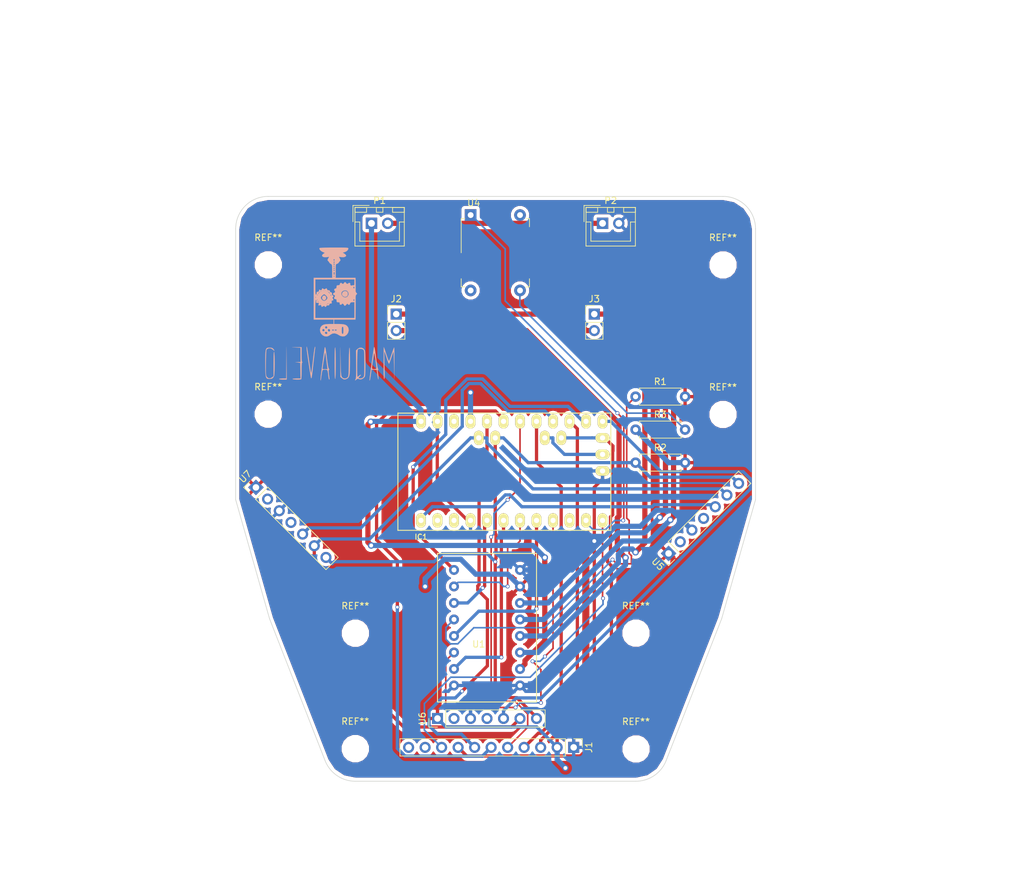
<source format=kicad_pcb>
(kicad_pcb (version 4) (host pcbnew 4.0.2+dfsg1-stable)

  (general
    (links 53)
    (no_connects 1)
    (area 14.860001 25.3238 172.821601 159.029401)
    (thickness 1.6)
    (drawings 23)
    (tracks 379)
    (zones 0)
    (modules 23)
    (nets 45)
  )

  (page A4)
  (layers
    (0 F.Cu signal)
    (31 B.Cu signal)
    (32 B.Adhes user)
    (33 F.Adhes user)
    (34 B.Paste user)
    (35 F.Paste user)
    (36 B.SilkS user)
    (37 F.SilkS user)
    (38 B.Mask user)
    (39 F.Mask user)
    (40 Dwgs.User user)
    (41 Cmts.User user)
    (42 Eco1.User user)
    (43 Eco2.User user)
    (44 Edge.Cuts user)
    (45 Margin user)
    (46 B.CrtYd user)
    (47 F.CrtYd user)
    (48 B.Fab user)
    (49 F.Fab user)
  )

  (setup
    (last_trace_width 0.25)
    (trace_clearance 0.2)
    (zone_clearance 0.508)
    (zone_45_only no)
    (trace_min 0.2)
    (segment_width 0.2)
    (edge_width 0.2)
    (via_size 0.6)
    (via_drill 0.4)
    (via_min_size 0.4)
    (via_min_drill 0.3)
    (uvia_size 0.3)
    (uvia_drill 0.1)
    (uvias_allowed no)
    (uvia_min_size 0.2)
    (uvia_min_drill 0.1)
    (pcb_text_width 0.3)
    (pcb_text_size 1.5 1.5)
    (mod_edge_width 0.15)
    (mod_text_size 1 1)
    (mod_text_width 0.15)
    (pad_size 1.524 1.524)
    (pad_drill 0.762)
    (pad_to_mask_clearance 0.2)
    (aux_axis_origin 0 0)
    (visible_elements 7FFFFFFF)
    (pcbplotparams
      (layerselection 0x010f0_80000001)
      (usegerberextensions false)
      (excludeedgelayer true)
      (linewidth 0.100000)
      (plotframeref false)
      (viasonmask false)
      (mode 1)
      (useauxorigin false)
      (hpglpennumber 1)
      (hpglpenspeed 20)
      (hpglpendiameter 15)
      (hpglpenoverlay 2)
      (psnegative false)
      (psa4output false)
      (plotreference true)
      (plotvalue true)
      (plotinvisibletext false)
      (padsonsilk false)
      (subtractmaskfromsilk false)
      (outputformat 1)
      (mirror false)
      (drillshape 0)
      (scaleselection 1)
      (outputdirectory ""))
  )

  (net 0 "")
  (net 1 "Net-(IC1-Pad28)")
  (net 2 /A6)
  (net 3 /Q2)
  (net 4 "Net-(IC1-Pad2)")
  (net 5 "Net-(IC1-Pad3)")
  (net 6 GND)
  (net 7 /AIN1)
  (net 8 /PWMB)
  (net 9 /AIN2)
  (net 10 /BIN1)
  (net 11 /BIN2)
  (net 12 "Net-(IC1-Pad10)")
  (net 13 /button)
  (net 14 /9)
  (net 15 /Q0)
  (net 16 /PWMA)
  (net 17 /LedON)
  (net 18 /Q1)
  (net 19 /A0)
  (net 20 /A1)
  (net 21 /A2)
  (net 22 /A3)
  (net 23 +5V)
  (net 24 "Net-(IC1-Pad22)")
  (net 25 +7.5V)
  (net 26 /SDA)
  (net 27 /SCL)
  (net 28 "Net-(J1-Pad10)")
  (net 29 "Net-(J1-Pad11)")
  (net 30 "Net-(R1-Pad1)")
  (net 31 "Net-(R3-Pad2)")
  (net 32 "Net-(U4-Pad3)")
  (net 33 "Net-(U4-Pad2)")
  (net 34 "Net-(U5-Pad2)")
  (net 35 "Net-(U5-Pad4)")
  (net 36 "Net-(U6-Pad2)")
  (net 37 "Net-(U6-Pad4)")
  (net 38 "Net-(U7-Pad2)")
  (net 39 "Net-(U7-Pad4)")
  (net 40 /MD2)
  (net 41 /MD)
  (net 42 /MI2)
  (net 43 /MI)
  (net 44 "Net-(P1-Pad2)")

  (net_class Default "Esta es la clase de red por defecto."
    (clearance 0.2)
    (trace_width 0.25)
    (via_dia 0.6)
    (via_drill 0.4)
    (uvia_dia 0.3)
    (uvia_drill 0.1)
    (add_net /9)
    (add_net /A0)
    (add_net /A1)
    (add_net /A2)
    (add_net /A3)
    (add_net /A6)
    (add_net /AIN1)
    (add_net /AIN2)
    (add_net /BIN1)
    (add_net /BIN2)
    (add_net /LedON)
    (add_net /PWMA)
    (add_net /PWMB)
    (add_net /Q0)
    (add_net /Q1)
    (add_net /Q2)
    (add_net /SCL)
    (add_net /SDA)
    (add_net /button)
    (add_net "Net-(IC1-Pad10)")
    (add_net "Net-(IC1-Pad2)")
    (add_net "Net-(IC1-Pad22)")
    (add_net "Net-(IC1-Pad28)")
    (add_net "Net-(IC1-Pad3)")
    (add_net "Net-(J1-Pad10)")
    (add_net "Net-(J1-Pad11)")
    (add_net "Net-(R1-Pad1)")
    (add_net "Net-(R3-Pad2)")
    (add_net "Net-(U4-Pad2)")
    (add_net "Net-(U4-Pad3)")
    (add_net "Net-(U5-Pad2)")
    (add_net "Net-(U5-Pad4)")
    (add_net "Net-(U6-Pad2)")
    (add_net "Net-(U6-Pad4)")
    (add_net "Net-(U7-Pad2)")
    (add_net "Net-(U7-Pad4)")
  )

  (net_class power ""
    (clearance 0.2)
    (trace_width 0.8)
    (via_dia 1)
    (via_drill 0.6)
    (uvia_dia 0.3)
    (uvia_drill 0.1)
    (add_net +5V)
    (add_net +7.5V)
    (add_net /MD)
    (add_net /MD2)
    (add_net /MI)
    (add_net /MI2)
    (add_net GND)
    (add_net "Net-(P1-Pad2)")
  )

  (module LOGO (layer B.Cu) (tedit 0) (tstamp 5B96ACF3)
    (at 66.04 73.66 180)
    (fp_text reference G*** (at 0 0 180) (layer B.SilkS) hide
      (effects (font (thickness 0.3)) (justify mirror))
    )
    (fp_text value LOGO (at 0.75 0 180) (layer B.SilkS) hide
      (effects (font (thickness 0.3)) (justify mirror))
    )
    (fp_poly (pts (xy -6.745002 -5.087055) (xy -6.722865 -5.181183) (xy -6.682802 -5.416929) (xy -6.628244 -5.769284)
      (xy -6.562619 -6.213239) (xy -6.489358 -6.723784) (xy -6.411888 -7.275911) (xy -6.333639 -7.844611)
      (xy -6.258041 -8.404874) (xy -6.188522 -8.931691) (xy -6.128511 -9.400054) (xy -6.081438 -9.784953)
      (xy -6.050733 -10.061378) (xy -6.039823 -10.204322) (xy -6.041423 -10.218311) (xy -6.092845 -10.184514)
      (xy -6.126248 -10.10288) (xy -6.153836 -9.967198) (xy -6.195485 -9.716729) (xy -6.24347 -9.403959)
      (xy -6.290065 -9.081372) (xy -6.327544 -8.801453) (xy -6.348181 -8.616686) (xy -6.35 -8.582901)
      (xy -6.425731 -8.563975) (xy -6.618443 -8.561615) (xy -6.752167 -8.567861) (xy -7.154334 -8.593667)
      (xy -7.244389 -9.2905) (xy -7.293775 -9.61961) (xy -7.345967 -9.882404) (xy -7.391757 -10.034692)
      (xy -7.403156 -10.0525) (xy -7.428145 -10.010495) (xy -7.429279 -9.835885) (xy -7.409197 -9.56331)
      (xy -7.370538 -9.227414) (xy -7.31594 -8.862838) (xy -7.309768 -8.8265) (xy -7.297523 -8.624866)
      (xy -7.359599 -8.551639) (xy -7.377745 -8.550037) (xy -7.448879 -8.533468) (xy -7.381915 -8.478294)
      (xy -7.327232 -8.363928) (xy -7.326499 -8.360833) (xy -7.11321 -8.360833) (xy -7.033242 -8.4355)
      (xy -6.810446 -8.466257) (xy -6.773334 -8.466667) (xy -6.553937 -8.454003) (xy -6.456525 -8.398567)
      (xy -6.434563 -8.276167) (xy -6.446393 -8.085171) (xy -6.478228 -7.789678) (xy -6.52437 -7.428376)
      (xy -6.579126 -7.039955) (xy -6.636799 -6.663106) (xy -6.691696 -6.336518) (xy -6.738122 -6.098882)
      (xy -6.77038 -5.988888) (xy -6.771442 -5.987519) (xy -6.796929 -6.047069) (xy -6.837221 -6.239898)
      (xy -6.887292 -6.531117) (xy -6.94212 -6.885837) (xy -6.996681 -7.269168) (xy -7.045948 -7.646221)
      (xy -7.0849 -7.982107) (xy -7.108511 -8.241937) (xy -7.11321 -8.360833) (xy -7.326499 -8.360833)
      (xy -7.261544 -8.086826) (xy -7.186002 -7.65315) (xy -7.101757 -7.06906) (xy -7.062806 -6.770536)
      (xy -6.985443 -6.171623) (xy -6.923888 -5.722937) (xy -6.87474 -5.406467) (xy -6.834598 -5.204199)
      (xy -6.800063 -5.098123) (xy -6.767734 -5.070224) (xy -6.745002 -5.087055)) (layer B.SilkS) (width 0.01))
    (fp_poly (pts (xy -4.504598 -5.184672) (xy -4.214771 -5.346666) (xy -4.181208 -5.378429) (xy -3.967445 -5.592192)
      (xy -3.98651 -7.745778) (xy -3.990717 -8.447943) (xy -3.98901 -8.997712) (xy -3.980721 -9.411941)
      (xy -3.965179 -9.707484) (xy -3.941715 -9.901198) (xy -3.90966 -10.009938) (xy -3.895723 -10.031728)
      (xy -3.8151 -10.163699) (xy -3.84891 -10.198556) (xy -3.967699 -10.128467) (xy -4.033365 -10.068339)
      (xy -4.181161 -9.954035) (xy -4.328917 -9.958379) (xy -4.43307 -10.000636) (xy -4.621135 -10.057998)
      (xy -4.807663 -10.027484) (xy -4.957166 -9.963398) (xy -5.175003 -9.814169) (xy -5.323773 -9.631913)
      (xy -5.335924 -9.604607) (xy -5.366181 -9.438716) (xy -5.389581 -9.139147) (xy -5.406247 -8.736949)
      (xy -5.416298 -8.263172) (xy -5.419856 -7.748866) (xy -5.419008 -7.590789) (xy -5.249334 -7.590789)
      (xy -5.248574 -8.221609) (xy -5.245136 -8.705117) (xy -5.237283 -9.063329) (xy -5.223276 -9.318264)
      (xy -5.20138 -9.49194) (xy -5.169855 -9.606374) (xy -5.126965 -9.683584) (xy -5.08 -9.736667)
      (xy -4.899748 -9.846666) (xy -4.673567 -9.901787) (xy -4.469802 -9.893233) (xy -4.364895 -9.828713)
      (xy -4.393239 -9.73303) (xy -4.525456 -9.600318) (xy -4.550243 -9.581613) (xy -4.689085 -9.452411)
      (xy -4.725616 -9.356934) (xy -4.719678 -9.348122) (xy -4.621927 -9.355007) (xy -4.471201 -9.458237)
      (xy -4.460376 -9.468222) (xy -4.3074 -9.596393) (xy -4.208319 -9.651936) (xy -4.20671 -9.652)
      (xy -4.182545 -9.572003) (xy -4.164358 -9.35046) (xy -4.151865 -9.015044) (xy -4.14478 -8.593424)
      (xy -4.142817 -8.113273) (xy -4.145689 -7.602263) (xy -4.153112 -7.088064) (xy -4.164798 -6.598349)
      (xy -4.180463 -6.160789) (xy -4.199821 -5.803056) (xy -4.222585 -5.55282) (xy -4.24847 -5.437754)
      (xy -4.250267 -5.4356) (xy -4.431043 -5.353817) (xy -4.687954 -5.339933) (xy -4.943609 -5.390416)
      (xy -5.0945 -5.474122) (xy -5.144036 -5.531121) (xy -5.181788 -5.615227) (xy -5.209335 -5.74802)
      (xy -5.228255 -5.951078) (xy -5.240127 -6.24598) (xy -5.246528 -6.654305) (xy -5.249039 -7.197632)
      (xy -5.249334 -7.590789) (xy -5.419008 -7.590789) (xy -5.417043 -7.225079) (xy -5.407978 -6.72286)
      (xy -5.392783 -6.273259) (xy -5.371579 -5.907326) (xy -5.344487 -5.656108) (xy -5.320171 -5.561267)
      (xy -5.099217 -5.298702) (xy -4.813386 -5.170927) (xy -4.504598 -5.184672)) (layer B.SilkS) (width 0.01))
    (fp_poly (pts (xy 0.846461 -5.132342) (xy 0.846666 -5.136756) (xy 0.858335 -5.232109) (xy 0.891293 -5.473263)
      (xy 0.942465 -5.83845) (xy 1.008777 -6.3059) (xy 1.087153 -6.853842) (xy 1.17452 -7.460509)
      (xy 1.189414 -7.563552) (xy 1.277208 -8.185009) (xy 1.354217 -8.75811) (xy 1.417636 -9.25964)
      (xy 1.464659 -9.666388) (xy 1.492478 -9.955138) (xy 1.498288 -10.102679) (xy 1.497277 -10.110295)
      (xy 1.465931 -10.222015) (xy 1.450863 -10.218551) (xy 1.433858 -10.106238) (xy 1.399849 -9.874407)
      (xy 1.355886 -9.571156) (xy 1.351569 -9.541218) (xy 1.290746 -9.121372) (xy 1.241901 -8.840717)
      (xy 1.1898 -8.67131) (xy 1.11921 -8.585208) (xy 1.014896 -8.554469) (xy 0.861624 -8.551152)
      (xy 0.811898 -8.551333) (xy 0.629548 -8.556007) (xy 0.505976 -8.589307) (xy 0.425425 -8.680148)
      (xy 0.372139 -8.857448) (xy 0.330362 -9.150122) (xy 0.292888 -9.503833) (xy 0.252209 -9.789817)
      (xy 0.201405 -9.994793) (xy 0.15132 -10.075291) (xy 0.150291 -10.075333) (xy 0.102111 -10.006674)
      (xy 0.111402 -9.884833) (xy 0.143234 -9.703351) (xy 0.181721 -9.418125) (xy 0.215111 -9.122833)
      (xy 0.240088 -8.806687) (xy 0.232295 -8.62769) (xy 0.189042 -8.55635) (xy 0.163014 -8.551333)
      (xy 0.109324 -8.523709) (xy 0.164447 -8.466667) (xy 0.408449 -8.466667) (xy 0.796891 -8.466667)
      (xy 1.026771 -8.459727) (xy 1.166125 -8.442136) (xy 1.185333 -8.431119) (xy 1.173196 -8.313347)
      (xy 1.140486 -8.07184) (xy 1.092752 -7.742581) (xy 1.035545 -7.361556) (xy 0.974415 -6.964748)
      (xy 0.914911 -6.588142) (xy 0.862584 -6.267723) (xy 0.822984 -6.039475) (xy 0.801661 -5.939382)
      (xy 0.800784 -5.937843) (xy 0.765774 -5.969265) (xy 0.72409 -6.136217) (xy 0.67388 -6.448902)
      (xy 0.61329 -6.917524) (xy 0.595198 -7.069667) (xy 0.548735 -7.45492) (xy 0.503099 -7.814894)
      (xy 0.466131 -8.088254) (xy 0.457146 -8.149167) (xy 0.408449 -8.466667) (xy 0.164447 -8.466667)
      (xy 0.184902 -8.4455) (xy 0.241175 -8.354252) (xy 0.298011 -8.160783) (xy 0.358462 -7.849007)
      (xy 0.425579 -7.402837) (xy 0.502413 -6.806185) (xy 0.514106 -6.709833) (xy 0.578106 -6.206894)
      (xy 0.640459 -5.766952) (xy 0.697009 -5.415603) (xy 0.7436 -5.178446) (xy 0.776078 -5.081078)
      (xy 0.778688 -5.08) (xy 0.846461 -5.132342)) (layer B.SilkS) (width 0.01))
    (fp_poly (pts (xy -1.559129 -7.394624) (xy -1.566334 -9.666914) (xy -1.803888 -9.871124) (xy -2.05432 -10.036043)
      (xy -2.292029 -10.058258) (xy -2.54 -9.967074) (xy -2.687184 -9.879773) (xy -2.803137 -9.768596)
      (xy -2.891512 -9.613772) (xy -2.955962 -9.395531) (xy -3.000138 -9.094101) (xy -3.027693 -8.689711)
      (xy -3.042279 -8.162591) (xy -3.047549 -7.492969) (xy -3.047869 -7.217833) (xy -3.044681 -6.568571)
      (xy -3.035408 -6.025083) (xy -3.020624 -5.601958) (xy -3.000899 -5.313787) (xy -2.976807 -5.175158)
      (xy -2.967343 -5.164667) (xy -2.942021 -5.246793) (xy -2.918595 -5.483019) (xy -2.8978 -5.858115)
      (xy -2.88037 -6.356851) (xy -2.867042 -6.963998) (xy -2.86151 -7.357271) (xy -2.852984 -8.028088)
      (xy -2.84359 -8.550318) (xy -2.831696 -8.944706) (xy -2.81567 -9.231997) (xy -2.79388 -9.432936)
      (xy -2.764695 -9.568267) (xy -2.726483 -9.658735) (xy -2.677612 -9.725086) (xy -2.675045 -9.727938)
      (xy -2.43721 -9.882755) (xy -2.164469 -9.905702) (xy -1.91503 -9.800164) (xy -1.801119 -9.677118)
      (xy -1.753886 -9.586875) (xy -1.71616 -9.462434) (xy -1.686184 -9.282755) (xy -1.662203 -9.026803)
      (xy -1.64246 -8.67354) (xy -1.6252 -8.20193) (xy -1.608667 -7.590935) (xy -1.601462 -7.285285)
      (xy -1.551924 -5.122333) (xy -1.559129 -7.394624)) (layer B.SilkS) (width 0.01))
    (fp_poly (pts (xy 5.1435 -5.097039) (xy 5.884333 -5.114077) (xy 5.228166 -5.142933) (xy 4.572 -5.171789)
      (xy 4.572 -7.366) (xy 4.974166 -7.378716) (xy 5.376333 -7.391433) (xy 4.995333 -7.442216)
      (xy 4.614333 -7.493) (xy 4.590842 -8.6995) (xy 4.56735 -9.906) (xy 5.209672 -9.906)
      (xy 5.552568 -9.916172) (xy 5.753489 -9.945401) (xy 5.799666 -9.990667) (xy 5.696635 -10.029519)
      (xy 5.477073 -10.057105) (xy 5.193476 -10.072317) (xy 4.898343 -10.074053) (xy 4.644168 -10.061205)
      (xy 4.48345 -10.032669) (xy 4.459111 -10.018889) (xy 4.439219 -9.91847) (xy 4.4224 -9.680043)
      (xy 4.410007 -9.334925) (xy 4.403395 -8.914433) (xy 4.402666 -8.713611) (xy 4.39836 -8.186701)
      (xy 4.38449 -7.811499) (xy 4.359628 -7.570578) (xy 4.322345 -7.446506) (xy 4.296833 -7.422073)
      (xy 4.234441 -7.383819) (xy 4.296833 -7.372684) (xy 4.342321 -7.323445) (xy 4.373821 -7.16997)
      (xy 4.393053 -6.893572) (xy 4.401738 -6.475562) (xy 4.402666 -6.223) (xy 4.402666 -5.08)
      (xy 5.1435 -5.097039)) (layer B.SilkS) (width 0.01))
    (fp_poly (pts (xy 6.752114 -7.471833) (xy 6.77593 -9.906) (xy 7.324965 -9.906) (xy 7.612034 -9.917988)
      (xy 7.80852 -9.949733) (xy 7.874 -9.990667) (xy 7.79569 -10.034098) (xy 7.585804 -10.06411)
      (xy 7.281908 -10.075333) (xy 6.688666 -10.075333) (xy 6.728298 -5.037667) (xy 6.752114 -7.471833)) (layer B.SilkS) (width 0.01))
    (fp_poly (pts (xy -8.240724 -5.161158) (xy -8.23204 -5.390599) (xy -8.224578 -5.747276) (xy -8.218661 -6.210138)
      (xy -8.214611 -6.758137) (xy -8.212752 -7.370224) (xy -8.212667 -7.535333) (xy -8.214664 -8.299913)
      (xy -8.220959 -8.906636) (xy -8.232008 -9.366936) (xy -8.248266 -9.692245) (xy -8.270191 -9.893998)
      (xy -8.298236 -9.983628) (xy -8.310573 -9.990667) (xy -8.341536 -9.944825) (xy -8.362505 -9.798318)
      (xy -8.373729 -9.537674) (xy -8.375457 -9.149423) (xy -8.367938 -8.620091) (xy -8.351422 -7.936208)
      (xy -8.349708 -7.874) (xy -8.335275 -7.295563) (xy -8.325466 -6.77739) (xy -8.320456 -6.342132)
      (xy -8.320416 -6.012443) (xy -8.32552 -5.810975) (xy -8.333555 -5.757333) (xy -8.373604 -5.83318)
      (xy -8.451613 -6.039954) (xy -8.556505 -6.346501) (xy -8.677206 -6.721671) (xy -8.683035 -6.740319)
      (xy -8.805244 -7.110025) (xy -8.915586 -7.404088) (xy -9.002465 -7.594244) (xy -9.054288 -7.652227)
      (xy -9.056414 -7.650486) (xy -9.108952 -7.543691) (xy -9.198378 -7.312697) (xy -9.310787 -6.994838)
      (xy -9.398849 -6.731) (xy -9.518029 -6.37211) (xy -9.622062 -6.071301) (xy -9.697592 -5.866492)
      (xy -9.726883 -5.799667) (xy -9.742591 -5.857071) (xy -9.759868 -6.062504) (xy -9.777724 -6.394683)
      (xy -9.795165 -6.832323) (xy -9.811202 -7.35414) (xy -9.823528 -7.874) (xy -9.868056 -10.033)
      (xy -9.887028 -7.539567) (xy -9.889671 -6.879412) (xy -9.887291 -6.299384) (xy -9.880285 -5.816717)
      (xy -9.869045 -5.448644) (xy -9.853965 -5.212401) (xy -9.83544 -5.125221) (xy -9.83188 -5.126567)
      (xy -9.778001 -5.23475) (xy -9.68614 -5.469788) (xy -9.56917 -5.797022) (xy -9.440334 -6.180667)
      (xy -9.311882 -6.564337) (xy -9.196697 -6.889498) (xy -9.107362 -7.121849) (xy -9.05646 -7.22709)
      (xy -9.056421 -7.227133) (xy -9.008658 -7.178229) (xy -8.923261 -6.993917) (xy -8.811036 -6.701047)
      (xy -8.68279 -6.32647) (xy -8.638941 -6.189967) (xy -8.509024 -5.787272) (xy -8.395227 -5.449773)
      (xy -8.307789 -5.206712) (xy -8.256948 -5.087328) (xy -8.250308 -5.08) (xy -8.240724 -5.161158)) (layer B.SilkS) (width 0.01))
    (fp_poly (pts (xy -0.734354 -5.187857) (xy -0.71206 -5.420369) (xy -0.695199 -5.817605) (xy -0.683849 -6.377302)
      (xy -0.678092 -7.097196) (xy -0.677334 -7.530336) (xy -0.680213 -8.313462) (xy -0.688715 -8.954153)
      (xy -0.702638 -9.446543) (xy -0.72178 -9.784765) (xy -0.74594 -9.962953) (xy -0.762 -9.990667)
      (xy -0.789182 -9.907041) (xy -0.811372 -9.660196) (xy -0.828359 -9.256176) (xy -0.83993 -8.701027)
      (xy -0.845872 -8.000795) (xy -0.846667 -7.582663) (xy -0.843701 -6.828968) (xy -0.835023 -6.20037)
      (xy -0.820965 -5.706501) (xy -0.801859 -5.356996) (xy -0.778035 -5.161489) (xy -0.762 -5.122333)
      (xy -0.734354 -5.187857)) (layer B.SilkS) (width 0.01))
    (fp_poly (pts (xy 9.513366 -5.168838) (xy 9.668731 -5.193714) (xy 9.786097 -5.257836) (xy 9.870792 -5.379745)
      (xy 9.928144 -5.577983) (xy 9.963481 -5.87109) (xy 9.982128 -6.277609) (xy 9.989414 -6.81608)
      (xy 9.990666 -7.505045) (xy 9.990666 -7.517405) (xy 9.988382 -8.199858) (xy 9.979903 -8.733425)
      (xy 9.962792 -9.138509) (xy 9.93461 -9.435515) (xy 9.892917 -9.644847) (xy 9.835276 -9.786911)
      (xy 9.759247 -9.882111) (xy 9.702825 -9.92587) (xy 9.51644 -9.978959) (xy 9.255027 -9.980478)
      (xy 9.00311 -9.93558) (xy 8.872161 -9.875241) (xy 8.733756 -9.7142) (xy 8.639328 -9.533755)
      (xy 8.610186 -9.375894) (xy 8.58685 -9.090995) (xy 8.569347 -8.709294) (xy 8.557705 -8.261027)
      (xy 8.55195 -7.776431) (xy 8.55211 -7.285742) (xy 8.558211 -6.819197) (xy 8.57028 -6.40703)
      (xy 8.588345 -6.079479) (xy 8.612432 -5.86678) (xy 8.636 -5.799667) (xy 8.666754 -5.86266)
      (xy 8.690741 -6.091617) (xy 8.707812 -6.483295) (xy 8.71782 -7.034452) (xy 8.720666 -7.651191)
      (xy 8.720666 -9.555043) (xy 8.943751 -9.730521) (xy 9.23187 -9.883176) (xy 9.493626 -9.869621)
      (xy 9.724644 -9.69015) (xy 9.734756 -9.677532) (xy 9.791811 -9.598261) (xy 9.834929 -9.509476)
      (xy 9.865692 -9.388532) (xy 9.885682 -9.21278) (xy 9.896483 -8.959574) (xy 9.899677 -8.606265)
      (xy 9.896846 -8.130207) (xy 9.889573 -7.508751) (xy 9.889067 -7.469249) (xy 9.88014 -6.837655)
      (xy 9.870358 -6.353983) (xy 9.857785 -5.996826) (xy 9.840487 -5.744776) (xy 9.816531 -5.576426)
      (xy 9.78398 -5.470367) (xy 9.740902 -5.405193) (xy 9.699317 -5.369384) (xy 9.4142 -5.256872)
      (xy 9.108169 -5.291839) (xy 8.834838 -5.466131) (xy 8.661322 -5.616873) (xy 8.586084 -5.637614)
      (xy 8.621295 -5.536922) (xy 8.725626 -5.389259) (xy 8.867849 -5.247097) (xy 9.042787 -5.180845)
      (xy 9.314677 -5.164667) (xy 9.513366 -5.168838)) (layer B.SilkS) (width 0.01))
    (fp_poly (pts (xy 3.637125 -5.090169) (xy 3.638272 -5.214055) (xy 3.625359 -5.376128) (xy 3.59099 -5.667393)
      (xy 3.539139 -6.061404) (xy 3.473781 -6.531717) (xy 3.398891 -7.051884) (xy 3.318444 -7.59546)
      (xy 3.236415 -8.135999) (xy 3.156777 -8.647055) (xy 3.083507 -9.102182) (xy 3.020579 -9.474934)
      (xy 2.971968 -9.738865) (xy 2.941648 -9.86753) (xy 2.93771 -9.875178) (xy 2.885055 -9.845108)
      (xy 2.844042 -9.72549) (xy 2.822626 -9.585896) (xy 2.786138 -9.304714) (xy 2.737808 -8.908697)
      (xy 2.680864 -8.424598) (xy 2.618535 -7.879171) (xy 2.584788 -7.577667) (xy 2.520117 -7.000412)
      (xy 2.458681 -6.460789) (xy 2.403877 -5.987971) (xy 2.359104 -5.611131) (xy 2.327761 -5.359443)
      (xy 2.318486 -5.291667) (xy 2.300425 -5.076992) (xy 2.333385 -5.022479) (xy 2.353771 -5.037667)
      (xy 2.388609 -5.144409) (xy 2.436117 -5.39279) (xy 2.492207 -5.755943) (xy 2.552787 -6.207005)
      (xy 2.613769 -6.719111) (xy 2.624469 -6.815667) (xy 2.684826 -7.353266) (xy 2.74346 -7.851246)
      (xy 2.796468 -8.278258) (xy 2.839944 -8.602956) (xy 2.869985 -8.793995) (xy 2.872266 -8.805333)
      (xy 2.934565 -9.101667) (xy 2.990246 -8.847667) (xy 3.018886 -8.688996) (xy 3.066845 -8.391971)
      (xy 3.129613 -7.985886) (xy 3.20268 -7.500036) (xy 3.281537 -6.963714) (xy 3.302155 -6.82153)
      (xy 3.403084 -6.138116) (xy 3.484756 -5.618464) (xy 3.548083 -5.258208) (xy 3.593979 -5.052984)
      (xy 3.623355 -4.998426) (xy 3.637125 -5.090169)) (layer B.SilkS) (width 0.01))
    (fp_poly (pts (xy 0.089639 10.241513) (xy 0.669221 10.23239) (xy 1.127295 10.217807) (xy 1.450075 10.198272)
      (xy 1.623772 10.174295) (xy 1.649918 10.16175) (xy 1.656644 10.006025) (xy 1.536268 9.822512)
      (xy 1.31829 9.647836) (xy 1.175029 9.572149) (xy 0.83972 9.422027) (xy 1.05486 9.281062)
      (xy 1.229654 9.112667) (xy 1.254279 8.956101) (xy 1.147734 8.830659) (xy 0.929018 8.755639)
      (xy 0.61713 8.750338) (xy 0.5417 8.759869) (xy 0.171435 8.815394) (xy 0.31855 8.552162)
      (xy 0.409154 8.368879) (xy 0.410004 8.265474) (xy 0.333419 8.187298) (xy 0.189902 8.022828)
      (xy 0.144796 7.935466) (xy 0.024954 7.788728) (xy -0.103957 7.714107) (xy -0.184834 7.676085)
      (xy -0.239351 7.612892) (xy -0.272911 7.494465) (xy -0.290913 7.290742) (xy -0.298761 6.971661)
      (xy -0.301345 6.615474) (xy -0.306356 5.588) (xy 2.54 5.588) (xy 2.54 -0.846667)
      (xy -0.508 -0.846667) (xy -0.508 -1.524) (xy 0.173537 -1.524) (xy 0.668222 -1.548253)
      (xy 1.029051 -1.628821) (xy 1.285523 -1.777423) (xy 1.467138 -2.005772) (xy 1.489184 -2.046538)
      (xy 1.584207 -2.387412) (xy 1.542669 -2.725478) (xy 1.390117 -3.030678) (xy 1.152097 -3.272957)
      (xy 0.854157 -3.422257) (xy 0.521841 -3.448521) (xy 0.337785 -3.401233) (xy 0.116059 -3.283143)
      (xy -0.076455 -3.141616) (xy -0.37004 -2.989232) (xy -0.717667 -2.969359) (xy -1.070003 -3.080387)
      (xy -1.225446 -3.179046) (xy -1.55385 -3.360152) (xy -1.902672 -3.44068) (xy -2.21038 -3.407611)
      (xy -2.243667 -3.394501) (xy -2.552917 -3.178152) (xy -2.761235 -2.868789) (xy -2.851154 -2.51208)
      (xy -2.849307 -2.497667) (xy -2.032 -2.497667) (xy -2.023522 -2.806357) (xy -1.993226 -2.977928)
      (xy -1.933823 -3.04397) (xy -1.905 -3.048) (xy -1.833764 -3.011259) (xy -1.794171 -2.879978)
      (xy -1.792093 -2.844878) (xy 0.450672 -2.844878) (xy 0.456912 -2.993172) (xy 0.565012 -3.070908)
      (xy 0.711227 -3.042866) (xy 0.750851 -3.010729) (xy 0.821534 -2.873523) (xy 0.809354 -2.802125)
      (xy 0.676957 -2.714622) (xy 0.524644 -2.749947) (xy 0.450672 -2.844878) (xy -1.792093 -2.844878)
      (xy -1.77893 -2.622565) (xy -1.778 -2.497667) (xy -1.779162 -2.455333) (xy -1.016 -2.455333)
      (xy -0.945088 -2.524123) (xy -0.846667 -2.54) (xy -0.709087 -2.504544) (xy -0.677334 -2.455333)
      (xy -0.592667 -2.455333) (xy -0.521755 -2.524123) (xy -0.423334 -2.54) (xy -0.322799 -2.514091)
      (xy 0.014674 -2.514091) (xy 0.032173 -2.586388) (xy 0.130647 -2.701041) (xy 0.272454 -2.652893)
      (xy 0.315117 -2.614349) (xy 0.36628 -2.487121) (xy 0.865865 -2.487121) (xy 0.919473 -2.615466)
      (xy 0.937323 -2.628368) (xy 1.088757 -2.646812) (xy 1.202667 -2.554535) (xy 1.213575 -2.40681)
      (xy 1.103949 -2.298197) (xy 1.046617 -2.286) (xy 0.916976 -2.349953) (xy 0.865865 -2.487121)
      (xy 0.36628 -2.487121) (xy 0.373346 -2.46955) (xy 0.320088 -2.33403) (xy 0.207605 -2.286)
      (xy 0.059509 -2.353402) (xy 0.014674 -2.514091) (xy -0.322799 -2.514091) (xy -0.285753 -2.504544)
      (xy -0.254 -2.455333) (xy -0.324913 -2.386543) (xy -0.423334 -2.370667) (xy -0.560914 -2.406123)
      (xy -0.592667 -2.455333) (xy -0.677334 -2.455333) (xy -0.748246 -2.386543) (xy -0.846667 -2.370667)
      (xy -0.984248 -2.406123) (xy -1.016 -2.455333) (xy -1.779162 -2.455333) (xy -1.786479 -2.188976)
      (xy -1.808584 -2.063787) (xy 0.442531 -2.063787) (xy 0.49614 -2.192132) (xy 0.513989 -2.205035)
      (xy 0.665423 -2.223479) (xy 0.779334 -2.131202) (xy 0.790242 -1.983476) (xy 0.680615 -1.874864)
      (xy 0.623284 -1.862667) (xy 0.493642 -1.92662) (xy 0.442531 -2.063787) (xy -1.808584 -2.063787)
      (xy -1.816775 -2.017405) (xy -1.876178 -1.951363) (xy -1.905 -1.947333) (xy -1.976237 -1.984074)
      (xy -2.01583 -2.115355) (xy -2.031071 -2.372768) (xy -2.032 -2.497667) (xy -2.849307 -2.497667)
      (xy -2.805211 -2.153689) (xy -2.759185 -2.046538) (xy -2.600556 -1.818143) (xy -2.382685 -1.663287)
      (xy -2.075417 -1.570715) (xy -1.648592 -1.529175) (xy -1.358872 -1.524) (xy -0.592667 -1.524)
      (xy -0.592667 -0.846667) (xy -3.894667 -0.846667) (xy -3.910152 0.783167) (xy -3.914143 1.308063)
      (xy -3.915941 1.788961) (xy -3.915608 2.159) (xy -3.725334 2.159) (xy -3.679616 2.046328)
      (xy -3.640667 2.032) (xy -3.565553 2.100577) (xy -3.556 2.159) (xy -3.601718 2.271672)
      (xy -3.640667 2.286) (xy -3.715782 2.217424) (xy -3.725334 2.159) (xy -3.915608 2.159)
      (xy -3.915575 2.194631) (xy -3.913075 2.493839) (xy -3.90847 2.655355) (xy -3.908399 2.656384)
      (xy -3.951027 2.900118) (xy -4.041081 3.016218) (xy -4.130517 3.101179) (xy -2.827898 3.101179)
      (xy -2.798706 2.933378) (xy -2.629171 2.675725) (xy -2.392959 2.559697) (xy -2.12691 2.592908)
      (xy -1.901152 2.747818) (xy -1.727187 2.993697) (xy -1.716525 3.237337) (xy -1.825135 3.452495)
      (xy -2.008155 3.587306) (xy -2.265973 3.645293) (xy -2.516448 3.61322) (xy -2.590826 3.57587)
      (xy -2.76418 3.370257) (xy -2.827898 3.101179) (xy -4.130517 3.101179) (xy -4.144436 3.114401)
      (xy -4.109502 3.193203) (xy -4.041081 3.249116) (xy -3.924633 3.436793) (xy -3.908399 3.608949)
      (xy -3.914271 3.796745) (xy -3.915787 4.059003) (xy -3.725334 4.059003) (xy -3.692741 3.941933)
      (xy -3.640667 3.937) (xy -3.562763 4.059502) (xy -3.556 4.11133) (xy -3.603339 4.220757)
      (xy -3.640667 4.233333) (xy -3.708792 4.162208) (xy -3.725334 4.059003) (xy -3.915787 4.059003)
      (xy -3.916047 4.103918) (xy -3.913647 4.480561) (xy -3.910152 4.720167) (xy -3.8992 5.334)
      (xy -3.725334 5.334) (xy -3.725334 4.859275) (xy -3.718408 4.589939) (xy -3.69041 4.456446)
      (xy -3.630507 4.425617) (xy -3.587602 4.437403) (xy -3.413108 4.438664) (xy -3.344836 4.403084)
      (xy -3.221082 4.383426) (xy -3.109358 4.468024) (xy -3.069297 4.598629) (xy -3.088411 4.653556)
      (xy -3.069548 4.751203) (xy -2.994944 4.799497) (xy -2.854999 4.803263) (xy -2.813189 4.756566)
      (xy -2.718724 4.671256) (xy -2.576098 4.665385) (xy -2.469317 4.732591) (xy -2.455334 4.783667)
      (xy -2.384748 4.887095) (xy -2.286 4.910667) (xy -2.148096 4.857727) (xy -2.116667 4.783667)
      (xy -2.046081 4.680239) (xy -1.947334 4.656667) (xy -1.809796 4.694691) (xy -1.778 4.747542)
      (xy -1.710803 4.810633) (xy -1.629986 4.809911) (xy -1.508238 4.713931) (xy -1.481819 4.613203)
      (xy -1.441232 4.489933) (xy -1.291281 4.446646) (xy -1.227667 4.445) (xy -1.047759 4.424021)
      (xy -0.981449 4.32506) (xy -0.973667 4.191) (xy -0.946864 4.004828) (xy -0.84759 3.939371)
      (xy -0.805464 3.936848) (xy -0.664546 3.876975) (xy -0.602524 3.746679) (xy -0.648496 3.619482)
      (xy -0.672646 3.601231) (xy -0.759273 3.476201) (xy -0.710289 3.343087) (xy -0.592667 3.277468)
      (xy -0.466557 3.193278) (xy -0.425331 3.071416) (xy -0.479 2.978326) (xy -0.545337 2.963333)
      (xy -0.693993 2.905888) (xy -0.736754 2.778399) (xy -0.68689 2.685023) (xy -0.591747 2.518402)
      (xy -0.615203 2.373894) (xy -0.743075 2.307016) (xy -0.783167 2.308165) (xy -0.918864 2.29471)
      (xy -0.969027 2.183473) (xy -0.973667 2.074333) (xy -0.994646 1.894425) (xy -1.093607 1.828115)
      (xy -1.227667 1.820333) (xy -1.405268 1.800425) (xy -1.460494 1.715724) (xy -1.455179 1.629833)
      (xy -1.471897 1.480544) (xy -1.602599 1.439334) (xy -1.603345 1.439333) (xy -1.74379 1.473819)
      (xy -1.778 1.524) (xy -1.831219 1.605756) (xy -1.946511 1.595306) (xy -2.057331 1.510587)
      (xy -2.092135 1.439333) (xy -2.182184 1.293362) (xy -2.32014 1.299533) (xy -2.482252 1.456568)
      (xy -2.485054 1.4605) (xy -2.590605 1.58745) (xy -2.667511 1.581658) (xy -2.733088 1.508934)
      (xy -2.872695 1.417891) (xy -2.994533 1.481776) (xy -3.059864 1.647529) (xy -3.126808 1.765058)
      (xy -3.297215 1.816893) (xy -3.408325 1.8244) (xy -3.725334 1.835408) (xy -3.725334 -0.592667)
      (xy 2.286 -0.592667) (xy 2.286 0.804333) (xy 2.281579 1.380006) (xy 2.267883 1.796132)
      (xy 2.244258 2.062278) (xy 2.210053 2.188012) (xy 2.19075 2.201333) (xy 2.132448 2.128599)
      (xy 2.145419 1.951735) (xy 2.166416 1.77877) (xy 2.102651 1.723058) (xy 1.949 1.733313)
      (xy 1.780736 1.742131) (xy 1.741881 1.682978) (xy 1.777258 1.568283) (xy 1.815523 1.382008)
      (xy 1.763093 1.30698) (xy 1.641332 1.36269) (xy 1.488089 1.410408) (xy 1.375723 1.321917)
      (xy 1.354666 1.22267) (xy 1.335002 1.120221) (xy 1.250401 1.120758) (xy 1.088455 1.2065)
      (xy 0.944611 1.269676) (xy 0.877686 1.223358) (xy 0.870882 1.2065) (xy 0.776305 1.111793)
      (xy 0.655819 1.120065) (xy 0.592813 1.224012) (xy 0.592666 1.230871) (xy 0.533628 1.326303)
      (xy 0.361756 1.336705) (xy 0.189866 1.345441) (xy 0.131197 1.441883) (xy 0.128923 1.481667)
      (xy 0.508 1.481667) (xy 0.550333 1.439333) (xy 0.592666 1.481667) (xy 0.550333 1.524)
      (xy 0.508 1.481667) (xy 0.128923 1.481667) (xy 0.083957 1.609185) (xy -0.072159 1.629251)
      (xy -0.072844 1.629176) (xy -0.212601 1.634189) (xy -0.222551 1.669064) (xy 0.267647 1.669064)
      (xy 0.288248 1.621749) (xy 0.373498 1.530855) (xy 0.422509 1.549501) (xy 0.423333 1.561337)
      (xy 0.419138 1.566333) (xy 1.439333 1.566333) (xy 1.481666 1.524) (xy 1.524 1.566333)
      (xy 1.481666 1.608667) (xy 1.439333 1.566333) (xy 0.419138 1.566333) (xy 0.363196 1.632949)
      (xy 0.325584 1.659085) (xy 0.267647 1.669064) (xy -0.222551 1.669064) (xy -0.238686 1.725613)
      (xy -0.21763 1.826719) (xy -0.214237 1.868179) (xy 1.798758 1.868179) (xy 1.810339 1.862667)
      (xy 1.887605 1.92227) (xy 1.905 1.947333) (xy 1.926574 2.026488) (xy 1.914993 2.032)
      (xy 1.837728 1.972397) (xy 1.820333 1.947333) (xy 1.798758 1.868179) (xy -0.214237 1.868179)
      (xy -0.203559 1.998638) (xy -0.297017 2.079718) (xy -0.335287 2.091251) (xy -0.471647 2.137508)
      (xy -0.477855 2.159) (xy -0.169334 2.159) (xy -0.127 2.116667) (xy -0.084667 2.159)
      (xy -0.127 2.201333) (xy -0.169334 2.159) (xy -0.477855 2.159) (xy -0.49272 2.210456)
      (xy -0.41155 2.366969) (xy -0.402167 2.382878) (xy -0.350063 2.501515) (xy 0.423333 2.501515)
      (xy 0.493256 2.320966) (xy 0.660208 2.148102) (xy 0.859962 2.042284) (xy 0.931333 2.032)
      (xy 1.115647 2.089463) (xy 1.27 2.201333) (xy 1.947333 2.201333) (xy 1.978311 2.131643)
      (xy 2.003777 2.144889) (xy 2.01391 2.245369) (xy 2.003777 2.257778) (xy 1.953443 2.246156)
      (xy 1.947333 2.201333) (xy 1.27 2.201333) (xy 1.396668 2.383181) (xy 1.439333 2.533855)
      (xy 1.416166 2.589389) (xy 2.208017 2.589389) (xy 2.223584 2.479575) (xy 2.252486 2.478264)
      (xy 2.272697 2.591581) (xy 2.25917 2.640542) (xy 2.221575 2.672612) (xy 2.208017 2.589389)
      (xy 1.416166 2.589389) (xy 1.375252 2.687462) (xy 1.223238 2.863553) (xy 1.043639 3.002831)
      (xy 0.984611 3.023731) (xy 1.876314 3.023731) (xy 1.896915 2.976415) (xy 1.982165 2.885522)
      (xy 2.031175 2.904167) (xy 2.032 2.916003) (xy 1.971863 2.987616) (xy 1.934251 3.013752)
      (xy 1.876314 3.023731) (xy 0.984611 3.023731) (xy 0.916066 3.048) (xy 0.78872 2.984879)
      (xy 0.628725 2.834888) (xy 0.489333 2.657087) (xy 0.423792 2.510535) (xy 0.423333 2.501515)
      (xy -0.350063 2.501515) (xy -0.338992 2.526722) (xy -0.385309 2.593647) (xy -0.402167 2.600451)
      (xy -0.496874 2.695028) (xy -0.488602 2.815514) (xy -0.392657 2.87367) (xy -0.169334 2.87367)
      (xy -0.142126 2.796742) (xy -0.079691 2.863853) (xy -0.052362 2.925398) (xy -0.046445 3.012797)
      (xy -0.085637 3.005067) (xy -0.166325 2.896666) (xy -0.169334 2.87367) (xy -0.392657 2.87367)
      (xy -0.384655 2.87852) (xy -0.377796 2.878667) (xy -0.282364 2.937705) (xy -0.271963 3.109577)
      (xy -0.27079 3.132667) (xy 0.016088 3.132667) (xy 0.097746 3.188307) (xy 0.211666 3.302)
      (xy 0.309443 3.42465) (xy 0.322577 3.471333) (xy 0.240919 3.415693) (xy 0.127 3.302)
      (xy 0.029222 3.17935) (xy 0.016088 3.132667) (xy -0.27079 3.132667) (xy -0.263226 3.281467)
      (xy -0.166784 3.340136) (xy -0.127 3.34241) (xy 0.015972 3.406031) (xy 0.044709 3.513667)
      (xy 0.423333 3.513667) (xy 0.465666 3.471333) (xy 0.508 3.513667) (xy 1.354666 3.513667)
      (xy 1.397 3.471333) (xy 1.439333 3.513667) (xy 1.481666 3.513667) (xy 1.642955 3.323167)
      (xy 1.793072 3.163187) (xy 1.858454 3.14009) (xy 1.862666 3.161878) (xy 1.805569 3.231023)
      (xy 1.672166 3.352378) (xy 1.481666 3.513667) (xy 1.439333 3.513667) (xy 1.397 3.556)
      (xy 1.354666 3.513667) (xy 0.508 3.513667) (xy 0.465666 3.556) (xy 0.423333 3.513667)
      (xy 0.044709 3.513667) (xy 0.075359 3.598333) (xy 0.762 3.598333) (xy 0.804333 3.556)
      (xy 0.846666 3.598333) (xy 1.016 3.598333) (xy 1.058333 3.556) (xy 1.100666 3.598333)
      (xy 1.058333 3.640667) (xy 1.016 3.598333) (xy 0.846666 3.598333) (xy 0.804333 3.640667)
      (xy 0.762 3.598333) (xy 0.075359 3.598333) (xy 0.091142 3.641931) (xy 0.243034 3.661445)
      (xy 0.418581 3.697251) (xy 0.483366 3.809612) (xy 0.530807 3.946091) (xy 0.606211 3.962296)
      (xy 0.761035 3.87562) (xy 0.915732 3.814248) (xy 1.03082 3.87562) (xy 1.17586 3.972321)
      (xy 1.259141 3.928133) (xy 1.27 3.85733) (xy 1.329622 3.705152) (xy 1.469457 3.675183)
      (xy 1.570042 3.728412) (xy 1.674471 3.780613) (xy 1.703099 3.756867) (xy 1.719108 3.610737)
      (xy 1.724266 3.556) (xy 1.806669 3.456049) (xy 1.927123 3.435826) (xy 2.068148 3.408543)
      (xy 2.100265 3.280644) (xy 2.096456 3.23304) (xy 2.116847 3.060767) (xy 2.180166 2.986325)
      (xy 2.223897 3.010081) (xy 2.254571 3.129833) (xy 2.27395 3.364834) (xy 2.283798 3.734334)
      (xy 2.286 4.141611) (xy 2.286 5.334) (xy -3.725334 5.334) (xy -3.8992 5.334)
      (xy -3.894667 5.588) (xy -0.846667 5.588) (xy -0.846667 5.846997) (xy -0.677334 5.846997)
      (xy -0.615873 5.760779) (xy -0.592667 5.757333) (xy -0.510202 5.78622) (xy -0.508 5.79467)
      (xy -0.567329 5.866956) (xy -0.592667 5.884333) (xy -0.670686 5.877621) (xy -0.677334 5.846997)
      (xy -0.846667 5.846997) (xy -0.846667 6.265333) (xy -0.677334 6.265333) (xy -0.656881 6.086934)
      (xy -0.607608 6.011351) (xy -0.606778 6.011333) (xy -0.557223 6.084963) (xy -0.536228 6.262347)
      (xy -0.536223 6.265333) (xy -0.556675 6.443733) (xy -0.605949 6.519316) (xy -0.606778 6.519333)
      (xy -0.656334 6.445704) (xy -0.677329 6.26832) (xy -0.677334 6.265333) (xy -0.846667 6.265333)
      (xy -0.846667 6.640445) (xy -0.846942 6.726003) (xy -0.677334 6.726003) (xy -0.636288 6.638369)
      (xy -0.592667 6.646333) (xy -0.51123 6.754576) (xy -0.508 6.77833) (xy -0.572579 6.85572)
      (xy -0.592667 6.858) (xy -0.666972 6.789085) (xy -0.677334 6.726003) (xy -0.846942 6.726003)
      (xy -0.848067 7.074664) (xy -0.677334 7.074664) (xy -0.633129 6.958821) (xy -0.592667 6.942667)
      (xy -0.510424 7.003434) (xy -0.508 7.022337) (xy -0.569545 7.137004) (xy -0.592667 7.154333)
      (xy -0.66515 7.13514) (xy -0.677334 7.074664) (xy -0.848067 7.074664) (xy -0.848079 7.078238)
      (xy -0.855276 7.366) (xy -0.677334 7.366) (xy -0.612905 7.283794) (xy -0.592667 7.281333)
      (xy -0.510461 7.345763) (xy -0.508 7.366) (xy -0.57243 7.448207) (xy -0.592667 7.450667)
      (xy -0.674874 7.386238) (xy -0.677334 7.366) (xy -0.855276 7.366) (xy -0.855504 7.375116)
      (xy -0.87373 7.559493) (xy -0.906718 7.657337) (xy -0.677334 7.657337) (xy -0.636288 7.569702)
      (xy -0.592667 7.577667) (xy -0.51123 7.68591) (xy -0.508 7.709664) (xy -0.572579 7.787053)
      (xy -0.592667 7.789333) (xy -0.666972 7.720418) (xy -0.677334 7.657337) (xy -0.906718 7.657337)
      (xy -0.907543 7.659783) (xy -0.96173 7.7044) (xy -1.02852 7.719945) (xy -1.215628 7.812254)
      (xy -1.303687 7.914383) (xy -1.369155 8.005997) (xy -0.677334 8.005997) (xy -0.633129 7.890155)
      (xy -0.592667 7.874) (xy -0.510424 7.934768) (xy -0.508 7.95367) (xy -0.569545 8.068337)
      (xy -0.592667 8.085667) (xy -0.66515 8.066473) (xy -0.677334 8.005997) (xy -1.369155 8.005997)
      (xy -1.431714 8.09354) (xy -1.51278 8.17452) (xy -1.578261 8.262753) (xy -1.565446 8.339667)
      (xy -0.677334 8.339667) (xy -0.631616 8.226995) (xy -0.592667 8.212667) (xy -0.517553 8.281243)
      (xy -0.508 8.339667) (xy -0.553718 8.452339) (xy -0.592667 8.466667) (xy -0.667782 8.39809)
      (xy -0.677334 8.339667) (xy -1.565446 8.339667) (xy -1.55651 8.393291) (xy -1.486348 8.542281)
      (xy -1.344137 8.817288) (xy -1.720719 8.760816) (xy -2.044388 8.749558) (xy -2.295445 8.811681)
      (xy -2.437054 8.934605) (xy -2.455334 9.011665) (xy -2.389544 9.129313) (xy -2.227452 9.270471)
      (xy -2.189491 9.295691) (xy -1.923649 9.46401) (xy -2.17805 9.519886) (xy -2.45593 9.632821)
      (xy -2.675069 9.814868) (xy -2.787921 10.022895) (xy -2.794 10.078632) (xy -2.787881 10.128968)
      (xy -2.75675 10.167951) (xy -2.681444 10.19703) (xy -2.542804 10.217655) (xy -2.321666 10.231272)
      (xy -1.998872 10.239331) (xy -1.555258 10.24328) (xy -0.971663 10.244568) (xy -0.597664 10.244667)
      (xy 0.089639 10.241513)) (layer B.SilkS) (width 0.01))
    (fp_poly (pts (xy 1.127201 2.786959) (xy 1.233369 2.628374) (xy 1.259515 2.439125) (xy 1.178545 2.265436)
      (xy 1.134858 2.227244) (xy 0.992784 2.138741) (xy 0.931333 2.116667) (xy 0.828639 2.161149)
      (xy 0.727808 2.227244) (xy 0.617467 2.398079) (xy 0.624424 2.612057) (xy 0.742016 2.79696)
      (xy 0.783166 2.827254) (xy 0.968102 2.86866) (xy 1.127201 2.786959)) (layer B.SilkS) (width 0.01))
    (fp_poly (pts (xy -1.977435 3.440893) (xy -1.909801 3.367828) (xy -1.793585 3.140975) (xy -1.819869 2.954191)
      (xy -1.947334 2.794) (xy -2.189595 2.643673) (xy -2.443454 2.661806) (xy -2.576735 2.737103)
      (xy -2.697507 2.917323) (xy -2.724339 3.162174) (xy -2.651674 3.391853) (xy -2.624884 3.428739)
      (xy -2.435033 3.540854) (xy -2.194946 3.542838) (xy -1.977435 3.440893)) (layer B.SilkS) (width 0.01))
  )

  (module Mounting_Holes:MountingHole_3.2mm_M3 (layer F.Cu) (tedit 56D1B4CB) (tstamp 5B3370E6)
    (at 113.0935 122.7582)
    (descr "Mounting Hole 3.2mm, no annular, M3")
    (tags "mounting hole 3.2mm no annular m3")
    (attr virtual)
    (fp_text reference REF** (at 0 -4.2) (layer F.SilkS)
      (effects (font (size 1 1) (thickness 0.15)))
    )
    (fp_text value MountingHole_3.2mm_M3 (at 0 4.2) (layer F.Fab)
      (effects (font (size 1 1) (thickness 0.15)))
    )
    (fp_text user %R (at 0.3 0) (layer F.Fab)
      (effects (font (size 1 1) (thickness 0.15)))
    )
    (fp_circle (center 0 0) (end 3.2 0) (layer Cmts.User) (width 0.15))
    (fp_circle (center 0 0) (end 3.45 0) (layer F.CrtYd) (width 0.05))
    (pad 1 np_thru_hole circle (at 0 0) (size 3.2 3.2) (drill 3.2) (layers *.Cu *.Mask))
  )

  (module mysensors_arduino:pro_mini (layer F.Cu) (tedit 55A3E6CB) (tstamp 5AB3E119)
    (at 93.98 97.79)
    (descr "IC, ARDUINO_PRO_MINI x 0,6\"")
    (tags "DIL ARDUINO PRO MINI")
    (path /5AA15C7C)
    (fp_text reference IC1 (at -13.97 10.16) (layer F.SilkS)
      (effects (font (size 0.8 0.8) (thickness 0.16)))
    )
    (fp_text value ArduinoProMini (at 0 0) (layer F.Fab) hide
      (effects (font (size 0.8 0.8) (thickness 0.16)))
    )
    (fp_line (start 15.24 9.144) (end 15.24 -8.89) (layer F.SilkS) (width 0.15))
    (fp_line (start -17.526 -8.89) (end -17.526 9.144) (layer F.SilkS) (width 0.15))
    (fp_line (start 15.24 9.144) (end -17.526 9.144) (layer F.SilkS) (width 0.15))
    (fp_line (start -17.526 -8.89) (end 15.24 -8.89) (layer F.SilkS) (width 0.15))
    (pad 28 thru_hole oval (at 5.08 -5.08) (size 1.50114 2.19964) (drill 0.8001) (layers *.Cu *.Mask F.SilkS)
      (net 1 "Net-(IC1-Pad28)"))
    (pad 27 thru_hole oval (at 7.62 -5.08) (size 1.50114 2.19964) (drill 0.8001) (layers *.Cu *.Mask F.SilkS)
      (net 2 /A6))
    (pad 1 thru_hole oval (at -13.97 7.62) (size 1.50114 2.19964) (drill 0.8001) (layers *.Cu *.Mask F.SilkS)
      (net 3 /Q2))
    (pad 2 thru_hole oval (at -11.43 7.62) (size 1.50114 2.19964) (drill 0.8001) (layers *.Cu *.Mask F.SilkS)
      (net 4 "Net-(IC1-Pad2)"))
    (pad 3 thru_hole oval (at -8.89 7.62) (size 1.50114 2.19964) (drill 0.8001) (layers *.Cu *.Mask F.SilkS)
      (net 5 "Net-(IC1-Pad3)"))
    (pad 4 thru_hole oval (at -6.35 7.62) (size 1.50114 2.19964) (drill 0.8001) (layers *.Cu *.Mask F.SilkS)
      (net 6 GND))
    (pad 5 thru_hole oval (at -3.81 7.62) (size 1.50114 2.19964) (drill 0.8001) (layers *.Cu *.Mask F.SilkS)
      (net 7 /AIN1))
    (pad 6 thru_hole oval (at -1.27 7.62) (size 1.50114 2.19964) (drill 0.8001) (layers *.Cu *.Mask F.SilkS)
      (net 8 /PWMB))
    (pad 7 thru_hole oval (at 1.27 7.62) (size 1.50114 2.19964) (drill 0.8001) (layers *.Cu *.Mask F.SilkS)
      (net 9 /AIN2))
    (pad 8 thru_hole oval (at 3.81 7.62) (size 1.50114 2.19964) (drill 0.8001) (layers *.Cu *.Mask F.SilkS)
      (net 10 /BIN1))
    (pad 9 thru_hole oval (at 6.35 7.62) (size 1.50114 2.19964) (drill 0.8001) (layers *.Cu *.Mask F.SilkS)
      (net 11 /BIN2))
    (pad 10 thru_hole oval (at 8.89 7.62) (size 1.50114 2.19964) (drill 0.8001) (layers *.Cu *.Mask F.SilkS)
      (net 12 "Net-(IC1-Pad10)"))
    (pad 11 thru_hole oval (at 11.43 7.62) (size 1.50114 2.19964) (drill 0.8001) (layers *.Cu *.Mask F.SilkS)
      (net 13 /button))
    (pad 12 thru_hole oval (at 13.97 7.62) (size 1.50114 2.19964) (drill 0.8001) (layers *.Cu *.Mask F.SilkS)
      (net 14 /9))
    (pad 13 thru_hole oval (at 13.97 -7.62) (size 1.50114 2.19964) (drill 0.8001) (layers *.Cu *.Mask F.SilkS)
      (net 15 /Q0))
    (pad 14 thru_hole oval (at 11.43 -7.62) (size 1.50114 2.19964) (drill 0.8001) (layers *.Cu *.Mask F.SilkS)
      (net 16 /PWMA))
    (pad 15 thru_hole oval (at 8.89 -7.62) (size 1.50114 2.19964) (drill 0.8001) (layers *.Cu *.Mask F.SilkS)
      (net 17 /LedON))
    (pad 16 thru_hole oval (at 6.35 -7.62) (size 1.50114 2.19964) (drill 0.8001) (layers *.Cu *.Mask F.SilkS)
      (net 18 /Q1))
    (pad 17 thru_hole oval (at 3.81 -7.62) (size 1.50114 2.19964) (drill 0.8001) (layers *.Cu *.Mask F.SilkS)
      (net 19 /A0))
    (pad 18 thru_hole oval (at 1.27 -7.62) (size 1.50114 2.19964) (drill 0.8001) (layers *.Cu *.Mask F.SilkS)
      (net 20 /A1))
    (pad 19 thru_hole oval (at -1.27 -7.62) (size 1.50114 2.19964) (drill 0.8001) (layers *.Cu *.Mask F.SilkS)
      (net 21 /A2))
    (pad 20 thru_hole oval (at -3.81 -7.62) (size 1.50114 2.19964) (drill 0.8001) (layers *.Cu *.Mask F.SilkS)
      (net 22 /A3))
    (pad 21 thru_hole oval (at -6.35 -7.62) (size 1.50114 2.19964) (drill 0.8001) (layers *.Cu *.Mask F.SilkS)
      (net 23 +5V))
    (pad 22 thru_hole oval (at -8.89 -7.62) (size 1.50114 2.19964) (drill 0.8001) (layers *.Cu *.Mask F.SilkS)
      (net 24 "Net-(IC1-Pad22)"))
    (pad 23 thru_hole oval (at -11.43 -7.62) (size 1.50114 2.19964) (drill 0.8001) (layers *.Cu *.Mask F.SilkS)
      (net 6 GND))
    (pad 24 thru_hole oval (at -13.97 -7.62) (size 1.50114 2.19964) (drill 0.8001) (layers *.Cu *.Mask F.SilkS)
      (net 25 +7.5V))
    (pad 25 thru_hole oval (at -2.54 -5.08) (size 1.50114 2.19964) (drill 0.8001) (layers *.Cu *.Mask F.SilkS)
      (net 26 /SDA))
    (pad 26 thru_hole oval (at -5.08 -5.08) (size 1.50114 2.19964) (drill 0.8001) (layers *.Cu *.Mask F.SilkS)
      (net 27 /SCL))
    (pad 27 thru_hole oval (at 13.97 -5.08) (size 2.19964 1.50114) (drill 0.8001) (layers *.Cu *.Mask F.SilkS)
      (net 2 /A6))
    (pad 28 thru_hole oval (at 13.97 -2.54) (size 2.19964 1.50114) (drill 0.8001) (layers *.Cu *.Mask F.SilkS)
      (net 1 "Net-(IC1-Pad28)"))
    (pad 29 thru_hole oval (at 13.97 0) (size 2.19964 1.50114) (drill 0.8001) (layers *.Cu *.Mask F.SilkS)
      (net 6 GND))
    (model Socket_Strips.3dshapes/Socket_Strip_Straight_1x02.wrl
      (at (xyz -0.15 0.2 0))
      (scale (xyz 1 1 1))
      (rotate (xyz 0 0 0))
    )
    (model Socket_Strips.3dshapes/Socket_Strip_Straight_1x03.wrl
      (at (xyz 0.55 0.1 0))
      (scale (xyz 1 1 1))
      (rotate (xyz 0 0 90))
    )
    (model Socket_Strips.3dshapes/Socket_Strip_Straight_1x12.wrl
      (at (xyz 0 0.3 0))
      (scale (xyz 1 1 1))
      (rotate (xyz 0 0 0))
    )
    (model Socket_Strips.3dshapes/Socket_Strip_Straight_1x12.wrl
      (at (xyz 0 -0.3 0))
      (scale (xyz 1 1 1))
      (rotate (xyz 0 0 0))
    )
    (model Socket_Strips.3dshapes/Socket_Strip_Straight_1x02.wrl
      (at (xyz 0.25 0.2 0))
      (scale (xyz 1 1 1))
      (rotate (xyz 0 0 0))
    )
    (model ${MYSLOCAL}/mysensors.3dshapes/mysensors_arduino.3dshapes/arduino_pro_mini.wrl
      (at (xyz -0.05 0 0.48))
      (scale (xyz 0.395 0.395 0.395))
      (rotate (xyz 0 0 180))
    )
    (model SMD_Packages.3dshapes/TQFP-32.wrl
      (at (xyz 0.05 0 0.5125))
      (scale (xyz 1 1 1))
      (rotate (xyz 0 0 315))
    )
    (model Pin_Headers.3dshapes/Pin_Header_Straight_1x12.wrl
      (at (xyz 0 -0.3 0.445))
      (scale (xyz 1 1 1))
      (rotate (xyz 0 180 0))
    )
    (model Pin_Headers.3dshapes/Pin_Header_Straight_1x12.wrl
      (at (xyz 0 0.3 0.445))
      (scale (xyz 1 1 1))
      (rotate (xyz 0 180 0))
    )
    (model Pin_Headers.3dshapes/Pin_Header_Straight_1x03.wrl
      (at (xyz 0.55 0.1 0.445))
      (scale (xyz 1 1 1))
      (rotate (xyz 0 180 90))
    )
    (model Pin_Headers.3dshapes/Pin_Header_Straight_1x02.wrl
      (at (xyz 0.25 0.2 0.445))
      (scale (xyz 1 1 1))
      (rotate (xyz 0 180 0))
    )
    (model Pin_Headers.3dshapes/Pin_Header_Straight_1x02.wrl
      (at (xyz -0.15 0.2 0.445))
      (scale (xyz 1 1 1))
      (rotate (xyz 0 180 0))
    )
    (model ${MYSLOCAL}/mysensors.3dshapes/w.lain.3dshapes/smd_leds/led_0603.wrl
      (at (xyz -0.3 0 0.5125))
      (scale (xyz 1 1 1))
      (rotate (xyz 0 0 0))
    )
    (model ${MYSLOCAL}/mysensors.3dshapes/w.lain.3dshapes/smd_leds/led_0603.wrl
      (at (xyz 0.55 -0.175 0.5125))
      (scale (xyz 1 1 1))
      (rotate (xyz 0 0 0))
    )
    (model Pin_Headers.3dshapes/Pin_Header_Angled_1x06.wrl
      (at (xyz -0.65 0 0.5125))
      (scale (xyz 1 1 1))
      (rotate (xyz 0 0 270))
    )
    (model Resistors_SMD.3dshapes/R_0603.wrl
      (at (xyz -0.3 -0.05 0.5125))
      (scale (xyz 1 1 1))
      (rotate (xyz 0 0 0))
    )
    (model Resistors_SMD.3dshapes/R_0603.wrl
      (at (xyz 0.55 -0.125 0.5125))
      (scale (xyz 1 1 1))
      (rotate (xyz 0 0 0))
    )
    (model Capacitors_SMD.3dshapes/C_0603.wrl
      (at (xyz -0.3 0.05 0.5125))
      (scale (xyz 1 1 1))
      (rotate (xyz 0 0 0))
    )
    (model Capacitors_Tantalum_SMD.3dshapes/TantalC_SizeS_EIA-3216.wrl
      (at (xyz -0.35 0.15 0.5125))
      (scale (xyz 1 1 1))
      (rotate (xyz 0 0 0))
    )
    (model Capacitors_Tantalum_SMD.3dshapes/TantalC_SizeS_EIA-3216.wrl
      (at (xyz -0.35 -0.15 0.5125))
      (scale (xyz 1 1 1))
      (rotate (xyz 0 0 0))
    )
    (model TO_SOT_Packages_SMD.3dshapes/SOT-23-5.wrl
      (at (xyz -0.4 0 0.5125))
      (scale (xyz 1 1 1))
      (rotate (xyz 0 0 90))
    )
    (model Capacitors_SMD.3dshapes/C_1210.wrl
      (at (xyz -0.5 0 0.5125))
      (scale (xyz 1 1 1))
      (rotate (xyz 0 0 90))
    )
  )

  (module Pin_Headers:Pin_Header_Straight_1x11_Pitch2.54mm (layer F.Cu) (tedit 59650532) (tstamp 5AB3E138)
    (at 103.505 140.335 270)
    (descr "Through hole straight pin header, 1x11, 2.54mm pitch, single row")
    (tags "Through hole pin header THT 1x11 2.54mm single row")
    (path /5AA97081)
    (fp_text reference J1 (at 0 -2.33 270) (layer F.SilkS)
      (effects (font (size 1 1) (thickness 0.15)))
    )
    (fp_text value Conn_01x11 (at 0 27.73 270) (layer F.Fab)
      (effects (font (size 1 1) (thickness 0.15)))
    )
    (fp_line (start -0.635 -1.27) (end 1.27 -1.27) (layer F.Fab) (width 0.1))
    (fp_line (start 1.27 -1.27) (end 1.27 26.67) (layer F.Fab) (width 0.1))
    (fp_line (start 1.27 26.67) (end -1.27 26.67) (layer F.Fab) (width 0.1))
    (fp_line (start -1.27 26.67) (end -1.27 -0.635) (layer F.Fab) (width 0.1))
    (fp_line (start -1.27 -0.635) (end -0.635 -1.27) (layer F.Fab) (width 0.1))
    (fp_line (start -1.33 26.73) (end 1.33 26.73) (layer F.SilkS) (width 0.12))
    (fp_line (start -1.33 1.27) (end -1.33 26.73) (layer F.SilkS) (width 0.12))
    (fp_line (start 1.33 1.27) (end 1.33 26.73) (layer F.SilkS) (width 0.12))
    (fp_line (start -1.33 1.27) (end 1.33 1.27) (layer F.SilkS) (width 0.12))
    (fp_line (start -1.33 0) (end -1.33 -1.33) (layer F.SilkS) (width 0.12))
    (fp_line (start -1.33 -1.33) (end 0 -1.33) (layer F.SilkS) (width 0.12))
    (fp_line (start -1.8 -1.8) (end -1.8 27.2) (layer F.CrtYd) (width 0.05))
    (fp_line (start -1.8 27.2) (end 1.8 27.2) (layer F.CrtYd) (width 0.05))
    (fp_line (start 1.8 27.2) (end 1.8 -1.8) (layer F.CrtYd) (width 0.05))
    (fp_line (start 1.8 -1.8) (end -1.8 -1.8) (layer F.CrtYd) (width 0.05))
    (fp_text user %R (at 0 12.7 360) (layer F.Fab)
      (effects (font (size 1 1) (thickness 0.15)))
    )
    (pad 1 thru_hole rect (at 0 0 270) (size 1.7 1.7) (drill 1) (layers *.Cu *.Mask)
      (net 6 GND))
    (pad 2 thru_hole oval (at 0 2.54 270) (size 1.7 1.7) (drill 1) (layers *.Cu *.Mask)
      (net 23 +5V))
    (pad 3 thru_hole oval (at 0 5.08 270) (size 1.7 1.7) (drill 1) (layers *.Cu *.Mask)
      (net 17 /LedON))
    (pad 4 thru_hole oval (at 0 7.62 270) (size 1.7 1.7) (drill 1) (layers *.Cu *.Mask)
      (net 19 /A0))
    (pad 5 thru_hole oval (at 0 10.16 270) (size 1.7 1.7) (drill 1) (layers *.Cu *.Mask)
      (net 20 /A1))
    (pad 6 thru_hole oval (at 0 12.7 270) (size 1.7 1.7) (drill 1) (layers *.Cu *.Mask)
      (net 21 /A2))
    (pad 7 thru_hole oval (at 0 15.24 270) (size 1.7 1.7) (drill 1) (layers *.Cu *.Mask)
      (net 22 /A3))
    (pad 8 thru_hole oval (at 0 17.78 270) (size 1.7 1.7) (drill 1) (layers *.Cu *.Mask)
      (net 2 /A6))
    (pad 9 thru_hole oval (at 0 20.32 270) (size 1.7 1.7) (drill 1) (layers *.Cu *.Mask)
      (net 14 /9))
    (pad 10 thru_hole oval (at 0 22.86 270) (size 1.7 1.7) (drill 1) (layers *.Cu *.Mask)
      (net 28 "Net-(J1-Pad10)"))
    (pad 11 thru_hole oval (at 0 25.4 270) (size 1.7 1.7) (drill 1) (layers *.Cu *.Mask)
      (net 29 "Net-(J1-Pad11)"))
    (model ${KISYS3DMOD}/Pin_Headers.3dshapes/Pin_Header_Straight_1x11_Pitch2.54mm.wrl
      (at (xyz 0 0 0))
      (scale (xyz 1 1 1))
      (rotate (xyz 0 0 0))
    )
  )

  (module Pin_Headers:Pin_Header_Straight_1x02_Pitch2.54mm (layer F.Cu) (tedit 59650532) (tstamp 5AB3E14E)
    (at 76.2 73.66)
    (descr "Through hole straight pin header, 1x02, 2.54mm pitch, single row")
    (tags "Through hole pin header THT 1x02 2.54mm single row")
    (path /5AAAD389)
    (fp_text reference J2 (at 0 -2.33) (layer F.SilkS)
      (effects (font (size 1 1) (thickness 0.15)))
    )
    (fp_text value Conn_01x02 (at 0 4.87) (layer F.Fab)
      (effects (font (size 1 1) (thickness 0.15)))
    )
    (fp_line (start -0.635 -1.27) (end 1.27 -1.27) (layer F.Fab) (width 0.1))
    (fp_line (start 1.27 -1.27) (end 1.27 3.81) (layer F.Fab) (width 0.1))
    (fp_line (start 1.27 3.81) (end -1.27 3.81) (layer F.Fab) (width 0.1))
    (fp_line (start -1.27 3.81) (end -1.27 -0.635) (layer F.Fab) (width 0.1))
    (fp_line (start -1.27 -0.635) (end -0.635 -1.27) (layer F.Fab) (width 0.1))
    (fp_line (start -1.33 3.87) (end 1.33 3.87) (layer F.SilkS) (width 0.12))
    (fp_line (start -1.33 1.27) (end -1.33 3.87) (layer F.SilkS) (width 0.12))
    (fp_line (start 1.33 1.27) (end 1.33 3.87) (layer F.SilkS) (width 0.12))
    (fp_line (start -1.33 1.27) (end 1.33 1.27) (layer F.SilkS) (width 0.12))
    (fp_line (start -1.33 0) (end -1.33 -1.33) (layer F.SilkS) (width 0.12))
    (fp_line (start -1.33 -1.33) (end 0 -1.33) (layer F.SilkS) (width 0.12))
    (fp_line (start -1.8 -1.8) (end -1.8 4.35) (layer F.CrtYd) (width 0.05))
    (fp_line (start -1.8 4.35) (end 1.8 4.35) (layer F.CrtYd) (width 0.05))
    (fp_line (start 1.8 4.35) (end 1.8 -1.8) (layer F.CrtYd) (width 0.05))
    (fp_line (start 1.8 -1.8) (end -1.8 -1.8) (layer F.CrtYd) (width 0.05))
    (fp_text user %R (at 0 1.27 90) (layer F.Fab)
      (effects (font (size 1 1) (thickness 0.15)))
    )
    (pad 1 thru_hole rect (at 0 0) (size 1.7 1.7) (drill 1) (layers *.Cu *.Mask)
      (net 40 /MD2))
    (pad 2 thru_hole oval (at 0 2.54) (size 1.7 1.7) (drill 1) (layers *.Cu *.Mask)
      (net 41 /MD))
    (model ${KISYS3DMOD}/Pin_Headers.3dshapes/Pin_Header_Straight_1x02_Pitch2.54mm.wrl
      (at (xyz 0 0 0))
      (scale (xyz 1 1 1))
      (rotate (xyz 0 0 0))
    )
  )

  (module Pin_Headers:Pin_Header_Straight_1x02_Pitch2.54mm (layer F.Cu) (tedit 59650532) (tstamp 5AB3E164)
    (at 106.68 73.66)
    (descr "Through hole straight pin header, 1x02, 2.54mm pitch, single row")
    (tags "Through hole pin header THT 1x02 2.54mm single row")
    (path /5AAAC991)
    (fp_text reference J3 (at 0 -2.33) (layer F.SilkS)
      (effects (font (size 1 1) (thickness 0.15)))
    )
    (fp_text value Conn_01x02 (at 0 4.87) (layer F.Fab)
      (effects (font (size 1 1) (thickness 0.15)))
    )
    (fp_line (start -0.635 -1.27) (end 1.27 -1.27) (layer F.Fab) (width 0.1))
    (fp_line (start 1.27 -1.27) (end 1.27 3.81) (layer F.Fab) (width 0.1))
    (fp_line (start 1.27 3.81) (end -1.27 3.81) (layer F.Fab) (width 0.1))
    (fp_line (start -1.27 3.81) (end -1.27 -0.635) (layer F.Fab) (width 0.1))
    (fp_line (start -1.27 -0.635) (end -0.635 -1.27) (layer F.Fab) (width 0.1))
    (fp_line (start -1.33 3.87) (end 1.33 3.87) (layer F.SilkS) (width 0.12))
    (fp_line (start -1.33 1.27) (end -1.33 3.87) (layer F.SilkS) (width 0.12))
    (fp_line (start 1.33 1.27) (end 1.33 3.87) (layer F.SilkS) (width 0.12))
    (fp_line (start -1.33 1.27) (end 1.33 1.27) (layer F.SilkS) (width 0.12))
    (fp_line (start -1.33 0) (end -1.33 -1.33) (layer F.SilkS) (width 0.12))
    (fp_line (start -1.33 -1.33) (end 0 -1.33) (layer F.SilkS) (width 0.12))
    (fp_line (start -1.8 -1.8) (end -1.8 4.35) (layer F.CrtYd) (width 0.05))
    (fp_line (start -1.8 4.35) (end 1.8 4.35) (layer F.CrtYd) (width 0.05))
    (fp_line (start 1.8 4.35) (end 1.8 -1.8) (layer F.CrtYd) (width 0.05))
    (fp_line (start 1.8 -1.8) (end -1.8 -1.8) (layer F.CrtYd) (width 0.05))
    (fp_text user %R (at 0 1.27 90) (layer F.Fab)
      (effects (font (size 1 1) (thickness 0.15)))
    )
    (pad 1 thru_hole rect (at 0 0) (size 1.7 1.7) (drill 1) (layers *.Cu *.Mask)
      (net 42 /MI2))
    (pad 2 thru_hole oval (at 0 2.54) (size 1.7 1.7) (drill 1) (layers *.Cu *.Mask)
      (net 43 /MI))
    (model ${KISYS3DMOD}/Pin_Headers.3dshapes/Pin_Header_Straight_1x02_Pitch2.54mm.wrl
      (at (xyz 0 0 0))
      (scale (xyz 1 1 1))
      (rotate (xyz 0 0 0))
    )
  )

  (module Resistors_THT:R_Axial_DIN0207_L6.3mm_D2.5mm_P7.62mm_Horizontal (layer F.Cu) (tedit 5874F706) (tstamp 5AB3E17A)
    (at 113.03 86.36)
    (descr "Resistor, Axial_DIN0207 series, Axial, Horizontal, pin pitch=7.62mm, 0.25W = 1/4W, length*diameter=6.3*2.5mm^2, http://cdn-reichelt.de/documents/datenblatt/B400/1_4W%23YAG.pdf")
    (tags "Resistor Axial_DIN0207 series Axial Horizontal pin pitch 7.62mm 0.25W = 1/4W length 6.3mm diameter 2.5mm")
    (path /5AA16B6E)
    (fp_text reference R1 (at 3.81 -2.31) (layer F.SilkS)
      (effects (font (size 1 1) (thickness 0.15)))
    )
    (fp_text value R (at 3.81 2.31) (layer F.Fab)
      (effects (font (size 1 1) (thickness 0.15)))
    )
    (fp_line (start 0.66 -1.25) (end 0.66 1.25) (layer F.Fab) (width 0.1))
    (fp_line (start 0.66 1.25) (end 6.96 1.25) (layer F.Fab) (width 0.1))
    (fp_line (start 6.96 1.25) (end 6.96 -1.25) (layer F.Fab) (width 0.1))
    (fp_line (start 6.96 -1.25) (end 0.66 -1.25) (layer F.Fab) (width 0.1))
    (fp_line (start 0 0) (end 0.66 0) (layer F.Fab) (width 0.1))
    (fp_line (start 7.62 0) (end 6.96 0) (layer F.Fab) (width 0.1))
    (fp_line (start 0.6 -0.98) (end 0.6 -1.31) (layer F.SilkS) (width 0.12))
    (fp_line (start 0.6 -1.31) (end 7.02 -1.31) (layer F.SilkS) (width 0.12))
    (fp_line (start 7.02 -1.31) (end 7.02 -0.98) (layer F.SilkS) (width 0.12))
    (fp_line (start 0.6 0.98) (end 0.6 1.31) (layer F.SilkS) (width 0.12))
    (fp_line (start 0.6 1.31) (end 7.02 1.31) (layer F.SilkS) (width 0.12))
    (fp_line (start 7.02 1.31) (end 7.02 0.98) (layer F.SilkS) (width 0.12))
    (fp_line (start -1.05 -1.6) (end -1.05 1.6) (layer F.CrtYd) (width 0.05))
    (fp_line (start -1.05 1.6) (end 8.7 1.6) (layer F.CrtYd) (width 0.05))
    (fp_line (start 8.7 1.6) (end 8.7 -1.6) (layer F.CrtYd) (width 0.05))
    (fp_line (start 8.7 -1.6) (end -1.05 -1.6) (layer F.CrtYd) (width 0.05))
    (pad 1 thru_hole circle (at 0 0) (size 1.6 1.6) (drill 0.8) (layers *.Cu *.Mask)
      (net 30 "Net-(R1-Pad1)"))
    (pad 2 thru_hole oval (at 7.62 0) (size 1.6 1.6) (drill 0.8) (layers *.Cu *.Mask)
      (net 23 +5V))
    (model ${KISYS3DMOD}/Resistors_THT.3dshapes/R_Axial_DIN0207_L6.3mm_D2.5mm_P7.62mm_Horizontal.wrl
      (at (xyz 0 0 0))
      (scale (xyz 0.393701 0.393701 0.393701))
      (rotate (xyz 0 0 0))
    )
  )

  (module Resistors_THT:R_Axial_DIN0207_L6.3mm_D2.5mm_P7.62mm_Horizontal (layer F.Cu) (tedit 5874F706) (tstamp 5AB3E190)
    (at 113.03 96.52)
    (descr "Resistor, Axial_DIN0207 series, Axial, Horizontal, pin pitch=7.62mm, 0.25W = 1/4W, length*diameter=6.3*2.5mm^2, http://cdn-reichelt.de/documents/datenblatt/B400/1_4W%23YAG.pdf")
    (tags "Resistor Axial_DIN0207 series Axial Horizontal pin pitch 7.62mm 0.25W = 1/4W length 6.3mm diameter 2.5mm")
    (path /5AA98C0C)
    (fp_text reference R2 (at 3.81 -2.31) (layer F.SilkS)
      (effects (font (size 1 1) (thickness 0.15)))
    )
    (fp_text value R (at 3.81 2.31) (layer F.Fab)
      (effects (font (size 1 1) (thickness 0.15)))
    )
    (fp_line (start 0.66 -1.25) (end 0.66 1.25) (layer F.Fab) (width 0.1))
    (fp_line (start 0.66 1.25) (end 6.96 1.25) (layer F.Fab) (width 0.1))
    (fp_line (start 6.96 1.25) (end 6.96 -1.25) (layer F.Fab) (width 0.1))
    (fp_line (start 6.96 -1.25) (end 0.66 -1.25) (layer F.Fab) (width 0.1))
    (fp_line (start 0 0) (end 0.66 0) (layer F.Fab) (width 0.1))
    (fp_line (start 7.62 0) (end 6.96 0) (layer F.Fab) (width 0.1))
    (fp_line (start 0.6 -0.98) (end 0.6 -1.31) (layer F.SilkS) (width 0.12))
    (fp_line (start 0.6 -1.31) (end 7.02 -1.31) (layer F.SilkS) (width 0.12))
    (fp_line (start 7.02 -1.31) (end 7.02 -0.98) (layer F.SilkS) (width 0.12))
    (fp_line (start 0.6 0.98) (end 0.6 1.31) (layer F.SilkS) (width 0.12))
    (fp_line (start 0.6 1.31) (end 7.02 1.31) (layer F.SilkS) (width 0.12))
    (fp_line (start 7.02 1.31) (end 7.02 0.98) (layer F.SilkS) (width 0.12))
    (fp_line (start -1.05 -1.6) (end -1.05 1.6) (layer F.CrtYd) (width 0.05))
    (fp_line (start -1.05 1.6) (end 8.7 1.6) (layer F.CrtYd) (width 0.05))
    (fp_line (start 8.7 1.6) (end 8.7 -1.6) (layer F.CrtYd) (width 0.05))
    (fp_line (start 8.7 -1.6) (end -1.05 -1.6) (layer F.CrtYd) (width 0.05))
    (pad 1 thru_hole circle (at 0 0) (size 1.6 1.6) (drill 0.8) (layers *.Cu *.Mask)
      (net 26 /SDA))
    (pad 2 thru_hole oval (at 7.62 0) (size 1.6 1.6) (drill 0.8) (layers *.Cu *.Mask)
      (net 23 +5V))
    (model ${KISYS3DMOD}/Resistors_THT.3dshapes/R_Axial_DIN0207_L6.3mm_D2.5mm_P7.62mm_Horizontal.wrl
      (at (xyz 0 0 0))
      (scale (xyz 0.393701 0.393701 0.393701))
      (rotate (xyz 0 0 0))
    )
  )

  (module Resistors_THT:R_Axial_DIN0207_L6.3mm_D2.5mm_P7.62mm_Horizontal (layer F.Cu) (tedit 5874F706) (tstamp 5AB3E1A6)
    (at 113.03 91.44)
    (descr "Resistor, Axial_DIN0207 series, Axial, Horizontal, pin pitch=7.62mm, 0.25W = 1/4W, length*diameter=6.3*2.5mm^2, http://cdn-reichelt.de/documents/datenblatt/B400/1_4W%23YAG.pdf")
    (tags "Resistor Axial_DIN0207 series Axial Horizontal pin pitch 7.62mm 0.25W = 1/4W length 6.3mm diameter 2.5mm")
    (path /5AA95A38)
    (fp_text reference R3 (at 3.81 -2.31) (layer F.SilkS)
      (effects (font (size 1 1) (thickness 0.15)))
    )
    (fp_text value R (at 3.81 2.31) (layer F.Fab)
      (effects (font (size 1 1) (thickness 0.15)))
    )
    (fp_line (start 0.66 -1.25) (end 0.66 1.25) (layer F.Fab) (width 0.1))
    (fp_line (start 0.66 1.25) (end 6.96 1.25) (layer F.Fab) (width 0.1))
    (fp_line (start 6.96 1.25) (end 6.96 -1.25) (layer F.Fab) (width 0.1))
    (fp_line (start 6.96 -1.25) (end 0.66 -1.25) (layer F.Fab) (width 0.1))
    (fp_line (start 0 0) (end 0.66 0) (layer F.Fab) (width 0.1))
    (fp_line (start 7.62 0) (end 6.96 0) (layer F.Fab) (width 0.1))
    (fp_line (start 0.6 -0.98) (end 0.6 -1.31) (layer F.SilkS) (width 0.12))
    (fp_line (start 0.6 -1.31) (end 7.02 -1.31) (layer F.SilkS) (width 0.12))
    (fp_line (start 7.02 -1.31) (end 7.02 -0.98) (layer F.SilkS) (width 0.12))
    (fp_line (start 0.6 0.98) (end 0.6 1.31) (layer F.SilkS) (width 0.12))
    (fp_line (start 0.6 1.31) (end 7.02 1.31) (layer F.SilkS) (width 0.12))
    (fp_line (start 7.02 1.31) (end 7.02 0.98) (layer F.SilkS) (width 0.12))
    (fp_line (start -1.05 -1.6) (end -1.05 1.6) (layer F.CrtYd) (width 0.05))
    (fp_line (start -1.05 1.6) (end 8.7 1.6) (layer F.CrtYd) (width 0.05))
    (fp_line (start 8.7 1.6) (end 8.7 -1.6) (layer F.CrtYd) (width 0.05))
    (fp_line (start 8.7 -1.6) (end -1.05 -1.6) (layer F.CrtYd) (width 0.05))
    (pad 1 thru_hole circle (at 0 0) (size 1.6 1.6) (drill 0.8) (layers *.Cu *.Mask)
      (net 23 +5V))
    (pad 2 thru_hole oval (at 7.62 0) (size 1.6 1.6) (drill 0.8) (layers *.Cu *.Mask)
      (net 31 "Net-(R3-Pad2)"))
    (model ${KISYS3DMOD}/Resistors_THT.3dshapes/R_Axial_DIN0207_L6.3mm_D2.5mm_P7.62mm_Horizontal.wrl
      (at (xyz 0 0 0))
      (scale (xyz 0.393701 0.393701 0.393701))
      (rotate (xyz 0 0 0))
    )
  )

  (module mysensors_arduino:driver (layer F.Cu) (tedit 5AB3D1B3) (tstamp 5AB3E1BE)
    (at 82.55 130.81)
    (path /5AA1698E)
    (fp_text reference U1 (at 6.35 -6.35) (layer F.SilkS)
      (effects (font (size 1 1) (thickness 0.15)))
    )
    (fp_text value DRIVER (at 6.35 -8.89) (layer F.Fab)
      (effects (font (size 1 1) (thickness 0.15)))
    )
    (fp_line (start 0 -20.32) (end 15.24 -20.32) (layer F.SilkS) (width 0.15))
    (fp_line (start 15.24 -20.32) (end 15.24 2.54) (layer F.SilkS) (width 0.15))
    (fp_line (start 15.24 2.54) (end 0 2.54) (layer F.SilkS) (width 0.15))
    (fp_line (start 0 2.54) (end 0 -20.32) (layer F.SilkS) (width 0.15))
    (pad 9 thru_hole circle (at 2.54 -17.78) (size 1.524 1.524) (drill 0.762) (layers *.Cu *.Mask)
      (net 16 /PWMA))
    (pad 10 thru_hole circle (at 2.54 -15.24) (size 1.524 1.524) (drill 0.762) (layers *.Cu *.Mask)
      (net 9 /AIN2))
    (pad 11 thru_hole circle (at 2.54 -12.7) (size 1.524 1.524) (drill 0.762) (layers *.Cu *.Mask)
      (net 7 /AIN1))
    (pad 12 thru_hole circle (at 2.54 -10.16) (size 1.524 1.524) (drill 0.762) (layers *.Cu *.Mask)
      (net 30 "Net-(R1-Pad1)"))
    (pad 13 thru_hole circle (at 2.54 -7.62) (size 1.524 1.524) (drill 0.762) (layers *.Cu *.Mask)
      (net 10 /BIN1))
    (pad 14 thru_hole circle (at 2.54 -5.08) (size 1.524 1.524) (drill 0.762) (layers *.Cu *.Mask)
      (net 11 /BIN2))
    (pad 15 thru_hole circle (at 2.54 -2.54) (size 1.524 1.524) (drill 0.762) (layers *.Cu *.Mask)
      (net 8 /PWMB))
    (pad 16 thru_hole circle (at 2.54 0) (size 1.524 1.524) (drill 0.762) (layers *.Cu *.Mask)
      (net 6 GND))
    (pad 1 thru_hole circle (at 12.7 -17.78) (size 1.524 1.524) (drill 0.762) (layers *.Cu *.Mask)
      (net 6 GND))
    (pad 2 thru_hole circle (at 12.7 -15.24) (size 1.524 1.524) (drill 0.762) (layers *.Cu *.Mask)
      (net 23 +5V))
    (pad 3 thru_hole circle (at 12.7 -12.7) (size 1.524 1.524) (drill 0.762) (layers *.Cu *.Mask)
      (net 42 /MI2))
    (pad 4 thru_hole circle (at 12.7 -10.16) (size 1.524 1.524) (drill 0.762) (layers *.Cu *.Mask)
      (net 43 /MI))
    (pad 6 thru_hole circle (at 12.7 -5.08) (size 1.524 1.524) (drill 0.762) (layers *.Cu *.Mask)
      (net 41 /MD))
    (pad 5 thru_hole circle (at 12.7 -7.62) (size 1.524 1.524) (drill 0.762) (layers *.Cu *.Mask)
      (net 40 /MD2))
    (pad 7 thru_hole circle (at 12.7 -2.54) (size 1.524 1.524) (drill 0.762) (layers *.Cu *.Mask)
      (net 25 +7.5V))
    (pad 8 thru_hole circle (at 12.7 0) (size 1.524 1.524) (drill 0.762) (layers *.Cu *.Mask)
      (net 6 GND))
  )

  (module Buttons_Switches_THT:SW_MEC_5GTH9 (layer F.Cu) (tedit 59F0EAC8) (tstamp 5AB3E1D8)
    (at 87.65 58.42)
    (descr "MEC 5G single pole normally-open tactile switch")
    (tags "switch normally-open pushbutton push-button")
    (path /5AA18711)
    (fp_text reference U4 (at 0.475 -1.85 180) (layer F.SilkS)
      (effects (font (size 1 1) (thickness 0.15)))
    )
    (fp_text value button (at 3.8 13.6 180) (layer F.Fab)
      (effects (font (size 1 1) (thickness 0.15)))
    )
    (fp_line (start -1.5 -1.2) (end 9.1 -1.2) (layer F.CrtYd) (width 0.05))
    (fp_line (start 9.1 -1.2) (end 9.1 12.8) (layer F.CrtYd) (width 0.05))
    (fp_line (start 9.1 12.8) (end -1.5 12.8) (layer F.CrtYd) (width 0.05))
    (fp_line (start -1.5 12.8) (end -1.5 -1.2) (layer F.CrtYd) (width 0.05))
    (fp_line (start 8.5 0.55) (end 9.05 0.55) (layer F.SilkS) (width 0.12))
    (fp_line (start 9.05 0.55) (end 9.05 1.8) (layer F.SilkS) (width 0.12))
    (fp_line (start 8.5 11.05) (end 9.05 11.05) (layer F.SilkS) (width 0.12))
    (fp_line (start 9.05 11.05) (end 9.05 9.8) (layer F.SilkS) (width 0.12))
    (fp_line (start -0.9 0.55) (end -1.45 0.55) (layer F.SilkS) (width 0.12))
    (fp_line (start -1.45 0.55) (end -1.45 5.8) (layer F.SilkS) (width 0.12))
    (fp_line (start -0.9 11.05) (end -1.45 11.05) (layer F.SilkS) (width 0.12))
    (fp_line (start -1.45 11.05) (end -1.45 9.8) (layer F.SilkS) (width 0.12))
    (fp_text user %R (at 3.8 5.8 180) (layer F.Fab)
      (effects (font (size 1 1) (thickness 0.15)))
    )
    (fp_circle (center -0.05 1.5) (end -0.05 1.1) (layer F.Fab) (width 0.1))
    (fp_line (start -1.2 10.8) (end -1.2 0.8) (layer F.Fab) (width 0.1))
    (fp_line (start -1.2 0.8) (end 8.8 0.8) (layer F.Fab) (width 0.1))
    (fp_line (start 8.8 0.8) (end 8.8 10.8) (layer F.Fab) (width 0.1))
    (fp_line (start 8.8 10.8) (end -1.2 10.8) (layer F.Fab) (width 0.1))
    (pad 3 thru_hole circle (at 7.6 0 90) (size 1.8 1.8) (drill 0.9) (layers *.Cu *.Mask)
      (net 32 "Net-(U4-Pad3)"))
    (pad 4 thru_hole circle (at 7.6 11.6 90) (size 1.8 1.8) (drill 0.9) (layers *.Cu *.Mask)
      (net 31 "Net-(R3-Pad2)"))
    (pad 1 thru_hole rect (at 0 0 90) (size 1.8 1.8) (drill 0.9) (layers *.Cu *.Mask)
      (net 13 /button))
    (pad 2 thru_hole circle (at 0 11.6 90) (size 1.8 1.8) (drill 0.9) (layers *.Cu *.Mask)
      (net 33 "Net-(U4-Pad2)"))
    (model ${KISYS3DMOD}/Buttons_Switches_THT.3dshapes/SW_MEC_5GTH9.wrl
      (at (xyz 0 0 0))
      (scale (xyz 1 1 1))
      (rotate (xyz 0 0 0))
    )
  )

  (module Pin_Headers:Pin_Header_Straight_1x07_Pitch2.54mm (layer F.Cu) (tedit 59650532) (tstamp 5AB3E1F3)
    (at 118.11 110.49 135)
    (descr "Through hole straight pin header, 1x07, 2.54mm pitch, single row")
    (tags "Through hole pin header THT 1x07 2.54mm single row")
    (path /5AA19FF1)
    (fp_text reference U5 (at 0 -2.33 135) (layer F.SilkS)
      (effects (font (size 1 1) (thickness 0.15)))
    )
    (fp_text value SVL6180X (at 0 17.57 135) (layer F.Fab)
      (effects (font (size 1 1) (thickness 0.15)))
    )
    (fp_line (start -0.635 -1.27) (end 1.27 -1.27) (layer F.Fab) (width 0.1))
    (fp_line (start 1.27 -1.27) (end 1.27 16.51) (layer F.Fab) (width 0.1))
    (fp_line (start 1.27 16.51) (end -1.27 16.51) (layer F.Fab) (width 0.1))
    (fp_line (start -1.27 16.51) (end -1.27 -0.635) (layer F.Fab) (width 0.1))
    (fp_line (start -1.27 -0.635) (end -0.635 -1.27) (layer F.Fab) (width 0.1))
    (fp_line (start -1.33 16.57) (end 1.33 16.57) (layer F.SilkS) (width 0.12))
    (fp_line (start -1.33 1.27) (end -1.33 16.57) (layer F.SilkS) (width 0.12))
    (fp_line (start 1.33 1.27) (end 1.33 16.57) (layer F.SilkS) (width 0.12))
    (fp_line (start -1.33 1.27) (end 1.33 1.27) (layer F.SilkS) (width 0.12))
    (fp_line (start -1.33 0) (end -1.33 -1.33) (layer F.SilkS) (width 0.12))
    (fp_line (start -1.33 -1.33) (end 0 -1.33) (layer F.SilkS) (width 0.12))
    (fp_line (start -1.8 -1.8) (end -1.8 17.05) (layer F.CrtYd) (width 0.05))
    (fp_line (start -1.8 17.05) (end 1.8 17.05) (layer F.CrtYd) (width 0.05))
    (fp_line (start 1.8 17.05) (end 1.8 -1.8) (layer F.CrtYd) (width 0.05))
    (fp_line (start 1.8 -1.8) (end -1.8 -1.8) (layer F.CrtYd) (width 0.05))
    (fp_text user %R (at 0 7.62 225) (layer F.Fab)
      (effects (font (size 1 1) (thickness 0.15)))
    )
    (pad 1 thru_hole rect (at 0 0 135) (size 1.7 1.7) (drill 1) (layers *.Cu *.Mask)
      (net 23 +5V))
    (pad 2 thru_hole oval (at 0 2.54 135) (size 1.7 1.7) (drill 1) (layers *.Cu *.Mask)
      (net 34 "Net-(U5-Pad2)"))
    (pad 3 thru_hole oval (at 0 5.08 135) (size 1.7 1.7) (drill 1) (layers *.Cu *.Mask)
      (net 6 GND))
    (pad 4 thru_hole oval (at 0 7.62 135) (size 1.7 1.7) (drill 1) (layers *.Cu *.Mask)
      (net 35 "Net-(U5-Pad4)"))
    (pad 5 thru_hole oval (at 0 10.16 135) (size 1.7 1.7) (drill 1) (layers *.Cu *.Mask)
      (net 3 /Q2))
    (pad 6 thru_hole oval (at 0 12.7 135) (size 1.7 1.7) (drill 1) (layers *.Cu *.Mask)
      (net 27 /SCL))
    (pad 7 thru_hole oval (at 0 15.24 135) (size 1.7 1.7) (drill 1) (layers *.Cu *.Mask)
      (net 26 /SDA))
    (model ${KISYS3DMOD}/Pin_Headers.3dshapes/Pin_Header_Straight_1x07_Pitch2.54mm.wrl
      (at (xyz 0 0 0))
      (scale (xyz 1 1 1))
      (rotate (xyz 0 0 0))
    )
  )

  (module Pin_Headers:Pin_Header_Straight_1x07_Pitch2.54mm (layer F.Cu) (tedit 59650532) (tstamp 5AB3E20E)
    (at 82.55 135.89 90)
    (descr "Through hole straight pin header, 1x07, 2.54mm pitch, single row")
    (tags "Through hole pin header THT 1x07 2.54mm single row")
    (path /5AA1A364)
    (fp_text reference U6 (at 0 -2.33 90) (layer F.SilkS)
      (effects (font (size 1 1) (thickness 0.15)))
    )
    (fp_text value SVL6180X (at 0 17.57 90) (layer F.Fab)
      (effects (font (size 1 1) (thickness 0.15)))
    )
    (fp_line (start -0.635 -1.27) (end 1.27 -1.27) (layer F.Fab) (width 0.1))
    (fp_line (start 1.27 -1.27) (end 1.27 16.51) (layer F.Fab) (width 0.1))
    (fp_line (start 1.27 16.51) (end -1.27 16.51) (layer F.Fab) (width 0.1))
    (fp_line (start -1.27 16.51) (end -1.27 -0.635) (layer F.Fab) (width 0.1))
    (fp_line (start -1.27 -0.635) (end -0.635 -1.27) (layer F.Fab) (width 0.1))
    (fp_line (start -1.33 16.57) (end 1.33 16.57) (layer F.SilkS) (width 0.12))
    (fp_line (start -1.33 1.27) (end -1.33 16.57) (layer F.SilkS) (width 0.12))
    (fp_line (start 1.33 1.27) (end 1.33 16.57) (layer F.SilkS) (width 0.12))
    (fp_line (start -1.33 1.27) (end 1.33 1.27) (layer F.SilkS) (width 0.12))
    (fp_line (start -1.33 0) (end -1.33 -1.33) (layer F.SilkS) (width 0.12))
    (fp_line (start -1.33 -1.33) (end 0 -1.33) (layer F.SilkS) (width 0.12))
    (fp_line (start -1.8 -1.8) (end -1.8 17.05) (layer F.CrtYd) (width 0.05))
    (fp_line (start -1.8 17.05) (end 1.8 17.05) (layer F.CrtYd) (width 0.05))
    (fp_line (start 1.8 17.05) (end 1.8 -1.8) (layer F.CrtYd) (width 0.05))
    (fp_line (start 1.8 -1.8) (end -1.8 -1.8) (layer F.CrtYd) (width 0.05))
    (fp_text user %R (at 0 7.62 180) (layer F.Fab)
      (effects (font (size 1 1) (thickness 0.15)))
    )
    (pad 1 thru_hole rect (at 0 0 90) (size 1.7 1.7) (drill 1) (layers *.Cu *.Mask)
      (net 23 +5V))
    (pad 2 thru_hole oval (at 0 2.54 90) (size 1.7 1.7) (drill 1) (layers *.Cu *.Mask)
      (net 36 "Net-(U6-Pad2)"))
    (pad 3 thru_hole oval (at 0 5.08 90) (size 1.7 1.7) (drill 1) (layers *.Cu *.Mask)
      (net 6 GND))
    (pad 4 thru_hole oval (at 0 7.62 90) (size 1.7 1.7) (drill 1) (layers *.Cu *.Mask)
      (net 37 "Net-(U6-Pad4)"))
    (pad 5 thru_hole oval (at 0 10.16 90) (size 1.7 1.7) (drill 1) (layers *.Cu *.Mask)
      (net 15 /Q0))
    (pad 6 thru_hole oval (at 0 12.7 90) (size 1.7 1.7) (drill 1) (layers *.Cu *.Mask)
      (net 27 /SCL))
    (pad 7 thru_hole oval (at 0 15.24 90) (size 1.7 1.7) (drill 1) (layers *.Cu *.Mask)
      (net 26 /SDA))
    (model ${KISYS3DMOD}/Pin_Headers.3dshapes/Pin_Header_Straight_1x07_Pitch2.54mm.wrl
      (at (xyz 0 0 0))
      (scale (xyz 1 1 1))
      (rotate (xyz 0 0 0))
    )
  )

  (module Pin_Headers:Pin_Header_Straight_1x07_Pitch2.54mm (layer F.Cu) (tedit 59650532) (tstamp 5AB3E229)
    (at 54.61 100.33 45)
    (descr "Through hole straight pin header, 1x07, 2.54mm pitch, single row")
    (tags "Through hole pin header THT 1x07 2.54mm single row")
    (path /5AA19F6E)
    (fp_text reference U7 (at 0 -2.33 45) (layer F.SilkS)
      (effects (font (size 1 1) (thickness 0.15)))
    )
    (fp_text value SVL6180X (at 0 17.57 45) (layer F.Fab)
      (effects (font (size 1 1) (thickness 0.15)))
    )
    (fp_line (start -0.635 -1.27) (end 1.27 -1.27) (layer F.Fab) (width 0.1))
    (fp_line (start 1.27 -1.27) (end 1.27 16.51) (layer F.Fab) (width 0.1))
    (fp_line (start 1.27 16.51) (end -1.27 16.51) (layer F.Fab) (width 0.1))
    (fp_line (start -1.27 16.51) (end -1.27 -0.635) (layer F.Fab) (width 0.1))
    (fp_line (start -1.27 -0.635) (end -0.635 -1.27) (layer F.Fab) (width 0.1))
    (fp_line (start -1.33 16.57) (end 1.33 16.57) (layer F.SilkS) (width 0.12))
    (fp_line (start -1.33 1.27) (end -1.33 16.57) (layer F.SilkS) (width 0.12))
    (fp_line (start 1.33 1.27) (end 1.33 16.57) (layer F.SilkS) (width 0.12))
    (fp_line (start -1.33 1.27) (end 1.33 1.27) (layer F.SilkS) (width 0.12))
    (fp_line (start -1.33 0) (end -1.33 -1.33) (layer F.SilkS) (width 0.12))
    (fp_line (start -1.33 -1.33) (end 0 -1.33) (layer F.SilkS) (width 0.12))
    (fp_line (start -1.8 -1.8) (end -1.8 17.05) (layer F.CrtYd) (width 0.05))
    (fp_line (start -1.8 17.05) (end 1.8 17.05) (layer F.CrtYd) (width 0.05))
    (fp_line (start 1.8 17.05) (end 1.8 -1.8) (layer F.CrtYd) (width 0.05))
    (fp_line (start 1.8 -1.8) (end -1.8 -1.8) (layer F.CrtYd) (width 0.05))
    (fp_text user %R (at 0 7.62 135) (layer F.Fab)
      (effects (font (size 1 1) (thickness 0.15)))
    )
    (pad 1 thru_hole rect (at 0 0 45) (size 1.7 1.7) (drill 1) (layers *.Cu *.Mask)
      (net 23 +5V))
    (pad 2 thru_hole oval (at 0 2.54 45) (size 1.7 1.7) (drill 1) (layers *.Cu *.Mask)
      (net 38 "Net-(U7-Pad2)"))
    (pad 3 thru_hole oval (at 0 5.08 45) (size 1.7 1.7) (drill 1) (layers *.Cu *.Mask)
      (net 6 GND))
    (pad 4 thru_hole oval (at 0 7.62 45) (size 1.7 1.7) (drill 1) (layers *.Cu *.Mask)
      (net 39 "Net-(U7-Pad4)"))
    (pad 5 thru_hole oval (at 0 10.16 45) (size 1.7 1.7) (drill 1) (layers *.Cu *.Mask)
      (net 18 /Q1))
    (pad 6 thru_hole oval (at 0 12.7 45) (size 1.7 1.7) (drill 1) (layers *.Cu *.Mask)
      (net 27 /SCL))
    (pad 7 thru_hole oval (at 0 15.24 45) (size 1.7 1.7) (drill 1) (layers *.Cu *.Mask)
      (net 26 /SDA))
    (model ${KISYS3DMOD}/Pin_Headers.3dshapes/Pin_Header_Straight_1x07_Pitch2.54mm.wrl
      (at (xyz 0 0 0))
      (scale (xyz 1 1 1))
      (rotate (xyz 0 0 0))
    )
  )

  (module Mounting_Holes:MountingHole_3.2mm_M3 (layer F.Cu) (tedit 56D1B4CB) (tstamp 5B337040)
    (at 56.515 66.0781)
    (descr "Mounting Hole 3.2mm, no annular, M3")
    (tags "mounting hole 3.2mm no annular m3")
    (attr virtual)
    (fp_text reference REF** (at 0 -4.2) (layer F.SilkS)
      (effects (font (size 1 1) (thickness 0.15)))
    )
    (fp_text value MountingHole_3.2mm_M3 (at 0 4.2) (layer F.Fab)
      (effects (font (size 1 1) (thickness 0.15)))
    )
    (fp_text user %R (at 0.3 0) (layer F.Fab)
      (effects (font (size 1 1) (thickness 0.15)))
    )
    (fp_circle (center 0 0) (end 3.2 0) (layer Cmts.User) (width 0.15))
    (fp_circle (center 0 0) (end 3.45 0) (layer F.CrtYd) (width 0.05))
    (pad 1 np_thru_hole circle (at 0 0) (size 3.2 3.2) (drill 3.2) (layers *.Cu *.Mask))
  )

  (module Mounting_Holes:MountingHole_3.2mm_M3 (layer F.Cu) (tedit 56D1B4CB) (tstamp 5B337048)
    (at 56.5023 89.0651)
    (descr "Mounting Hole 3.2mm, no annular, M3")
    (tags "mounting hole 3.2mm no annular m3")
    (attr virtual)
    (fp_text reference REF** (at 0 -4.2) (layer F.SilkS)
      (effects (font (size 1 1) (thickness 0.15)))
    )
    (fp_text value MountingHole_3.2mm_M3 (at 0 4.2) (layer F.Fab)
      (effects (font (size 1 1) (thickness 0.15)))
    )
    (fp_text user %R (at 0.3 0) (layer F.Fab)
      (effects (font (size 1 1) (thickness 0.15)))
    )
    (fp_circle (center 0 0) (end 3.2 0) (layer Cmts.User) (width 0.15))
    (fp_circle (center 0 0) (end 3.45 0) (layer F.CrtYd) (width 0.05))
    (pad 1 np_thru_hole circle (at 0 0) (size 3.2 3.2) (drill 3.2) (layers *.Cu *.Mask))
  )

  (module Mounting_Holes:MountingHole_3.2mm_M3 (layer F.Cu) (tedit 56D1B4CB) (tstamp 5B33705D)
    (at 126.492 66.0908)
    (descr "Mounting Hole 3.2mm, no annular, M3")
    (tags "mounting hole 3.2mm no annular m3")
    (attr virtual)
    (fp_text reference REF** (at 0 -4.2) (layer F.SilkS)
      (effects (font (size 1 1) (thickness 0.15)))
    )
    (fp_text value MountingHole_3.2mm_M3 (at 0 4.2) (layer F.Fab)
      (effects (font (size 1 1) (thickness 0.15)))
    )
    (fp_text user %R (at 0.3 0) (layer F.Fab)
      (effects (font (size 1 1) (thickness 0.15)))
    )
    (fp_circle (center 0 0) (end 3.2 0) (layer Cmts.User) (width 0.15))
    (fp_circle (center 0 0) (end 3.45 0) (layer F.CrtYd) (width 0.05))
    (pad 1 np_thru_hole circle (at 0 0) (size 3.2 3.2) (drill 3.2) (layers *.Cu *.Mask))
  )

  (module Mounting_Holes:MountingHole_3.2mm_M3 (layer F.Cu) (tedit 56D1B4CB) (tstamp 5B33708D)
    (at 126.492 89.1032)
    (descr "Mounting Hole 3.2mm, no annular, M3")
    (tags "mounting hole 3.2mm no annular m3")
    (attr virtual)
    (fp_text reference REF** (at 0 -4.2) (layer F.SilkS)
      (effects (font (size 1 1) (thickness 0.15)))
    )
    (fp_text value MountingHole_3.2mm_M3 (at 0 4.2) (layer F.Fab)
      (effects (font (size 1 1) (thickness 0.15)))
    )
    (fp_text user %R (at 0.3 0) (layer F.Fab)
      (effects (font (size 1 1) (thickness 0.15)))
    )
    (fp_circle (center 0 0) (end 3.2 0) (layer Cmts.User) (width 0.15))
    (fp_circle (center 0 0) (end 3.45 0) (layer F.CrtYd) (width 0.05))
    (pad 1 np_thru_hole circle (at 0 0) (size 3.2 3.2) (drill 3.2) (layers *.Cu *.Mask))
  )

  (module Mounting_Holes:MountingHole_3.2mm_M3 (layer F.Cu) (tedit 56D1B4CB) (tstamp 5B33709C)
    (at 113.1062 140.5763)
    (descr "Mounting Hole 3.2mm, no annular, M3")
    (tags "mounting hole 3.2mm no annular m3")
    (attr virtual)
    (fp_text reference REF** (at 0 -4.2) (layer F.SilkS)
      (effects (font (size 1 1) (thickness 0.15)))
    )
    (fp_text value MountingHole_3.2mm_M3 (at 0 4.2) (layer F.Fab)
      (effects (font (size 1 1) (thickness 0.15)))
    )
    (fp_text user %R (at 0.3 0) (layer F.Fab)
      (effects (font (size 1 1) (thickness 0.15)))
    )
    (fp_circle (center 0 0) (end 3.2 0) (layer Cmts.User) (width 0.15))
    (fp_circle (center 0 0) (end 3.45 0) (layer F.CrtYd) (width 0.05))
    (pad 1 np_thru_hole circle (at 0 0) (size 3.2 3.2) (drill 3.2) (layers *.Cu *.Mask))
  )

  (module Mounting_Holes:MountingHole_3.2mm_M3 (layer F.Cu) (tedit 56D1B4CB) (tstamp 5B3370B1)
    (at 69.9135 122.7709)
    (descr "Mounting Hole 3.2mm, no annular, M3")
    (tags "mounting hole 3.2mm no annular m3")
    (attr virtual)
    (fp_text reference REF** (at 0 -4.2) (layer F.SilkS)
      (effects (font (size 1 1) (thickness 0.15)))
    )
    (fp_text value MountingHole_3.2mm_M3 (at 0 4.2) (layer F.Fab)
      (effects (font (size 1 1) (thickness 0.15)))
    )
    (fp_text user %R (at 0.3 0) (layer F.Fab)
      (effects (font (size 1 1) (thickness 0.15)))
    )
    (fp_circle (center 0 0) (end 3.2 0) (layer Cmts.User) (width 0.15))
    (fp_circle (center 0 0) (end 3.45 0) (layer F.CrtYd) (width 0.05))
    (pad 1 np_thru_hole circle (at 0 0) (size 3.2 3.2) (drill 3.2) (layers *.Cu *.Mask))
  )

  (module Mounting_Holes:MountingHole_3.2mm_M3 (layer F.Cu) (tedit 56D1B4CB) (tstamp 5B3370BF)
    (at 69.9008 140.5382)
    (descr "Mounting Hole 3.2mm, no annular, M3")
    (tags "mounting hole 3.2mm no annular m3")
    (attr virtual)
    (fp_text reference REF** (at 0 -4.2) (layer F.SilkS)
      (effects (font (size 1 1) (thickness 0.15)))
    )
    (fp_text value MountingHole_3.2mm_M3 (at 0 4.2) (layer F.Fab)
      (effects (font (size 1 1) (thickness 0.15)))
    )
    (fp_text user %R (at 0.3 0) (layer F.Fab)
      (effects (font (size 1 1) (thickness 0.15)))
    )
    (fp_circle (center 0 0) (end 3.2 0) (layer Cmts.User) (width 0.15))
    (fp_circle (center 0 0) (end 3.45 0) (layer F.CrtYd) (width 0.05))
    (pad 1 np_thru_hole circle (at 0 0) (size 3.2 3.2) (drill 3.2) (layers *.Cu *.Mask))
  )

  (module MAKI:JST_XH_B02B-XH-A_02x2.50mm_Straight (layer F.Cu) (tedit 58EAE7F0) (tstamp 5B996428)
    (at 72.39 59.69)
    (descr "JST XH series connector, B02B-XH-A, top entry type, through hole")
    (tags "connector jst xh tht top vertical 2.50mm")
    (path /5B995CCB)
    (fp_text reference P1 (at 1.25 -3.5) (layer F.SilkS)
      (effects (font (size 1 1) (thickness 0.15)))
    )
    (fp_text value bateria1 (at 1.25 4.5) (layer F.Fab)
      (effects (font (size 1 1) (thickness 0.15)))
    )
    (fp_line (start -2.45 -2.35) (end -2.45 3.4) (layer F.Fab) (width 0.1))
    (fp_line (start -2.45 3.4) (end 4.95 3.4) (layer F.Fab) (width 0.1))
    (fp_line (start 4.95 3.4) (end 4.95 -2.35) (layer F.Fab) (width 0.1))
    (fp_line (start 4.95 -2.35) (end -2.45 -2.35) (layer F.Fab) (width 0.1))
    (fp_line (start -2.95 -2.85) (end -2.95 3.9) (layer F.CrtYd) (width 0.05))
    (fp_line (start -2.95 3.9) (end 5.45 3.9) (layer F.CrtYd) (width 0.05))
    (fp_line (start 5.45 3.9) (end 5.45 -2.85) (layer F.CrtYd) (width 0.05))
    (fp_line (start 5.45 -2.85) (end -2.95 -2.85) (layer F.CrtYd) (width 0.05))
    (fp_line (start -2.55 -2.45) (end -2.55 3.5) (layer F.SilkS) (width 0.12))
    (fp_line (start -2.55 3.5) (end 5.05 3.5) (layer F.SilkS) (width 0.12))
    (fp_line (start 5.05 3.5) (end 5.05 -2.45) (layer F.SilkS) (width 0.12))
    (fp_line (start 5.05 -2.45) (end -2.55 -2.45) (layer F.SilkS) (width 0.12))
    (fp_line (start 0.75 -2.45) (end 0.75 -1.7) (layer F.SilkS) (width 0.12))
    (fp_line (start 0.75 -1.7) (end 1.75 -1.7) (layer F.SilkS) (width 0.12))
    (fp_line (start 1.75 -1.7) (end 1.75 -2.45) (layer F.SilkS) (width 0.12))
    (fp_line (start 1.75 -2.45) (end 0.75 -2.45) (layer F.SilkS) (width 0.12))
    (fp_line (start -2.55 -2.45) (end -2.55 -1.7) (layer F.SilkS) (width 0.12))
    (fp_line (start -2.55 -1.7) (end -0.75 -1.7) (layer F.SilkS) (width 0.12))
    (fp_line (start -0.75 -1.7) (end -0.75 -2.45) (layer F.SilkS) (width 0.12))
    (fp_line (start -0.75 -2.45) (end -2.55 -2.45) (layer F.SilkS) (width 0.12))
    (fp_line (start 3.25 -2.45) (end 3.25 -1.7) (layer F.SilkS) (width 0.12))
    (fp_line (start 3.25 -1.7) (end 5.05 -1.7) (layer F.SilkS) (width 0.12))
    (fp_line (start 5.05 -1.7) (end 5.05 -2.45) (layer F.SilkS) (width 0.12))
    (fp_line (start 5.05 -2.45) (end 3.25 -2.45) (layer F.SilkS) (width 0.12))
    (fp_line (start -2.55 -0.2) (end -1.8 -0.2) (layer F.SilkS) (width 0.12))
    (fp_line (start -1.8 -0.2) (end -1.8 2.75) (layer F.SilkS) (width 0.12))
    (fp_line (start -1.8 2.75) (end 1.25 2.75) (layer F.SilkS) (width 0.12))
    (fp_line (start 5.05 -0.2) (end 4.3 -0.2) (layer F.SilkS) (width 0.12))
    (fp_line (start 4.3 -0.2) (end 4.3 2.75) (layer F.SilkS) (width 0.12))
    (fp_line (start 4.3 2.75) (end 1.25 2.75) (layer F.SilkS) (width 0.12))
    (fp_line (start -0.35 -2.75) (end -2.85 -2.75) (layer F.SilkS) (width 0.12))
    (fp_line (start -2.85 -2.75) (end -2.85 -0.25) (layer F.SilkS) (width 0.12))
    (fp_line (start -0.35 -2.75) (end -2.85 -2.75) (layer F.Fab) (width 0.1))
    (fp_line (start -2.85 -2.75) (end -2.85 -0.25) (layer F.Fab) (width 0.1))
    (fp_text user %R (at 1.25 2.5) (layer F.Fab)
      (effects (font (size 1 1) (thickness 0.15)))
    )
    (pad 1 thru_hole rect (at 0 0) (size 1.75 1.75) (drill 1.05) (layers *.Cu *.Mask)
      (net 25 +7.5V))
    (pad 2 thru_hole circle (at 2.5 0) (size 1.75 1.75) (drill 1.05) (layers *.Cu *.Mask)
      (net 44 "Net-(P1-Pad2)"))
    (model Connectors_JST.3dshapes/JST_XH_B02B-XH-A_02x2.50mm_Straight.wrl
      (at (xyz 0 0 0))
      (scale (xyz 1 1 1))
      (rotate (xyz 0 0 0))
    )
  )

  (module MAKI:JST_XH_B02B-XH-A_02x2.50mm_Straight (layer F.Cu) (tedit 58EAE7F0) (tstamp 5B99642E)
    (at 107.95 59.69)
    (descr "JST XH series connector, B02B-XH-A, top entry type, through hole")
    (tags "connector jst xh tht top vertical 2.50mm")
    (path /5B995D5A)
    (fp_text reference P2 (at 1.25 -3.5) (layer F.SilkS)
      (effects (font (size 1 1) (thickness 0.15)))
    )
    (fp_text value bateria2 (at 1.25 4.5) (layer F.Fab)
      (effects (font (size 1 1) (thickness 0.15)))
    )
    (fp_line (start -2.45 -2.35) (end -2.45 3.4) (layer F.Fab) (width 0.1))
    (fp_line (start -2.45 3.4) (end 4.95 3.4) (layer F.Fab) (width 0.1))
    (fp_line (start 4.95 3.4) (end 4.95 -2.35) (layer F.Fab) (width 0.1))
    (fp_line (start 4.95 -2.35) (end -2.45 -2.35) (layer F.Fab) (width 0.1))
    (fp_line (start -2.95 -2.85) (end -2.95 3.9) (layer F.CrtYd) (width 0.05))
    (fp_line (start -2.95 3.9) (end 5.45 3.9) (layer F.CrtYd) (width 0.05))
    (fp_line (start 5.45 3.9) (end 5.45 -2.85) (layer F.CrtYd) (width 0.05))
    (fp_line (start 5.45 -2.85) (end -2.95 -2.85) (layer F.CrtYd) (width 0.05))
    (fp_line (start -2.55 -2.45) (end -2.55 3.5) (layer F.SilkS) (width 0.12))
    (fp_line (start -2.55 3.5) (end 5.05 3.5) (layer F.SilkS) (width 0.12))
    (fp_line (start 5.05 3.5) (end 5.05 -2.45) (layer F.SilkS) (width 0.12))
    (fp_line (start 5.05 -2.45) (end -2.55 -2.45) (layer F.SilkS) (width 0.12))
    (fp_line (start 0.75 -2.45) (end 0.75 -1.7) (layer F.SilkS) (width 0.12))
    (fp_line (start 0.75 -1.7) (end 1.75 -1.7) (layer F.SilkS) (width 0.12))
    (fp_line (start 1.75 -1.7) (end 1.75 -2.45) (layer F.SilkS) (width 0.12))
    (fp_line (start 1.75 -2.45) (end 0.75 -2.45) (layer F.SilkS) (width 0.12))
    (fp_line (start -2.55 -2.45) (end -2.55 -1.7) (layer F.SilkS) (width 0.12))
    (fp_line (start -2.55 -1.7) (end -0.75 -1.7) (layer F.SilkS) (width 0.12))
    (fp_line (start -0.75 -1.7) (end -0.75 -2.45) (layer F.SilkS) (width 0.12))
    (fp_line (start -0.75 -2.45) (end -2.55 -2.45) (layer F.SilkS) (width 0.12))
    (fp_line (start 3.25 -2.45) (end 3.25 -1.7) (layer F.SilkS) (width 0.12))
    (fp_line (start 3.25 -1.7) (end 5.05 -1.7) (layer F.SilkS) (width 0.12))
    (fp_line (start 5.05 -1.7) (end 5.05 -2.45) (layer F.SilkS) (width 0.12))
    (fp_line (start 5.05 -2.45) (end 3.25 -2.45) (layer F.SilkS) (width 0.12))
    (fp_line (start -2.55 -0.2) (end -1.8 -0.2) (layer F.SilkS) (width 0.12))
    (fp_line (start -1.8 -0.2) (end -1.8 2.75) (layer F.SilkS) (width 0.12))
    (fp_line (start -1.8 2.75) (end 1.25 2.75) (layer F.SilkS) (width 0.12))
    (fp_line (start 5.05 -0.2) (end 4.3 -0.2) (layer F.SilkS) (width 0.12))
    (fp_line (start 4.3 -0.2) (end 4.3 2.75) (layer F.SilkS) (width 0.12))
    (fp_line (start 4.3 2.75) (end 1.25 2.75) (layer F.SilkS) (width 0.12))
    (fp_line (start -0.35 -2.75) (end -2.85 -2.75) (layer F.SilkS) (width 0.12))
    (fp_line (start -2.85 -2.75) (end -2.85 -0.25) (layer F.SilkS) (width 0.12))
    (fp_line (start -0.35 -2.75) (end -2.85 -2.75) (layer F.Fab) (width 0.1))
    (fp_line (start -2.85 -2.75) (end -2.85 -0.25) (layer F.Fab) (width 0.1))
    (fp_text user %R (at 1.25 2.5) (layer F.Fab)
      (effects (font (size 1 1) (thickness 0.15)))
    )
    (pad 1 thru_hole rect (at 0 0) (size 1.75 1.75) (drill 1.05) (layers *.Cu *.Mask)
      (net 44 "Net-(P1-Pad2)"))
    (pad 2 thru_hole circle (at 2.5 0) (size 1.75 1.75) (drill 1.05) (layers *.Cu *.Mask)
      (net 6 GND))
    (model Connectors_JST.3dshapes/JST_XH_B02B-XH-A_02x2.50mm_Straight.wrl
      (at (xyz 0 0 0))
      (scale (xyz 1 1 1))
      (rotate (xyz 0 0 0))
    )
  )

  (dimension 88.9 (width 0.3) (layer Dwgs.User)
    (gr_text "88.900 mm" (at 21.51 100.33 270) (layer Dwgs.User)
      (effects (font (size 1.5 1.5) (thickness 0.3)))
    )
    (feature1 (pts (xy 50.8 144.78) (xy 20.16 144.78)))
    (feature2 (pts (xy 50.8 55.88) (xy 20.16 55.88)))
    (crossbar (pts (xy 22.86 55.88) (xy 22.86 144.78)))
    (arrow1a (pts (xy 22.86 144.78) (xy 22.273579 143.653496)))
    (arrow1b (pts (xy 22.86 144.78) (xy 23.446421 143.653496)))
    (arrow2a (pts (xy 22.86 55.88) (xy 22.273579 57.006504)))
    (arrow2b (pts (xy 22.86 55.88) (xy 23.446421 57.006504)))
  )
  (dimension 81.28 (width 0.3) (layer Dwgs.User)
    (gr_text "81.280 mm" (at 91.44 39.29) (layer Dwgs.User)
      (effects (font (size 1.5 1.5) (thickness 0.3)))
    )
    (feature1 (pts (xy 132.08 50.8) (xy 132.08 37.94)))
    (feature2 (pts (xy 50.8 50.8) (xy 50.8 37.94)))
    (crossbar (pts (xy 50.8 40.64) (xy 132.08 40.64)))
    (arrow1a (pts (xy 132.08 40.64) (xy 130.953496 41.226421)))
    (arrow1b (pts (xy 132.08 40.64) (xy 130.953496 40.053579)))
    (arrow2a (pts (xy 50.8 40.64) (xy 51.926504 41.226421)))
    (arrow2b (pts (xy 50.8 40.64) (xy 51.926504 40.053579)))
  )
  (gr_circle (center 56.492252 66.085613) (end 57.992252 66.085613) (layer B.Paste) (width 0.1))
  (gr_circle (center 113.079758 122.764989) (end 114.579758 122.764989) (layer B.Paste) (width 0.1))
  (gr_circle (center 113.079758 140.54725) (end 114.579758 140.54725) (layer B.Paste) (width 0.1))
  (gr_circle (center 69.904746 122.764989) (end 71.404746 122.764989) (layer B.Paste) (width 0.1))
  (gr_circle (center 69.904746 140.54725) (end 71.404746 140.54725) (layer B.Paste) (width 0.1))
  (gr_circle (center 126.492252 89.085613) (end 127.992252 89.085613) (layer B.Paste) (width 0.1))
  (gr_circle (center 126.492252 66.085613) (end 127.992252 66.085613) (layer B.Paste) (width 0.1))
  (gr_line (start 117.735895 142.369442) (end 126.288699 120.514974) (layer Edge.Cuts) (width 0.1))
  (gr_arc (start 113.079758 140.54725) (end 113.079758 145.54725) (angle -68.6) (layer Edge.Cuts) (width 0.1))
  (gr_line (start 69.904746 145.54725) (end 113.079758 145.54725) (layer Edge.Cuts) (width 0.1))
  (gr_arc (start 69.904746 140.54725) (end 65.248608 142.369442) (angle -68.6) (layer Edge.Cuts) (width 0.1))
  (gr_line (start 56.695805 120.514974) (end 65.248608 142.369442) (layer Edge.Cuts) (width 0.1))
  (gr_line (start 51.492252 102.218646) (end 56.695805 120.514974) (layer Edge.Cuts) (width 0.1))
  (gr_line (start 51.492252 73.890043) (end 51.492252 102.218646) (layer Edge.Cuts) (width 0.1))
  (gr_line (start 51.492252 60.54725) (end 51.492252 73.890043) (layer Edge.Cuts) (width 0.1))
  (gr_arc (start 56.492252 60.54725) (end 56.492252 55.54725) (angle -90) (layer Edge.Cuts) (width 0.1))
  (gr_line (start 126.492252 55.54725) (end 56.492252 55.54725) (layer Edge.Cuts) (width 0.1))
  (gr_arc (start 126.492252 60.54725) (end 131.492252 60.54725) (angle -90) (layer Edge.Cuts) (width 0.1))
  (gr_line (start 131.492252 102.218646) (end 131.492252 60.54725) (layer Edge.Cuts) (width 0.1))
  (gr_line (start 126.288699 120.514974) (end 131.492252 102.218646) (layer Edge.Cuts) (width 0.1))
  (gr_circle (center 56.492252 89.085613) (end 57.992252 89.085613) (layer B.Paste) (width 0.1))

  (segment (start 99.06 92.71) (end 100.3106 92.71) (width 0.5) (layer B.Cu) (net 1))
  (segment (start 100.3106 93.4691) (end 100.3106 92.71) (width 0.5) (layer B.Cu) (net 1))
  (segment (start 102.0915 95.25) (end 100.3106 93.4691) (width 0.5) (layer B.Cu) (net 1))
  (segment (start 107.95 95.25) (end 102.0915 95.25) (width 0.5) (layer B.Cu) (net 1))
  (segment (start 109.54982 94.70308) (end 109.5007 94.7522) (width 0.5) (layer F.Cu) (net 2))
  (segment (start 108.29925 92.71) (end 109.54982 93.96057) (width 0.5) (layer F.Cu) (net 2))
  (segment (start 109.5007 94.7522) (end 109.5007 104.534591) (width 0.5) (layer F.Cu) (net 2))
  (segment (start 104.5228 141.6569) (end 87.0469 141.6569) (width 0.5) (layer F.Cu) (net 2))
  (segment (start 86.574999 141.184999) (end 85.725 140.335) (width 0.5) (layer F.Cu) (net 2))
  (segment (start 87.0469 141.6569) (end 86.574999 141.184999) (width 0.5) (layer F.Cu) (net 2))
  (segment (start 109.5007 104.534591) (end 109.165509 104.869782) (width 0.5) (layer F.Cu) (net 2))
  (segment (start 109.54982 93.96057) (end 109.54982 94.70308) (width 0.5) (layer F.Cu) (net 2))
  (segment (start 109.3142 112.383462) (end 109.3142 136.8655) (width 0.5) (layer F.Cu) (net 2))
  (segment (start 109.3142 136.8655) (end 104.5228 141.6569) (width 0.5) (layer F.Cu) (net 2))
  (segment (start 108.73606 111.805322) (end 109.3142 112.383462) (width 0.5) (layer F.Cu) (net 2))
  (segment (start 108.73606 111.085318) (end 108.73606 111.805322) (width 0.5) (layer F.Cu) (net 2))
  (segment (start 109.165509 110.655869) (end 108.73606 111.085318) (width 0.5) (layer F.Cu) (net 2))
  (segment (start 109.165509 104.869782) (end 109.165509 110.655869) (width 0.5) (layer F.Cu) (net 2))
  (segment (start 107.95 92.71) (end 108.29925 92.71) (width 0.5) (layer F.Cu) (net 2))
  (segment (start 101.6 92.71) (end 106.3501 92.71) (width 0.5) (layer B.Cu) (net 2))
  (segment (start 107.95 92.71) (end 106.3501 92.71) (width 0.5) (layer B.Cu) (net 2))
  (segment (start 92.984998 101.484998) (end 91.164196 103.3058) (width 0.5) (layer B.Cu) (net 3))
  (segment (start 80.01 105.06075) (end 80.01 105.41) (width 0.5) (layer B.Cu) (net 3))
  (segment (start 125.2942 103.3058) (end 124.982673 102.994273) (width 0.5) (layer B.Cu) (net 3))
  (segment (start 93.705002 101.484998) (end 92.984998 101.484998) (width 0.5) (layer B.Cu) (net 3))
  (segment (start 124.982673 102.994273) (end 115.8893 102.994273) (width 0.5) (layer B.Cu) (net 3))
  (segment (start 115.8893 102.994273) (end 115.577773 103.3058) (width 0.5) (layer B.Cu) (net 3))
  (segment (start 95.525804 103.3058) (end 93.705002 101.484998) (width 0.5) (layer B.Cu) (net 3))
  (segment (start 115.577773 103.3058) (end 95.525804 103.3058) (width 0.5) (layer B.Cu) (net 3))
  (segment (start 91.164196 103.3058) (end 81.76495 103.3058) (width 0.5) (layer B.Cu) (net 3))
  (segment (start 81.76495 103.3058) (end 80.01 105.06075) (width 0.5) (layer B.Cu) (net 3))
  (segment (start 106.68 108.585) (end 106.68 135.81) (width 0.5) (layer F.Cu) (net 6))
  (segment (start 106.68 106.9684) (end 106.68 108.585) (width 0.5) (layer F.Cu) (net 6))
  (via (at 106.68 108.585) (size 1) (drill 0.6) (layers F.Cu B.Cu) (net 6))
  (segment (start 103.22567 113.03) (end 109.94068 106.314989) (width 0.8) (layer B.Cu) (net 6))
  (segment (start 95.25 113.03) (end 103.22567 113.03) (width 0.8) (layer B.Cu) (net 6))
  (segment (start 109.94068 106.314989) (end 113.770681 106.314989) (width 0.8) (layer B.Cu) (net 6))
  (segment (start 113.770681 106.314989) (end 116.241386 103.844284) (width 0.8) (layer B.Cu) (net 6))
  (segment (start 116.241386 103.844284) (end 118.648488 103.844284) (width 0.8) (layer B.Cu) (net 6))
  (segment (start 118.648488 103.844284) (end 120.852103 106.047899) (width 0.8) (layer B.Cu) (net 6))
  (segment (start 120.852103 106.047899) (end 121.702102 106.897898) (width 0.8) (layer B.Cu) (net 6))
  (segment (start 95.25 130.81) (end 97.155 130.81) (width 0.8) (layer B.Cu) (net 6))
  (segment (start 82.55 90.17) (end 82.516677 90.203323) (width 0.5) (layer F.Cu) (net 6))
  (segment (start 82.516677 90.203323) (end 82.516677 100.746777) (width 0.5) (layer F.Cu) (net 6))
  (segment (start 82.516677 100.746777) (end 87.1799 105.41) (width 0.5) (layer F.Cu) (net 6))
  (segment (start 82.55 90.17) (end 82.413277 90.306723) (width 0.5) (layer B.Cu) (net 6))
  (segment (start 82.413277 90.306723) (end 81.921777 90.306723) (width 0.5) (layer B.Cu) (net 6))
  (segment (start 106.68 135.81) (end 103.505 138.985) (width 0.5) (layer F.Cu) (net 6))
  (segment (start 103.505 140.335) (end 103.505 138.985) (width 0.5) (layer F.Cu) (net 6))
  (segment (start 106.68 100.3106) (end 106.68 106.9684) (width 0.5) (layer F.Cu) (net 6))
  (segment (start 107.95 99.0406) (end 106.68 100.3106) (width 0.5) (layer F.Cu) (net 6))
  (segment (start 87.63 105.41) (end 87.1799 105.41) (width 0.5) (layer F.Cu) (net 6))
  (segment (start 121.7021 106.8979) (end 121.6317 106.9683) (width 0.5) (layer B.Cu) (net 6))
  (segment (start 107.95 97.79) (end 107.95 99.0406) (width 0.5) (layer F.Cu) (net 6))
  (segment (start 87.63 130.81) (end 95.25 130.81) (width 0.5) (layer B.Cu) (net 6))
  (segment (start 85.09 130.81) (end 87.63 130.81) (width 0.5) (layer B.Cu) (net 6))
  (segment (start 87.63 130.81) (end 87.63 134.54) (width 0.5) (layer B.Cu) (net 6))
  (segment (start 87.63 135.89) (end 87.63 134.54) (width 0.5) (layer B.Cu) (net 6))
  (segment (start 89.801299 105.778701) (end 90.054998 105.525002) (width 0.5) (layer F.Cu) (net 7))
  (segment (start 90.054998 105.525002) (end 90.17 105.41) (width 0.5) (layer F.Cu) (net 7))
  (segment (start 89.5013 115.803) (end 89.801299 115.503001) (width 0.5) (layer F.Cu) (net 7))
  (segment (start 89.801299 115.503001) (end 89.801299 105.778701) (width 0.5) (layer F.Cu) (net 7))
  (via (at 89.5013 115.803) (size 0.6) (layers F.Cu B.Cu) (net 7))
  (segment (start 87.1943 118.11) (end 89.5013 115.803) (width 0.5) (layer B.Cu) (net 7))
  (segment (start 85.09 118.11) (end 87.1943 118.11) (width 0.5) (layer B.Cu) (net 7))
  (via (at 92.3785 126.4804) (size 0.6) (layers F.Cu B.Cu) (net 8))
  (segment (start 86.8796 126.4804) (end 92.3785 126.4804) (width 0.5) (layer B.Cu) (net 8))
  (segment (start 85.09 128.27) (end 86.8796 126.4804) (width 0.5) (layer B.Cu) (net 8))
  (segment (start 92.3785 107.3414) (end 92.3785 126.4804) (width 0.5) (layer F.Cu) (net 8))
  (segment (start 92.71 107.0099) (end 92.3785 107.3414) (width 0.5) (layer F.Cu) (net 8))
  (segment (start 92.71 105.41) (end 92.71 107.0099) (width 0.5) (layer F.Cu) (net 8))
  (segment (start 93.345 109.22) (end 94.615 109.22) (width 0.25) (layer F.Cu) (net 9))
  (segment (start 94.615 109.22) (end 95.25 108.585) (width 0.25) (layer F.Cu) (net 9))
  (segment (start 93.345 115.57) (end 92.71 115.57) (width 0.25) (layer B.Cu) (net 9))
  (segment (start 92.71 115.57) (end 92.075 114.935) (width 0.25) (layer B.Cu) (net 9) (tstamp 5B8DA5C2))
  (segment (start 95.25 105.41) (end 95.25 108.585) (width 0.25) (layer F.Cu) (net 9))
  (segment (start 85.725 114.935) (end 85.09 115.57) (width 0.25) (layer B.Cu) (net 9) (tstamp 5B8DA3E0))
  (segment (start 93.345 109.22) (end 93.345 115.57) (width 0.25) (layer F.Cu) (net 9) (tstamp 5B8DA3D1))
  (via (at 93.345 115.57) (size 0.6) (drill 0.4) (layers F.Cu B.Cu) (net 9))
  (segment (start 92.075 114.935) (end 85.725 114.935) (width 0.25) (layer B.Cu) (net 9) (tstamp 5B8DA5C6))
  (segment (start 97.42002 119.38) (end 97.490001 119.310019) (width 0.5) (layer B.Cu) (net 10))
  (segment (start 97.490001 119.310019) (end 97.79 119.01002) (width 0.5) (layer B.Cu) (net 10))
  (segment (start 97.79 105.41) (end 97.79 119.01002) (width 0.5) (layer F.Cu) (net 10))
  (segment (start 88.9 119.38) (end 97.42002 119.38) (width 0.5) (layer B.Cu) (net 10))
  (segment (start 85.09 123.19) (end 88.9 119.38) (width 0.5) (layer B.Cu) (net 10))
  (via (at 97.79 119.01002) (size 0.6) (drill 0.4) (layers F.Cu B.Cu) (net 10))
  (segment (start 98.465348 133.052498) (end 98.465348 133.476762) (width 0.25) (layer F.Cu) (net 11))
  (segment (start 98.465348 128.374799) (end 98.465348 133.052498) (width 0.25) (layer F.Cu) (net 11))
  (segment (start 95.272939 133.476762) (end 98.041084 133.476762) (width 0.25) (layer B.Cu) (net 11))
  (segment (start 94.55258 134.197121) (end 95.272939 133.476762) (width 0.25) (layer B.Cu) (net 11))
  (segment (start 98.041084 133.476762) (end 98.465348 133.476762) (width 0.25) (layer B.Cu) (net 11))
  (segment (start 97.179566 127.089017) (end 98.465348 128.374799) (width 0.25) (layer F.Cu) (net 11))
  (via (at 98.465348 133.476762) (size 0.6) (drill 0.4) (layers F.Cu B.Cu) (net 11))
  (segment (start 84.032121 134.197121) (end 94.128316 134.197121) (width 0.25) (layer F.Cu) (net 11))
  (segment (start 83.82 133.985) (end 84.032121 134.197121) (width 0.25) (layer F.Cu) (net 11))
  (segment (start 83.82 127) (end 83.82 133.985) (width 0.25) (layer F.Cu) (net 11))
  (segment (start 85.09 125.73) (end 83.82 127) (width 0.25) (layer F.Cu) (net 11))
  (segment (start 94.128316 134.197121) (end 94.55258 134.197121) (width 0.25) (layer F.Cu) (net 11))
  (via (at 94.55258 134.197121) (size 0.6) (drill 0.4) (layers F.Cu B.Cu) (net 11))
  (segment (start 97.179566 127.089017) (end 98.338803 127.089017) (width 0.25) (layer B.Cu) (net 11))
  (segment (start 98.338803 127.089017) (end 98.778939 126.648881) (width 0.25) (layer B.Cu) (net 11))
  (segment (start 98.778939 126.648881) (end 99.078938 126.348882) (width 0.25) (layer B.Cu) (net 11))
  (segment (start 100.33 105.41) (end 100.33 125.09782) (width 0.25) (layer F.Cu) (net 11))
  (segment (start 100.33 125.09782) (end 99.378937 126.048883) (width 0.25) (layer F.Cu) (net 11))
  (segment (start 99.378937 126.048883) (end 99.078938 126.348882) (width 0.25) (layer F.Cu) (net 11))
  (via (at 99.078938 126.348882) (size 0.6) (drill 0.4) (layers F.Cu B.Cu) (net 11))
  (via (at 97.179566 127.089017) (size 0.6) (drill 0.4) (layers F.Cu B.Cu) (net 11))
  (segment (start 105.41 105.75925) (end 106.48558 106.83483) (width 0.25) (layer B.Cu) (net 13))
  (segment (start 111.215011 105.327528) (end 111.12757 105.414969) (width 0.25) (layer F.Cu) (net 13))
  (segment (start 111.215011 89.879011) (end 111.215011 105.327528) (width 0.25) (layer F.Cu) (net 13))
  (segment (start 110.236 88.9) (end 111.215011 89.879011) (width 0.25) (layer F.Cu) (net 13))
  (segment (start 110.703306 105.414969) (end 111.12757 105.414969) (width 0.25) (layer B.Cu) (net 13))
  (segment (start 109.81538 105.414969) (end 110.703306 105.414969) (width 0.25) (layer B.Cu) (net 13))
  (segment (start 108.395519 106.83483) (end 109.81538 105.414969) (width 0.25) (layer B.Cu) (net 13))
  (segment (start 106.48558 106.83483) (end 108.395519 106.83483) (width 0.25) (layer B.Cu) (net 13))
  (segment (start 105.41 105.41) (end 105.41 105.75925) (width 0.25) (layer B.Cu) (net 13))
  (via (at 111.12757 105.414969) (size 0.6) (drill 0.4) (layers F.Cu B.Cu) (net 13))
  (segment (start 87.772325 58.442325) (end 92.964 63.634) (width 0.25) (layer B.Cu) (net 13))
  (segment (start 92.964 63.634) (end 92.964 71.628) (width 0.25) (layer B.Cu) (net 13))
  (segment (start 92.964 71.628) (end 110.236 88.9) (width 0.25) (layer B.Cu) (net 13))
  (via (at 110.236 88.9) (size 0.6) (drill 0.4) (layers F.Cu B.Cu) (net 13))
  (segment (start 83.185 140.335) (end 80.534 137.684) (width 0.25) (layer B.Cu) (net 14))
  (segment (start 80.534 137.684) (end 80.534 133.5972) (width 0.25) (layer B.Cu) (net 14))
  (segment (start 96.812824 129.54) (end 108.02226 118.330564) (width 0.25) (layer B.Cu) (net 14))
  (segment (start 108.02226 117.829824) (end 108.02226 117.40556) (width 0.25) (layer B.Cu) (net 14))
  (segment (start 107.95 105.41) (end 107.95 117.3333) (width 0.25) (layer F.Cu) (net 14))
  (segment (start 107.95 117.3333) (end 108.02226 117.40556) (width 0.25) (layer F.Cu) (net 14))
  (segment (start 108.02226 118.330564) (end 108.02226 117.829824) (width 0.25) (layer B.Cu) (net 14))
  (segment (start 84.5912 129.54) (end 96.812824 129.54) (width 0.25) (layer B.Cu) (net 14))
  (segment (start 80.534 133.5972) (end 84.5912 129.54) (width 0.25) (layer B.Cu) (net 14))
  (via (at 108.02226 117.40556) (size 0.6) (drill 0.4) (layers F.Cu B.Cu) (net 14))
  (segment (start 92.71 134.687919) (end 94.671177 132.726742) (width 0.5) (layer B.Cu) (net 15))
  (segment (start 116.951459 97.920859) (end 109.2006 90.17) (width 0.5) (layer B.Cu) (net 15))
  (segment (start 130.682251 100.573475) (end 130.682251 99.002052) (width 0.5) (layer B.Cu) (net 15))
  (segment (start 92.71 135.89) (end 92.71 134.687919) (width 0.5) (layer B.Cu) (net 15))
  (segment (start 130.682251 99.002052) (end 129.601058 97.920859) (width 0.5) (layer B.Cu) (net 15))
  (segment (start 94.671177 132.726742) (end 98.528984 132.726742) (width 0.5) (layer B.Cu) (net 15))
  (segment (start 98.528984 132.726742) (end 130.682251 100.573475) (width 0.5) (layer B.Cu) (net 15))
  (segment (start 129.601058 97.920859) (end 116.951459 97.920859) (width 0.5) (layer B.Cu) (net 15))
  (segment (start 109.2006 90.17) (end 109.20057 90.17) (width 0.5) (layer B.Cu) (net 15))
  (segment (start 109.20057 90.17) (end 107.95 90.17) (width 0.5) (layer B.Cu) (net 15))
  (segment (start 83.82 92.1757) (end 78.809 97.1867) (width 0.5) (layer B.Cu) (net 16))
  (segment (start 83.82 86.92245) (end 83.82 92.1757) (width 0.5) (layer B.Cu) (net 16))
  (segment (start 105.437877 90.197877) (end 105.437877 90.36351) (width 0.5) (layer B.Cu) (net 16))
  (segment (start 105.437877 90.36351) (end 105.13451 90.36351) (width 0.5) (layer B.Cu) (net 16))
  (segment (start 105.13451 90.36351) (end 102.6391 87.8681) (width 0.5) (layer B.Cu) (net 16))
  (segment (start 105.41 90.17) (end 105.437877 90.197877) (width 0.5) (layer B.Cu) (net 16))
  (segment (start 102.6391 87.8681) (end 93.702944 87.8681) (width 0.5) (layer B.Cu) (net 16))
  (segment (start 93.702944 87.8681) (end 89.482691 83.647846) (width 0.5) (layer B.Cu) (net 16))
  (segment (start 89.482691 83.647846) (end 87.094604 83.647846) (width 0.5) (layer B.Cu) (net 16))
  (segment (start 87.094604 83.647846) (end 83.82 86.92245) (width 0.5) (layer B.Cu) (net 16))
  (via (at 78.809 97.1867) (size 0.6) (layers F.Cu B.Cu) (net 16))
  (segment (start 78.809 106.749) (end 78.809 97.1867) (width 0.5) (layer F.Cu) (net 16))
  (segment (start 85.09 113.03) (end 78.809 106.749) (width 0.5) (layer F.Cu) (net 16))
  (segment (start 102.87 90.17) (end 102.92546 90.17) (width 0.5) (layer F.Cu) (net 17))
  (segment (start 102.92546 90.17) (end 104.0724 91.31694) (width 0.5) (layer F.Cu) (net 17))
  (segment (start 104.0724 91.31694) (end 104.0724 133.5852) (width 0.5) (layer F.Cu) (net 17))
  (segment (start 104.0724 133.5852) (end 98.425 139.2326) (width 0.5) (layer F.Cu) (net 17))
  (segment (start 98.425 139.2326) (end 98.425 140.335) (width 0.5) (layer F.Cu) (net 17))
  (segment (start 100.33 89.82075) (end 99.07943 88.57018) (width 0.5) (layer B.Cu) (net 18))
  (segment (start 100.33 90.17) (end 100.33 89.82075) (width 0.5) (layer B.Cu) (net 18))
  (segment (start 99.07943 88.57018) (end 98.29372 88.57018) (width 0.5) (layer B.Cu) (net 18))
  (segment (start 93.44258 88.5977) (end 89.192737 84.347857) (width 0.5) (layer B.Cu) (net 18))
  (segment (start 98.2662 88.5977) (end 93.44258 88.5977) (width 0.5) (layer B.Cu) (net 18))
  (segment (start 98.29372 88.57018) (end 98.2662 88.5977) (width 0.5) (layer B.Cu) (net 18))
  (segment (start 89.192737 84.347857) (end 87.384558 84.347857) (width 0.5) (layer B.Cu) (net 18))
  (segment (start 87.384558 84.347857) (end 86.36 85.372415) (width 0.5) (layer B.Cu) (net 18))
  (segment (start 86.36 85.372415) (end 86.36 90.9509) (width 0.5) (layer B.Cu) (net 18))
  (segment (start 86.36 90.9509) (end 70.7513 106.5596) (width 0.5) (layer B.Cu) (net 18))
  (segment (start 70.7513 106.5596) (end 62.7488 106.5596) (width 0.5) (layer B.Cu) (net 18))
  (segment (start 62.7488 106.5596) (end 61.7942 107.5142) (width 0.5) (layer B.Cu) (net 18))
  (segment (start 97.79 96.4504) (end 97.79 90.17) (width 0.5) (layer F.Cu) (net 19))
  (segment (start 101.586 100.2464) (end 97.79 96.4504) (width 0.5) (layer F.Cu) (net 19))
  (segment (start 101.586 135.0122) (end 101.586 100.2464) (width 0.5) (layer F.Cu) (net 19))
  (segment (start 98.441 138.1572) (end 101.586 135.0122) (width 0.5) (layer F.Cu) (net 19))
  (segment (start 98.0628 138.1572) (end 98.441 138.1572) (width 0.5) (layer F.Cu) (net 19))
  (segment (start 95.885 140.335) (end 98.0628 138.1572) (width 0.5) (layer F.Cu) (net 19))
  (segment (start 90.805 108.374264) (end 90.805 107.95) (width 0.25) (layer F.Cu) (net 20))
  (segment (start 96.425001 137.254999) (end 96.425001 135.185631) (width 0.25) (layer F.Cu) (net 20))
  (segment (start 93.345 140.335) (end 96.425001 137.254999) (width 0.25) (layer F.Cu) (net 20))
  (segment (start 96.425001 135.185631) (end 94.497012 133.257642) (width 0.25) (layer F.Cu) (net 20))
  (segment (start 90.805 130.973041) (end 90.805 108.374264) (width 0.25) (layer F.Cu) (net 20))
  (segment (start 94.497012 133.257642) (end 93.0896 133.257641) (width 0.25) (layer F.Cu) (net 20))
  (segment (start 93.0896 133.257641) (end 90.805 130.973041) (width 0.25) (layer F.Cu) (net 20))
  (segment (start 93.345 102.235) (end 95.25 100.33) (width 0.25) (layer F.Cu) (net 20))
  (segment (start 95.25 100.33) (end 95.25 90.17) (width 0.25) (layer F.Cu) (net 20))
  (segment (start 91.24558 107.50942) (end 91.24558 104.33442) (width 0.25) (layer B.Cu) (net 20))
  (via (at 93.345 102.235) (size 0.6) (drill 0.4) (layers F.Cu B.Cu) (net 20))
  (segment (start 90.805 107.95) (end 91.24558 107.50942) (width 0.25) (layer B.Cu) (net 20))
  (segment (start 91.24558 104.33442) (end 93.345 102.235) (width 0.25) (layer B.Cu) (net 20))
  (via (at 90.805 107.95) (size 0.6) (drill 0.4) (layers F.Cu B.Cu) (net 20))
  (segment (start 76.374038 118.340661) (end 76.374038 118.764925) (width 0.5) (layer F.Cu) (net 21))
  (segment (start 76.374038 111.605029) (end 76.374038 118.340661) (width 0.5) (layer F.Cu) (net 21))
  (segment (start 73.175386 108.406377) (end 76.374038 111.605029) (width 0.5) (layer F.Cu) (net 21))
  (segment (start 73.175386 90.53067) (end 73.175386 108.406377) (width 0.5) (layer F.Cu) (net 21))
  (segment (start 92.71 90.17) (end 92.71 89.82075) (width 0.5) (layer F.Cu) (net 21))
  (segment (start 76.374038 119.189189) (end 76.374038 118.764925) (width 0.5) (layer B.Cu) (net 21))
  (segment (start 76.374038 140.491638) (end 76.374038 119.189189) (width 0.5) (layer B.Cu) (net 21))
  (segment (start 92.71 89.82075) (end 91.45943 88.57018) (width 0.5) (layer F.Cu) (net 21))
  (segment (start 77.5675 141.6851) (end 76.374038 140.491638) (width 0.5) (layer B.Cu) (net 21))
  (segment (start 90.805 140.335) (end 89.4549 141.6851) (width 0.5) (layer B.Cu) (net 21))
  (segment (start 75.135876 88.57018) (end 73.175386 90.53067) (width 0.5) (layer F.Cu) (net 21))
  (segment (start 89.4549 141.6851) (end 77.5675 141.6851) (width 0.5) (layer B.Cu) (net 21))
  (segment (start 91.45943 88.57018) (end 75.135876 88.57018) (width 0.5) (layer F.Cu) (net 21))
  (via (at 76.374038 118.764925) (size 0.6) (drill 0.4) (layers F.Cu B.Cu) (net 21))
  (segment (start 90.229989 127.790911) (end 86.624099 131.396801) (width 0.5) (layer F.Cu) (net 22))
  (segment (start 86.624099 131.396801) (end 86.3241 131.6968) (width 0.5) (layer F.Cu) (net 22))
  (segment (start 90.229989 117.592789) (end 90.229989 127.790911) (width 0.5) (layer F.Cu) (net 22))
  (segment (start 88.751 116.1138) (end 90.229989 117.592789) (width 0.5) (layer F.Cu) (net 22))
  (segment (start 88.751 115.4922) (end 88.751 116.1138) (width 0.5) (layer F.Cu) (net 22))
  (segment (start 90.17 90.17) (end 90.17 98.7503) (width 0.5) (layer F.Cu) (net 22))
  (segment (start 90.17 98.7503) (end 88.9491 99.9712) (width 0.5) (layer F.Cu) (net 22))
  (segment (start 88.9491 99.9712) (end 88.9491 115.2941) (width 0.5) (layer F.Cu) (net 22))
  (segment (start 88.9491 115.2941) (end 88.751 115.4922) (width 0.5) (layer F.Cu) (net 22))
  (via (at 86.3241 131.6968) (size 0.6) (layers F.Cu B.Cu) (net 22))
  (segment (start 85.288 132.7329) (end 86.3241 131.6968) (width 0.5) (layer B.Cu) (net 22))
  (segment (start 83.2426 132.7329) (end 85.288 132.7329) (width 0.5) (layer B.Cu) (net 22))
  (segment (start 81.2496 134.7259) (end 83.2426 132.7329) (width 0.5) (layer B.Cu) (net 22))
  (segment (start 81.2496 136.9872) (end 81.2496 134.7259) (width 0.5) (layer B.Cu) (net 22))
  (segment (start 82.547 138.2846) (end 81.2496 136.9872) (width 0.5) (layer B.Cu) (net 22))
  (segment (start 86.2146 138.2846) (end 82.547 138.2846) (width 0.5) (layer B.Cu) (net 22))
  (segment (start 88.265 140.335) (end 86.2146 138.2846) (width 0.5) (layer B.Cu) (net 22))
  (segment (start 87.63 90.17) (end 87.63 85.725) (width 0.8) (layer B.Cu) (net 23))
  (via (at 87.63 85.725) (size 1) (drill 0.6) (layers F.Cu B.Cu) (net 23))
  (segment (start 95.25 115.57) (end 93.363761 113.683761) (width 0.8) (layer B.Cu) (net 23))
  (segment (start 93.363761 113.683761) (end 88.432636 113.683761) (width 0.8) (layer B.Cu) (net 23))
  (segment (start 88.432636 113.683761) (end 86.13645 111.387575) (width 0.8) (layer B.Cu) (net 23))
  (segment (start 86.13645 111.387575) (end 83.613171 111.387575) (width 0.8) (layer B.Cu) (net 23))
  (segment (start 83.613171 111.387575) (end 80.645 114.355746) (width 0.8) (layer B.Cu) (net 23))
  (segment (start 80.645 114.355746) (end 80.645 115.57) (width 0.8) (layer B.Cu) (net 23))
  (via (at 80.645 115.57) (size 1) (drill 0.6) (layers F.Cu B.Cu) (net 23))
  (segment (start 113.03 91.44) (end 118.11 96.52) (width 0.8) (layer B.Cu) (net 23))
  (segment (start 118.11 96.52) (end 120.65 96.52) (width 0.8) (layer B.Cu) (net 23))
  (segment (start 102.235 143.51) (end 100.965 142.24) (width 0.8) (layer B.Cu) (net 23))
  (segment (start 100.965 142.24) (end 100.965 140.335) (width 0.8) (layer B.Cu) (net 23))
  (segment (start 118.781751 129.503249) (end 104.775 143.51) (width 0.8) (layer F.Cu) (net 23))
  (segment (start 104.775 143.51) (end 102.235 143.51) (width 0.8) (layer F.Cu) (net 23))
  (via (at 102.235 143.51) (size 1) (drill 0.6) (layers F.Cu B.Cu) (net 23))
  (segment (start 118.11 110.49) (end 118.781751 111.161751) (width 0.8) (layer F.Cu) (net 23))
  (segment (start 118.781751 111.161751) (end 118.781751 129.503249) (width 0.8) (layer F.Cu) (net 23))
  (segment (start 97.8204 137.1904) (end 100.965 140.335) (width 0.5) (layer B.Cu) (net 23))
  (segment (start 83.8504 137.1904) (end 97.8204 137.1904) (width 0.5) (layer B.Cu) (net 23))
  (segment (start 82.55 135.89) (end 83.8504 137.1904) (width 0.5) (layer B.Cu) (net 23))
  (segment (start 113.4121 91.8221) (end 113.03 91.44) (width 0.5) (layer F.Cu) (net 23))
  (segment (start 120.65 96.5651) (end 120.65 96.6103) (width 0.5) (layer F.Cu) (net 23))
  (segment (start 120.65 96.52) (end 120.65 96.5651) (width 0.5) (layer F.Cu) (net 23))
  (segment (start 120.65 97.17) (end 120.65 96.6103) (width 0.5) (layer F.Cu) (net 23))
  (segment (start 72.343185 109.264421) (end 71.843186 108.764422) (width 0.8) (layer F.Cu) (net 25))
  (segment (start 72.336695 90.17) (end 72.272965 90.23373) (width 0.8) (layer B.Cu) (net 25))
  (segment (start 80.01 90.17) (end 72.336695 90.17) (width 0.8) (layer B.Cu) (net 25))
  (segment (start 71.843186 108.764422) (end 71.843186 90.663509) (width 0.8) (layer F.Cu) (net 25))
  (via (at 72.272965 90.23373) (size 1) (drill 0.6) (layers F.Cu B.Cu) (net 25))
  (segment (start 71.843186 90.663509) (end 72.272965 90.23373) (width 0.8) (layer F.Cu) (net 25))
  (segment (start 97.199421 109.264421) (end 73.050291 109.264421) (width 0.8) (layer B.Cu) (net 25))
  (segment (start 73.050291 109.264421) (end 72.343185 109.264421) (width 0.8) (layer B.Cu) (net 25))
  (segment (start 99.06 111.125) (end 97.199421 109.264421) (width 0.8) (layer B.Cu) (net 25))
  (via (at 72.343185 109.264421) (size 1) (drill 0.6) (layers F.Cu B.Cu) (net 25))
  (segment (start 99.06 123.935762) (end 99.06 111.832106) (width 0.8) (layer F.Cu) (net 25))
  (segment (start 95.25 128.27) (end 96.011999 127.508001) (width 0.8) (layer F.Cu) (net 25))
  (segment (start 96.011999 126.983763) (end 99.06 123.935762) (width 0.8) (layer F.Cu) (net 25))
  (segment (start 96.011999 127.508001) (end 96.011999 126.983763) (width 0.8) (layer F.Cu) (net 25))
  (segment (start 99.06 111.832106) (end 99.06 111.125) (width 0.8) (layer F.Cu) (net 25))
  (via (at 99.06 111.125) (size 1) (drill 0.6) (layers F.Cu B.Cu) (net 25))
  (segment (start 80.01 90.17) (end 80.01 88.387025) (width 0.8) (layer B.Cu) (net 25))
  (segment (start 80.01 88.387025) (end 72.39 80.767025) (width 0.8) (layer B.Cu) (net 25))
  (segment (start 72.39 80.767025) (end 72.39 59.69) (width 0.8) (layer B.Cu) (net 25))
  (segment (start 66.639 111.7628) (end 82.035849 111.7628) (width 0.5) (layer B.Cu) (net 26))
  (segment (start 82.035849 111.7628) (end 83.261085 110.537564) (width 0.5) (layer B.Cu) (net 26))
  (segment (start 66.3409 112.0609) (end 66.639 111.7628) (width 0.5) (layer B.Cu) (net 26))
  (segment (start 65.3863 111.1063) (end 66.3409 112.0609) (width 0.5) (layer B.Cu) (net 26))
  (segment (start 83.261085 110.537564) (end 90.214764 110.537564) (width 0.5) (layer B.Cu) (net 26))
  (segment (start 90.214764 110.537564) (end 91.44 111.7628) (width 0.5) (layer B.Cu) (net 26))
  (segment (start 91.44 112.187064) (end 91.44 111.7628) (width 0.5) (layer F.Cu) (net 26))
  (segment (start 91.44 130.794853) (end 91.44 112.187064) (width 0.5) (layer F.Cu) (net 26))
  (segment (start 97.79 135.737442) (end 94.735189 132.682631) (width 0.5) (layer F.Cu) (net 26))
  (segment (start 93.327778 132.682631) (end 91.44 130.794853) (width 0.5) (layer F.Cu) (net 26))
  (segment (start 94.735189 132.682631) (end 93.327778 132.682631) (width 0.5) (layer F.Cu) (net 26))
  (segment (start 97.79 135.89) (end 97.79 135.737442) (width 0.5) (layer F.Cu) (net 26))
  (segment (start 91.44 111.338536) (end 91.44 111.7628) (width 0.5) (layer F.Cu) (net 26))
  (segment (start 91.555002 107.589998) (end 91.555002 111.223534) (width 0.5) (layer F.Cu) (net 26))
  (segment (start 91.555002 111.223534) (end 91.44 111.338536) (width 0.5) (layer F.Cu) (net 26))
  (segment (start 91.44 107.474996) (end 91.555002 107.589998) (width 0.5) (layer F.Cu) (net 26))
  (segment (start 91.44 92.71) (end 91.44 107.474996) (width 0.5) (layer F.Cu) (net 26))
  (via (at 91.44 111.7628) (size 0.6) (layers F.Cu B.Cu) (net 26))
  (segment (start 91.44 92.71) (end 92.6906 92.71) (width 0.5) (layer B.Cu) (net 26))
  (segment (start 96.5006 96.52) (end 113.03 96.52) (width 0.5) (layer B.Cu) (net 26))
  (segment (start 92.6906 92.71) (end 96.5006 96.52) (width 0.5) (layer B.Cu) (net 26))
  (segment (start 115.2691 98.7591) (end 113.03 96.52) (width 0.5) (layer B.Cu) (net 26))
  (segment (start 127.9317 98.7591) (end 115.2691 98.7591) (width 0.5) (layer B.Cu) (net 26))
  (segment (start 128.8863 99.7137) (end 127.9317 98.7591) (width 0.5) (layer B.Cu) (net 26))
  (segment (start 87.6494 92.71) (end 87.64943 92.71) (width 0.5) (layer B.Cu) (net 27))
  (segment (start 63.5903 109.3103) (end 64.635922 108.264678) (width 0.5) (layer B.Cu) (net 27))
  (segment (start 72.094722 108.264678) (end 87.6494 92.71) (width 0.5) (layer B.Cu) (net 27))
  (segment (start 87.64943 92.71) (end 88.9 92.71) (width 0.5) (layer B.Cu) (net 27))
  (segment (start 64.635922 108.264678) (end 72.094722 108.264678) (width 0.5) (layer B.Cu) (net 27))
  (segment (start 63.5903 109.3103) (end 63.5903 123.448434) (width 0.5) (layer F.Cu) (net 27))
  (segment (start 93.9419 137.1981) (end 95.25 135.89) (width 0.5) (layer F.Cu) (net 27))
  (segment (start 63.5903 123.448434) (end 77.339966 137.1981) (width 0.5) (layer F.Cu) (net 27))
  (segment (start 77.339966 137.1981) (end 93.9419 137.1981) (width 0.5) (layer F.Cu) (net 27))
  (segment (start 90.1506 93.4691) (end 90.1506 92.71) (width 0.5) (layer B.Cu) (net 27))
  (segment (start 97.2366 100.5551) (end 90.1506 93.4691) (width 0.5) (layer B.Cu) (net 27))
  (segment (start 126.1357 100.5551) (end 97.2366 100.5551) (width 0.5) (layer B.Cu) (net 27))
  (segment (start 88.9 92.71) (end 90.1506 92.71) (width 0.5) (layer B.Cu) (net 27))
  (segment (start 127.0903 101.5097) (end 126.1357 100.5551) (width 0.5) (layer B.Cu) (net 27))
  (segment (start 113.03 86.36) (end 111.665022 87.724978) (width 0.25) (layer F.Cu) (net 30))
  (segment (start 111.665022 87.724978) (end 111.665022 105.05427) (width 0.25) (layer F.Cu) (net 30))
  (segment (start 112.393406 110.840512) (end 112.393406 112.08592) (width 0.25) (layer F.Cu) (net 30))
  (segment (start 112.393406 112.08592) (end 110.126662 112.08592) (width 0.25) (layer F.Cu) (net 30))
  (segment (start 110.126662 112.08592) (end 109.486062 111.44532) (width 0.25) (layer F.Cu) (net 30))
  (segment (start 111.665022 105.05427) (end 112.043823 105.433071) (width 0.25) (layer F.Cu) (net 30))
  (segment (start 112.043823 105.433071) (end 112.043823 110.490929) (width 0.25) (layer F.Cu) (net 30))
  (segment (start 112.043823 110.490929) (end 112.393406 110.840512) (width 0.25) (layer F.Cu) (net 30))
  (segment (start 85.6628 124.4062) (end 88.149 121.92) (width 0.25) (layer B.Cu) (net 30))
  (segment (start 83.8544 121.8856) (end 83.8544 123.7083) (width 0.25) (layer B.Cu) (net 30))
  (segment (start 83.8544 123.7083) (end 84.5523 124.4062) (width 0.25) (layer B.Cu) (net 30))
  (segment (start 85.09 120.65) (end 83.8544 121.8856) (width 0.25) (layer B.Cu) (net 30))
  (via (at 109.486062 111.44532) (size 0.6) (drill 0.4) (layers F.Cu B.Cu) (net 30))
  (segment (start 84.5523 124.4062) (end 85.6628 124.4062) (width 0.25) (layer B.Cu) (net 30))
  (segment (start 99.011382 121.92) (end 109.186063 111.745319) (width 0.25) (layer B.Cu) (net 30))
  (segment (start 109.186063 111.745319) (end 109.486062 111.44532) (width 0.25) (layer B.Cu) (net 30))
  (segment (start 88.149 121.92) (end 99.011382 121.92) (width 0.25) (layer B.Cu) (net 30))
  (segment (start 95.23 70.10303) (end 95.23 72.37) (width 0.25) (layer B.Cu) (net 31))
  (segment (start 95.23 72.37) (end 111.76 88.9) (width 0.25) (layer B.Cu) (net 31))
  (segment (start 111.76 88.9) (end 118.11 88.9) (width 0.25) (layer B.Cu) (net 31))
  (segment (start 118.11 88.9) (end 120.65 91.44) (width 0.25) (layer B.Cu) (net 31))
  (segment (start 113.52615 109.806504) (end 113.026151 110.306503) (width 0.8) (layer F.Cu) (net 40))
  (segment (start 114.46012 108.872534) (end 113.52615 109.806504) (width 0.8) (layer F.Cu) (net 40))
  (segment (start 76.2 73.66) (end 98.131926 73.66) (width 0.8) (layer F.Cu) (net 40))
  (segment (start 110.386082 111.928742) (end 110.386082 110.626192) (width 0.8) (layer B.Cu) (net 40))
  (segment (start 110.386082 110.626192) (end 111.20577 109.806504) (width 0.8) (layer B.Cu) (net 40))
  (segment (start 99.124824 123.19) (end 110.386082 111.928742) (width 0.8) (layer B.Cu) (net 40))
  (segment (start 95.25 123.19) (end 99.124824 123.19) (width 0.8) (layer B.Cu) (net 40))
  (segment (start 98.131926 73.66) (end 107.067868 82.595942) (width 0.8) (layer F.Cu) (net 40))
  (segment (start 114.46012 84.562331) (end 114.46012 108.872534) (width 0.8) (layer F.Cu) (net 40))
  (via (at 113.026151 110.306503) (size 1) (drill 0.6) (layers F.Cu B.Cu) (net 40))
  (segment (start 107.067868 82.595942) (end 112.493731 82.595942) (width 0.8) (layer F.Cu) (net 40))
  (segment (start 111.20577 109.806504) (end 112.526152 109.806504) (width 0.8) (layer B.Cu) (net 40))
  (segment (start 112.493731 82.595942) (end 114.46012 84.562331) (width 0.8) (layer F.Cu) (net 40))
  (segment (start 112.526152 109.806504) (end 113.026151 110.306503) (width 0.8) (layer B.Cu) (net 40))
  (segment (start 111.486083 112.255788) (end 111.486083 111.861299) (width 0.8) (layer B.Cu) (net 41))
  (segment (start 110.49 90.450742) (end 110.49 104.747388) (width 0.8) (layer F.Cu) (net 41))
  (via (at 111.486083 111.154193) (size 1) (drill 0.6) (layers F.Cu B.Cu) (net 41))
  (segment (start 110.227568 109.895678) (end 110.986084 110.654194) (width 0.8) (layer F.Cu) (net 41))
  (segment (start 95.25 125.73) (end 98.011871 125.73) (width 0.8) (layer B.Cu) (net 41))
  (segment (start 110.227568 105.00982) (end 110.227568 109.895678) (width 0.8) (layer F.Cu) (net 41))
  (segment (start 96.239258 76.2) (end 110.49 90.450742) (width 0.8) (layer F.Cu) (net 41))
  (segment (start 76.2 76.2) (end 96.239258 76.2) (width 0.8) (layer F.Cu) (net 41))
  (segment (start 111.486083 111.861299) (end 111.486083 111.154193) (width 0.8) (layer B.Cu) (net 41))
  (segment (start 98.011871 125.73) (end 111.486083 112.255788) (width 0.8) (layer B.Cu) (net 41))
  (segment (start 110.49 104.747388) (end 110.227568 105.00982) (width 0.8) (layer F.Cu) (net 41))
  (segment (start 110.986084 110.654194) (end 111.486083 111.154193) (width 0.8) (layer F.Cu) (net 41))
  (segment (start 116.26939 105.444284) (end 116.769389 104.944285) (width 0.8) (layer B.Cu) (net 42))
  (segment (start 114.398674 107.315) (end 116.26939 105.444284) (width 0.8) (layer B.Cu) (net 42))
  (segment (start 110.354898 107.315) (end 114.398674 107.315) (width 0.8) (layer B.Cu) (net 42))
  (segment (start 99.559898 118.11) (end 110.354898 107.315) (width 0.8) (layer B.Cu) (net 42))
  (segment (start 95.25 118.11) (end 99.559898 118.11) (width 0.8) (layer B.Cu) (net 42))
  (segment (start 117.269388 104.444286) (end 116.769389 104.944285) (width 0.8) (layer F.Cu) (net 42))
  (segment (start 108.33 73.66) (end 117.635305 82.965305) (width 0.8) (layer F.Cu) (net 42))
  (segment (start 117.635305 104.078369) (end 117.269388 104.444286) (width 0.8) (layer F.Cu) (net 42))
  (segment (start 117.635305 82.965305) (end 117.635305 104.078369) (width 0.8) (layer F.Cu) (net 42))
  (segment (start 106.68 73.66) (end 108.33 73.66) (width 0.8) (layer F.Cu) (net 42))
  (via (at 116.769389 104.944285) (size 1) (drill 0.6) (layers F.Cu B.Cu) (net 42))
  (segment (start 111.013045 108.585) (end 115.122838 108.585) (width 0.8) (layer B.Cu) (net 43))
  (segment (start 115.122838 108.585) (end 117.880127 105.827711) (width 0.8) (layer B.Cu) (net 43))
  (segment (start 98.948045 120.65) (end 111.013045 108.585) (width 0.8) (layer B.Cu) (net 43))
  (segment (start 95.25 120.65) (end 98.948045 120.65) (width 0.8) (layer B.Cu) (net 43))
  (segment (start 117.880127 105.827711) (end 118.380126 105.327712) (width 0.8) (layer B.Cu) (net 43))
  (segment (start 118.880125 104.827713) (end 118.380126 105.327712) (width 0.8) (layer F.Cu) (net 43))
  (segment (start 118.880125 80.780125) (end 118.880125 104.827713) (width 0.8) (layer F.Cu) (net 43))
  (segment (start 108.585 70.485) (end 118.880125 80.780125) (width 0.8) (layer F.Cu) (net 43))
  (segment (start 104.14 70.485) (end 108.585 70.485) (width 0.8) (layer F.Cu) (net 43))
  (segment (start 102.87 71.755) (end 104.14 70.485) (width 0.8) (layer F.Cu) (net 43))
  (segment (start 102.87 73.592081) (end 102.87 71.755) (width 0.8) (layer F.Cu) (net 43))
  (segment (start 105.477919 76.2) (end 102.87 73.592081) (width 0.8) (layer F.Cu) (net 43))
  (segment (start 106.68 76.2) (end 105.477919 76.2) (width 0.8) (layer F.Cu) (net 43))
  (via (at 118.380126 105.327712) (size 1) (drill 0.6) (layers F.Cu B.Cu) (net 43))
  (segment (start 95.25 120.65) (end 95.4437 120.65) (width 0.5) (layer F.Cu) (net 43))
  (segment (start 74.89 59.69) (end 76.127436 59.69) (width 0.8) (layer F.Cu) (net 44))
  (segment (start 76.127436 59.69) (end 107.95 59.69) (width 0.8) (layer F.Cu) (net 44))

  (zone (net 6) (net_name GND) (layer B.Cu) (tstamp 5B3373AF) (hatch edge 0.508)
    (connect_pads (clearance 0.508))
    (min_thickness 0.254)
    (fill yes (arc_segments 16) (thermal_gap 0.508) (thermal_bridge_width 0.508))
    (polygon
      (pts
        (xy 145.6055 33.3248) (xy 145.3769 156.1846) (xy 32.7787 151.7142) (xy 28.4988 90.6272) (xy 29.6164 33.2994)
        (xy 29.4767 33.2613) (xy 145.6055 33.3248)
      )
    )
    (filled_polygon
      (pts
        (xy 128.138394 56.573108) (xy 129.533928 57.505573) (xy 130.466394 58.901106) (xy 130.807252 60.614717) (xy 130.807252 97.875474)
        (xy 130.226848 97.295069) (xy 130.064661 97.1867) (xy 129.939733 97.103226) (xy 129.883542 97.092049) (xy 129.601058 97.035858)
        (xy 129.601053 97.035859) (xy 122.010502 97.035859) (xy 122.113113 96.52) (xy 122.00388 95.970849) (xy 121.692811 95.505302)
        (xy 121.227264 95.194233) (xy 120.678113 95.085) (xy 120.621887 95.085) (xy 120.072736 95.194233) (xy 119.637573 95.485)
        (xy 118.538711 95.485) (xy 114.465025 91.411313) (xy 114.465248 91.155813) (xy 114.247243 90.6282) (xy 113.843923 90.224176)
        (xy 113.316691 90.00525) (xy 112.745813 90.004752) (xy 112.2182 90.222757) (xy 111.814176 90.626077) (xy 111.59525 91.153309)
        (xy 111.595111 91.312931) (xy 110.117077 89.834897) (xy 110.421167 89.835162) (xy 110.764943 89.693117) (xy 111.028192 89.430327)
        (xy 111.083156 89.297958) (xy 111.222599 89.437401) (xy 111.46916 89.602148) (xy 111.76 89.66) (xy 117.795198 89.66)
        (xy 119.251312 91.116114) (xy 119.186887 91.44) (xy 119.29612 91.989151) (xy 119.607189 92.454698) (xy 120.072736 92.765767)
        (xy 120.621887 92.875) (xy 120.678113 92.875) (xy 121.227264 92.765767) (xy 121.692811 92.454698) (xy 122.00388 91.989151)
        (xy 122.113113 91.44) (xy 122.00388 90.890849) (xy 121.692811 90.425302) (xy 121.227264 90.114233) (xy 120.678113 90.005)
        (xy 120.621887 90.005) (xy 120.344898 90.060096) (xy 119.830621 89.545819) (xy 124.256613 89.545819) (xy 124.596155 90.367572)
        (xy 125.224321 90.996836) (xy 126.045481 91.337811) (xy 126.934619 91.338587) (xy 127.756372 90.999045) (xy 128.385636 90.370879)
        (xy 128.726611 89.549719) (xy 128.727387 88.660581) (xy 128.387845 87.838828) (xy 127.759679 87.209564) (xy 126.938519 86.868589)
        (xy 126.049381 86.867813) (xy 125.227628 87.207355) (xy 124.598364 87.835521) (xy 124.257389 88.656681) (xy 124.256613 89.545819)
        (xy 119.830621 89.545819) (xy 118.647401 88.362599) (xy 118.400839 88.197852) (xy 118.11 88.14) (xy 112.074802 88.14)
        (xy 110.578989 86.644187) (xy 111.594752 86.644187) (xy 111.812757 87.1718) (xy 112.216077 87.575824) (xy 112.743309 87.79475)
        (xy 113.314187 87.795248) (xy 113.8418 87.577243) (xy 114.245824 87.173923) (xy 114.46475 86.646691) (xy 114.465 86.36)
        (xy 119.186887 86.36) (xy 119.29612 86.909151) (xy 119.607189 87.374698) (xy 120.072736 87.685767) (xy 120.621887 87.795)
        (xy 120.678113 87.795) (xy 121.227264 87.685767) (xy 121.692811 87.374698) (xy 122.00388 86.909151) (xy 122.113113 86.36)
        (xy 122.00388 85.810849) (xy 121.692811 85.345302) (xy 121.227264 85.034233) (xy 120.678113 84.925) (xy 120.621887 84.925)
        (xy 120.072736 85.034233) (xy 119.607189 85.345302) (xy 119.29612 85.810849) (xy 119.186887 86.36) (xy 114.465 86.36)
        (xy 114.465248 86.075813) (xy 114.247243 85.5482) (xy 113.843923 85.144176) (xy 113.316691 84.92525) (xy 112.745813 84.924752)
        (xy 112.2182 85.142757) (xy 111.814176 85.546077) (xy 111.59525 86.073309) (xy 111.594752 86.644187) (xy 110.578989 86.644187)
        (xy 100.134802 76.2) (xy 105.165907 76.2) (xy 105.278946 76.768285) (xy 105.600853 77.250054) (xy 106.082622 77.571961)
        (xy 106.650907 77.685) (xy 106.709093 77.685) (xy 107.277378 77.571961) (xy 107.759147 77.250054) (xy 108.081054 76.768285)
        (xy 108.194093 76.2) (xy 108.081054 75.631715) (xy 107.759147 75.149946) (xy 107.717548 75.12215) (xy 107.765317 75.113162)
        (xy 107.981441 74.97409) (xy 108.126431 74.76189) (xy 108.17744 74.51) (xy 108.17744 72.81) (xy 108.133162 72.574683)
        (xy 107.99409 72.358559) (xy 107.78189 72.213569) (xy 107.53 72.16256) (xy 105.83 72.16256) (xy 105.594683 72.206838)
        (xy 105.378559 72.34591) (xy 105.233569 72.55811) (xy 105.18256 72.81) (xy 105.18256 74.51) (xy 105.226838 74.745317)
        (xy 105.36591 74.961441) (xy 105.57811 75.106431) (xy 105.645541 75.120086) (xy 105.600853 75.149946) (xy 105.278946 75.631715)
        (xy 105.165907 76.2) (xy 100.134802 76.2) (xy 95.99 72.055198) (xy 95.99 71.37511) (xy 96.118371 71.322068)
        (xy 96.550551 70.890643) (xy 96.784733 70.32667) (xy 96.785265 69.716009) (xy 96.552068 69.151629) (xy 96.120643 68.719449)
        (xy 95.55667 68.485267) (xy 94.946009 68.484735) (xy 94.381629 68.717932) (xy 93.949449 69.149357) (xy 93.724 69.692299)
        (xy 93.724 66.533419) (xy 124.256613 66.533419) (xy 124.596155 67.355172) (xy 125.224321 67.984436) (xy 126.045481 68.325411)
        (xy 126.934619 68.326187) (xy 127.756372 67.986645) (xy 128.385636 67.358479) (xy 128.726611 66.537319) (xy 128.727387 65.648181)
        (xy 128.387845 64.826428) (xy 127.759679 64.197164) (xy 126.938519 63.856189) (xy 126.049381 63.855413) (xy 125.227628 64.194955)
        (xy 124.598364 64.823121) (xy 124.257389 65.644281) (xy 124.256613 66.533419) (xy 93.724 66.533419) (xy 93.724 63.634)
        (xy 93.666148 63.343161) (xy 93.666148 63.34316) (xy 93.501401 63.096599) (xy 89.19744 58.792638) (xy 89.19744 58.723991)
        (xy 93.714735 58.723991) (xy 93.947932 59.288371) (xy 94.379357 59.720551) (xy 94.94333 59.954733) (xy 95.553991 59.955265)
        (xy 96.118371 59.722068) (xy 96.550551 59.290643) (xy 96.748055 58.815) (xy 106.42756 58.815) (xy 106.42756 60.565)
        (xy 106.471838 60.800317) (xy 106.61091 61.016441) (xy 106.82311 61.161431) (xy 107.075 61.21244) (xy 108.825 61.21244)
        (xy 109.060317 61.168162) (xy 109.276441 61.02909) (xy 109.413994 60.827774) (xy 109.452914 60.866694) (xy 109.567546 60.752062)
        (xy 109.650884 61.005953) (xy 110.215306 61.21159) (xy 110.815458 61.185579) (xy 111.249116 61.005953) (xy 111.332455 60.75206)
        (xy 110.45 59.869605) (xy 110.435858 59.883748) (xy 110.256253 59.704143) (xy 110.270395 59.69) (xy 110.629605 59.69)
        (xy 111.51206 60.572455) (xy 111.765953 60.489116) (xy 111.97159 59.924694) (xy 111.945579 59.324542) (xy 111.765953 58.890884)
        (xy 111.51206 58.807545) (xy 110.629605 59.69) (xy 110.270395 59.69) (xy 110.256253 59.675858) (xy 110.435858 59.496253)
        (xy 110.45 59.510395) (xy 111.332455 58.62794) (xy 111.249116 58.374047) (xy 110.684694 58.16841) (xy 110.084542 58.194421)
        (xy 109.650884 58.374047) (xy 109.567546 58.627938) (xy 109.452914 58.513306) (xy 109.411864 58.554356) (xy 109.28909 58.363559)
        (xy 109.07689 58.218569) (xy 108.825 58.16756) (xy 107.075 58.16756) (xy 106.839683 58.211838) (xy 106.623559 58.35091)
        (xy 106.478569 58.56311) (xy 106.42756 58.815) (xy 96.748055 58.815) (xy 96.784733 58.72667) (xy 96.785265 58.116009)
        (xy 96.552068 57.551629) (xy 96.120643 57.119449) (xy 95.55667 56.885267) (xy 94.946009 56.884735) (xy 94.381629 57.117932)
        (xy 93.949449 57.549357) (xy 93.715267 58.11333) (xy 93.714735 58.723991) (xy 89.19744 58.723991) (xy 89.19744 57.52)
        (xy 89.153162 57.284683) (xy 89.01409 57.068559) (xy 88.80189 56.923569) (xy 88.55 56.87256) (xy 86.75 56.87256)
        (xy 86.514683 56.916838) (xy 86.298559 57.05591) (xy 86.153569 57.26811) (xy 86.10256 57.52) (xy 86.10256 59.32)
        (xy 86.146838 59.555317) (xy 86.28591 59.771441) (xy 86.49811 59.916431) (xy 86.75 59.96744) (xy 88.222638 59.96744)
        (xy 92.204 63.948802) (xy 92.204 71.628) (xy 92.261852 71.918839) (xy 92.426599 72.165401) (xy 109.300878 89.03968)
        (xy 109.300838 89.085167) (xy 109.399777 89.324619) (xy 109.237212 89.292282) (xy 109.2301 89.256528) (xy 108.929746 88.807017)
        (xy 108.480235 88.506663) (xy 107.95 88.401193) (xy 107.419765 88.506663) (xy 106.970254 88.807017) (xy 106.68 89.241412)
        (xy 106.389746 88.807017) (xy 105.940235 88.506663) (xy 105.41 88.401193) (xy 104.879765 88.506663) (xy 104.669642 88.647063)
        (xy 103.26489 87.24231) (xy 103.162541 87.173923) (xy 102.977775 87.050467) (xy 102.921584 87.03929) (xy 102.6391 86.983099)
        (xy 102.639095 86.9831) (xy 94.069523 86.9831) (xy 90.108483 83.022059) (xy 90.108481 83.022056) (xy 89.821366 82.830213)
        (xy 89.482691 82.762845) (xy 89.482686 82.762846) (xy 87.094604 82.762846) (xy 86.755929 82.830213) (xy 86.468814 83.022056)
        (xy 86.468812 83.022059) (xy 83.19421 86.29666) (xy 83.002367 86.583775) (xy 83.002367 86.583776) (xy 82.934999 86.92245)
        (xy 82.935 86.922455) (xy 82.935 88.486525) (xy 82.891275 88.477867) (xy 82.677 88.600521) (xy 82.677 90.043)
        (xy 82.697 90.043) (xy 82.697 90.297) (xy 82.677 90.297) (xy 82.677 91.739479) (xy 82.885369 91.858752)
        (xy 78.400164 96.343956) (xy 78.280057 96.393583) (xy 78.016808 96.656373) (xy 77.874162 96.999901) (xy 77.873838 97.371867)
        (xy 78.015883 97.715643) (xy 78.179637 97.879683) (xy 70.38472 105.6746) (xy 62.748805 105.6746) (xy 62.7488 105.674599)
        (xy 62.410125 105.741967) (xy 62.12301 105.93381) (xy 62.123008 105.933813) (xy 62.009462 106.047358) (xy 61.814777 106.008633)
        (xy 61.426491 106.085868) (xy 61.503726 105.697582) (xy 61.390687 105.129298) (xy 61.068779 104.647529) (xy 60.58701 104.325621)
        (xy 60.018726 104.212582) (xy 59.616842 104.292522) (xy 59.670438 104.14401) (xy 59.643588 103.56521) (xy 59.473739 103.155184)
        (xy 59.225395 103.078414) (xy 58.381707 103.922102) (xy 58.39585 103.936245) (xy 58.216245 104.11585) (xy 58.202102 104.101707)
        (xy 57.358414 104.945395) (xy 57.435184 105.193739) (xy 57.84521 105.363588) (xy 58.42401 105.390438) (xy 58.572522 105.336842)
        (xy 58.492581 105.738726) (xy 58.605621 106.307011) (xy 58.927528 106.78878) (xy 59.409297 107.110687) (xy 59.977582 107.223727)
        (xy 60.365868 107.146491) (xy 60.288632 107.534777) (xy 60.401672 108.103062) (xy 60.723579 108.584831) (xy 61.205348 108.906738)
        (xy 61.773633 109.019778) (xy 62.161919 108.942542) (xy 62.084683 109.330828) (xy 62.197723 109.899113) (xy 62.51963 110.380882)
        (xy 63.001399 110.702789) (xy 63.569684 110.815829) (xy 63.95797 110.738593) (xy 63.880734 111.126879) (xy 63.993774 111.695164)
        (xy 64.315681 112.176933) (xy 64.79745 112.49884) (xy 65.365735 112.61188) (xy 65.594747 112.566326) (xy 65.715108 112.686687)
        (xy 65.71511 112.68669) (xy 65.887224 112.801691) (xy 66.002225 112.878533) (xy 66.3409 112.945901) (xy 66.679574 112.878533)
        (xy 66.96669 112.68669) (xy 67.00558 112.6478) (xy 80.889234 112.6478) (xy 79.913144 113.62389) (xy 79.688785 113.959669)
        (xy 79.609999 114.355746) (xy 79.61 114.355751) (xy 79.61 115.102893) (xy 79.510197 115.343244) (xy 79.509803 115.794775)
        (xy 79.682233 116.212086) (xy 80.001235 116.531645) (xy 80.418244 116.704803) (xy 80.869775 116.705197) (xy 81.287086 116.532767)
        (xy 81.606645 116.213765) (xy 81.779803 115.796756) (xy 81.780197 115.345225) (xy 81.68 115.102731) (xy 81.68 114.784458)
        (xy 83.693225 112.771232) (xy 83.692758 113.306661) (xy 83.90499 113.820303) (xy 84.29763 114.213629) (xy 84.505512 114.299949)
        (xy 84.299697 114.38499) (xy 83.906371 114.77763) (xy 83.693243 115.2909) (xy 83.692758 115.846661) (xy 83.90499 116.360303)
        (xy 84.29763 116.753629) (xy 84.505512 116.839949) (xy 84.299697 116.92499) (xy 83.906371 117.31763) (xy 83.693243 117.8309)
        (xy 83.692758 118.386661) (xy 83.90499 118.900303) (xy 84.29763 119.293629) (xy 84.505512 119.379949) (xy 84.299697 119.46499)
        (xy 83.906371 119.85763) (xy 83.693243 120.3709) (xy 83.692758 120.926661) (xy 83.706143 120.959055) (xy 83.316999 121.348199)
        (xy 83.152252 121.594761) (xy 83.0944 121.8856) (xy 83.0944 123.7083) (xy 83.152252 123.999139) (xy 83.316999 124.245701)
        (xy 83.957694 124.886396) (xy 83.906371 124.93763) (xy 83.693243 125.4509) (xy 83.692758 126.006661) (xy 83.90499 126.520303)
        (xy 84.29763 126.913629) (xy 84.505512 126.999949) (xy 84.299697 127.08499) (xy 83.906371 127.47763) (xy 83.693243 127.9909)
        (xy 83.692758 128.546661) (xy 83.90499 129.060303) (xy 83.950503 129.105895) (xy 79.996599 133.059799) (xy 79.831852 133.306361)
        (xy 79.774 133.5972) (xy 79.774 137.684) (xy 79.831852 137.974839) (xy 79.996599 138.221401) (xy 80.604217 138.829019)
        (xy 80.076715 138.933946) (xy 79.594946 139.255853) (xy 79.375 139.585026) (xy 79.155054 139.255853) (xy 78.673285 138.933946)
        (xy 78.105 138.820907) (xy 77.536715 138.933946) (xy 77.259038 139.119483) (xy 77.259038 119.071747) (xy 77.308876 118.951724)
        (xy 77.3092 118.579758) (xy 77.167155 118.235982) (xy 76.904365 117.972733) (xy 76.560837 117.830087) (xy 76.188871 117.829763)
        (xy 75.845095 117.971808) (xy 75.581846 118.234598) (xy 75.4392 118.578126) (xy 75.438876 118.950092) (xy 75.489038 119.071494)
        (xy 75.489038 140.491633) (xy 75.489037 140.491638) (xy 75.51472 140.62075) (xy 75.556405 140.830313) (xy 75.682427 141.018919)
        (xy 75.748248 141.117428) (xy 76.941708 142.310887) (xy 76.94171 142.31089) (xy 77.179741 142.469936) (xy 77.228825 142.502733)
        (xy 77.5675 142.570101) (xy 77.567505 142.5701) (xy 89.454895 142.5701) (xy 89.4549 142.570101) (xy 89.737384 142.51391)
        (xy 89.793575 142.502733) (xy 90.08069 142.31089) (xy 90.080691 142.310889) (xy 90.58604 141.805539) (xy 90.805 141.849093)
        (xy 91.373285 141.736054) (xy 91.855054 141.414147) (xy 92.075 141.084974) (xy 92.294946 141.414147) (xy 92.776715 141.736054)
        (xy 93.345 141.849093) (xy 93.913285 141.736054) (xy 94.395054 141.414147) (xy 94.615 141.084974) (xy 94.834946 141.414147)
        (xy 95.316715 141.736054) (xy 95.885 141.849093) (xy 96.453285 141.736054) (xy 96.935054 141.414147) (xy 97.155 141.084974)
        (xy 97.374946 141.414147) (xy 97.856715 141.736054) (xy 98.425 141.849093) (xy 98.993285 141.736054) (xy 99.475054 141.414147)
        (xy 99.695 141.084974) (xy 99.914946 141.414147) (xy 99.93 141.424206) (xy 99.93 142.239995) (xy 99.929999 142.24)
        (xy 100.008785 142.636077) (xy 100.233144 142.971856) (xy 101.17285 143.911561) (xy 101.272233 144.152086) (xy 101.591235 144.471645)
        (xy 102.008244 144.644803) (xy 102.459775 144.645197) (xy 102.877086 144.472767) (xy 103.196645 144.153765) (xy 103.369803 143.736756)
        (xy 103.370197 143.285225) (xy 103.197767 142.867914) (xy 102.878765 142.548355) (xy 102.636446 142.447735) (xy 102 141.811288)
        (xy 102 141.424206) (xy 102.015054 141.414147) (xy 102.044403 141.370223) (xy 102.116673 141.544698) (xy 102.295301 141.723327)
        (xy 102.52869 141.82) (xy 103.21925 141.82) (xy 103.378 141.66125) (xy 103.378 140.462) (xy 103.632 140.462)
        (xy 103.632 141.66125) (xy 103.79075 141.82) (xy 104.48131 141.82) (xy 104.714699 141.723327) (xy 104.893327 141.544698)
        (xy 104.99 141.311309) (xy 104.99 141.018919) (xy 110.870813 141.018919) (xy 111.210355 141.840672) (xy 111.838521 142.469936)
        (xy 112.659681 142.810911) (xy 113.548819 142.811687) (xy 114.370572 142.472145) (xy 114.999836 141.843979) (xy 115.340811 141.022819)
        (xy 115.341587 140.133681) (xy 115.002045 139.311928) (xy 114.373879 138.682664) (xy 113.552719 138.341689) (xy 112.663581 138.340913)
        (xy 111.841828 138.680455) (xy 111.212564 139.308621) (xy 110.871589 140.129781) (xy 110.870813 141.018919) (xy 104.99 141.018919)
        (xy 104.99 140.62075) (xy 104.83125 140.462) (xy 103.632 140.462) (xy 103.378 140.462) (xy 103.358 140.462)
        (xy 103.358 140.208) (xy 103.378 140.208) (xy 103.378 139.00875) (xy 103.632 139.00875) (xy 103.632 140.208)
        (xy 104.83125 140.208) (xy 104.99 140.04925) (xy 104.99 139.358691) (xy 104.893327 139.125302) (xy 104.714699 138.946673)
        (xy 104.48131 138.85) (xy 103.79075 138.85) (xy 103.632 139.00875) (xy 103.378 139.00875) (xy 103.21925 138.85)
        (xy 102.52869 138.85) (xy 102.295301 138.946673) (xy 102.116673 139.125302) (xy 102.044403 139.299777) (xy 102.015054 139.255853)
        (xy 101.533285 138.933946) (xy 100.965 138.820907) (xy 100.74604 138.864461) (xy 98.844329 136.962749) (xy 99.161961 136.487378)
        (xy 99.275 135.919093) (xy 99.275 135.860907) (xy 99.161961 135.292622) (xy 98.840054 134.810853) (xy 98.358285 134.488946)
        (xy 97.79 134.375907) (xy 97.221715 134.488946) (xy 96.739946 134.810853) (xy 96.52 135.140026) (xy 96.300054 134.810853)
        (xy 95.818285 134.488946) (xy 95.472378 134.420141) (xy 95.487418 134.38392) (xy 95.487459 134.337044) (xy 95.587741 134.236762)
        (xy 97.902885 134.236762) (xy 97.935021 134.268954) (xy 98.278549 134.4116) (xy 98.650515 134.411924) (xy 98.994291 134.269879)
        (xy 99.25754 134.007089) (xy 99.400186 133.663561) (xy 99.40051 133.291595) (xy 99.346478 133.160828) (xy 109.306486 123.200819)
        (xy 110.858113 123.200819) (xy 111.197655 124.022572) (xy 111.825821 124.651836) (xy 112.646981 124.992811) (xy 113.536119 124.993587)
        (xy 114.357872 124.654045) (xy 114.987136 124.025879) (xy 115.328111 123.204719) (xy 115.328887 122.315581) (xy 114.989345 121.493828)
        (xy 114.361179 120.864564) (xy 113.540019 120.523589) (xy 112.650881 120.522813) (xy 111.829128 120.862355) (xy 111.199864 121.490521)
        (xy 110.858889 122.311681) (xy 110.858113 123.200819) (xy 109.306486 123.200819) (xy 130.807252 101.700053) (xy 130.807252 102.12313)
        (xy 125.638826 120.29595) (xy 117.121793 142.059014) (xy 116.179265 143.529973) (xy 114.801891 144.489058) (xy 113.098382 144.86204)
        (xy 113.076521 144.86225) (xy 69.970022 144.86225) (xy 68.256733 144.520617) (xy 66.861639 143.587495) (xy 65.893483 142.13707)
        (xy 65.885313 142.116769) (xy 65.440756 140.980819) (xy 67.665413 140.980819) (xy 68.004955 141.802572) (xy 68.633121 142.431836)
        (xy 69.454281 142.772811) (xy 70.343419 142.773587) (xy 71.165172 142.434045) (xy 71.794436 141.805879) (xy 72.135411 140.984719)
        (xy 72.136187 140.095581) (xy 71.796645 139.273828) (xy 71.168479 138.644564) (xy 70.347319 138.303589) (xy 69.458181 138.302813)
        (xy 68.636428 138.642355) (xy 68.007164 139.270521) (xy 67.666189 140.091681) (xy 67.665413 140.980819) (xy 65.440756 140.980819)
        (xy 58.487477 123.213519) (xy 67.678113 123.213519) (xy 68.017655 124.035272) (xy 68.645821 124.664536) (xy 69.466981 125.005511)
        (xy 70.356119 125.006287) (xy 71.177872 124.666745) (xy 71.807136 124.038579) (xy 72.148111 123.217419) (xy 72.148887 122.328281)
        (xy 71.809345 121.506528) (xy 71.181179 120.877264) (xy 70.360019 120.536289) (xy 69.470881 120.535513) (xy 68.649128 120.875055)
        (xy 68.019864 121.503221) (xy 67.678889 122.324381) (xy 67.678113 123.213519) (xy 58.487477 123.213519) (xy 57.345679 120.295953)
        (xy 52.177252 102.123133) (xy 52.177252 100.321056) (xy 52.76054 100.321056) (xy 52.808064 100.573627) (xy 52.950109 100.787809)
        (xy 54.152191 101.989891) (xy 54.349894 102.124976) (xy 54.601056 102.17946) (xy 54.853627 102.131936) (xy 54.910963 102.093911)
        (xy 54.900478 102.146623) (xy 55.013518 102.714908) (xy 55.335425 103.196677) (xy 55.817194 103.518584) (xy 56.385479 103.631624)
        (xy 56.787362 103.551684) (xy 56.733766 103.700194) (xy 56.760616 104.278994) (xy 56.930465 104.68902) (xy 57.178809 104.76579)
        (xy 58.022497 103.922102) (xy 58.008355 103.90796) (xy 58.18796 103.728355) (xy 58.202102 103.742497) (xy 59.04579 102.898809)
        (xy 58.96902 102.650465) (xy 58.558994 102.480616) (xy 57.980194 102.453766) (xy 57.831683 102.507362) (xy 57.911623 102.105479)
        (xy 57.798584 101.537195) (xy 57.476676 101.055426) (xy 56.994907 100.733518) (xy 56.426623 100.620479) (xy 56.377554 100.630239)
        (xy 56.404976 100.590106) (xy 56.45946 100.338944) (xy 56.411936 100.086373) (xy 56.269891 99.872191) (xy 55.067809 98.670109)
        (xy 54.870106 98.535024) (xy 54.618944 98.48054) (xy 54.366373 98.528064) (xy 54.152191 98.670109) (xy 52.950109 99.872191)
        (xy 52.815024 100.069894) (xy 52.76054 100.321056) (xy 52.177252 100.321056) (xy 52.177252 89.507719) (xy 54.266913 89.507719)
        (xy 54.606455 90.329472) (xy 55.234621 90.958736) (xy 56.055781 91.299711) (xy 56.944919 91.300487) (xy 57.766672 90.960945)
        (xy 58.395936 90.332779) (xy 58.736911 89.511619) (xy 58.737687 88.622481) (xy 58.398145 87.800728) (xy 57.769979 87.171464)
        (xy 56.948819 86.830489) (xy 56.059681 86.829713) (xy 55.237928 87.169255) (xy 54.608664 87.797421) (xy 54.267689 88.618581)
        (xy 54.266913 89.507719) (xy 52.177252 89.507719) (xy 52.177252 66.520719) (xy 54.279613 66.520719) (xy 54.619155 67.342472)
        (xy 55.247321 67.971736) (xy 56.068481 68.312711) (xy 56.957619 68.313487) (xy 57.779372 67.973945) (xy 58.408636 67.345779)
        (xy 58.749611 66.524619) (xy 58.750387 65.635481) (xy 58.410845 64.813728) (xy 57.782679 64.184464) (xy 56.961519 63.843489)
        (xy 56.072381 63.842713) (xy 55.250628 64.182255) (xy 54.621364 64.810421) (xy 54.280389 65.631581) (xy 54.279613 66.520719)
        (xy 52.177252 66.520719) (xy 52.177252 60.614717) (xy 52.51811 58.901108) (xy 52.575645 58.815) (xy 70.86756 58.815)
        (xy 70.86756 60.565) (xy 70.911838 60.800317) (xy 71.05091 61.016441) (xy 71.26311 61.161431) (xy 71.355 61.180039)
        (xy 71.355 80.76702) (xy 71.354999 80.767025) (xy 71.433785 81.163102) (xy 71.658144 81.498881) (xy 78.975 88.815736)
        (xy 78.975 88.88971) (xy 78.811103 89.135) (xy 72.586594 89.135) (xy 72.499721 89.098927) (xy 72.04819 89.098533)
        (xy 71.630879 89.270963) (xy 71.31132 89.589965) (xy 71.138162 90.006974) (xy 71.137768 90.458505) (xy 71.310198 90.875816)
        (xy 71.6292 91.195375) (xy 72.046209 91.368533) (xy 72.49774 91.368927) (xy 72.894472 91.205) (xy 78.811103 91.205)
        (xy 79.030254 91.532983) (xy 79.479765 91.833337) (xy 80.01 91.938807) (xy 80.540235 91.833337) (xy 80.989746 91.532983)
        (xy 81.2901 91.083472) (xy 81.291601 91.075928) (xy 81.318501 91.166817) (xy 81.660056 91.588798) (xy 82.137097 91.84795)
        (xy 82.208725 91.862133) (xy 82.423 91.739479) (xy 82.423 90.297) (xy 82.403 90.297) (xy 82.403 90.043)
        (xy 82.423 90.043) (xy 82.423 88.600521) (xy 82.208725 88.477867) (xy 82.137097 88.49205) (xy 81.660056 88.751202)
        (xy 81.318501 89.173183) (xy 81.291601 89.264072) (xy 81.2901 89.256528) (xy 81.045 88.88971) (xy 81.045 88.387025)
        (xy 81.007371 88.197852) (xy 80.966215 87.990947) (xy 80.835453 87.795248) (xy 80.741856 87.655169) (xy 80.741853 87.655167)
        (xy 73.425 80.338313) (xy 73.425 76.2) (xy 74.685907 76.2) (xy 74.798946 76.768285) (xy 75.120853 77.250054)
        (xy 75.602622 77.571961) (xy 76.170907 77.685) (xy 76.229093 77.685) (xy 76.797378 77.571961) (xy 77.279147 77.250054)
        (xy 77.601054 76.768285) (xy 77.714093 76.2) (xy 77.601054 75.631715) (xy 77.279147 75.149946) (xy 77.237548 75.12215)
        (xy 77.285317 75.113162) (xy 77.501441 74.97409) (xy 77.646431 74.76189) (xy 77.69744 74.51) (xy 77.69744 72.81)
        (xy 77.653162 72.574683) (xy 77.51409 72.358559) (xy 77.30189 72.213569) (xy 77.05 72.16256) (xy 75.35 72.16256)
        (xy 75.114683 72.206838) (xy 74.898559 72.34591) (xy 74.753569 72.55811) (xy 74.70256 72.81) (xy 74.70256 74.51)
        (xy 74.746838 74.745317) (xy 74.88591 74.961441) (xy 75.09811 75.106431) (xy 75.165541 75.120086) (xy 75.120853 75.149946)
        (xy 74.798946 75.631715) (xy 74.685907 76.2) (xy 73.425 76.2) (xy 73.425 70.323991) (xy 86.114735 70.323991)
        (xy 86.347932 70.888371) (xy 86.779357 71.320551) (xy 87.34333 71.554733) (xy 87.953991 71.555265) (xy 88.518371 71.322068)
        (xy 88.950551 70.890643) (xy 89.184733 70.32667) (xy 89.185265 69.716009) (xy 88.952068 69.151629) (xy 88.520643 68.719449)
        (xy 87.95667 68.485267) (xy 87.346009 68.484735) (xy 86.781629 68.717932) (xy 86.349449 69.149357) (xy 86.115267 69.71333)
        (xy 86.114735 70.323991) (xy 73.425 70.323991) (xy 73.425 61.182334) (xy 73.500317 61.168162) (xy 73.716441 61.02909)
        (xy 73.861431 60.81689) (xy 73.864786 60.800324) (xy 74.033537 60.96937) (xy 74.588325 61.199738) (xy 75.18904 61.200262)
        (xy 75.744229 60.970862) (xy 76.16937 60.546463) (xy 76.399738 59.991675) (xy 76.400262 59.39096) (xy 76.170862 58.835771)
        (xy 75.746463 58.41063) (xy 75.191675 58.180262) (xy 74.59096 58.179738) (xy 74.035771 58.409138) (xy 73.866897 58.577717)
        (xy 73.72909 58.363559) (xy 73.51689 58.218569) (xy 73.265 58.16756) (xy 71.515 58.16756) (xy 71.279683 58.211838)
        (xy 71.063559 58.35091) (xy 70.918569 58.56311) (xy 70.86756 58.815) (xy 52.575645 58.815) (xy 53.450575 57.505574)
        (xy 54.846108 56.573108) (xy 56.559719 56.23225) (xy 126.424785 56.23225)
      )
    )
    (filled_polygon
      (pts
        (xy 122.427528 104.03122) (xy 122.105621 104.512989) (xy 121.992581 105.081274) (xy 122.072522 105.483158) (xy 121.92401 105.429562)
        (xy 121.34521 105.456412) (xy 120.935184 105.626261) (xy 120.858414 105.874605) (xy 121.702102 106.718293) (xy 121.716245 106.704151)
        (xy 121.89585 106.883756) (xy 121.881707 106.897898) (xy 121.89585 106.912041) (xy 121.716245 107.091646) (xy 121.702102 107.077503)
        (xy 121.68796 107.091646) (xy 121.508355 106.912041) (xy 121.522497 106.897898) (xy 120.678809 106.05421) (xy 120.430465 106.13098)
        (xy 120.260616 106.541006) (xy 120.233766 107.119806) (xy 120.287362 107.268316) (xy 119.885479 107.188376) (xy 119.317194 107.301416)
        (xy 118.835425 107.623323) (xy 118.513518 108.105092) (xy 118.400478 108.673377) (xy 118.410238 108.722445) (xy 118.370106 108.695024)
        (xy 118.118944 108.64054) (xy 117.866373 108.688064) (xy 117.652191 108.830109) (xy 116.450109 110.032191) (xy 116.315024 110.229894)
        (xy 116.26054 110.481056) (xy 116.308064 110.733627) (xy 116.450109 110.947809) (xy 117.652191 112.149891) (xy 117.772234 112.231913)
        (xy 98.162404 131.841742) (xy 96.035828 131.841742) (xy 96.050608 131.790213) (xy 95.25 130.989605) (xy 94.449392 131.790213)
        (xy 94.475345 131.880695) (xy 94.332502 131.909109) (xy 94.045387 132.100952) (xy 94.045385 132.100955) (xy 92.08421 134.062129)
        (xy 91.892367 134.349244) (xy 91.884812 134.387225) (xy 91.824999 134.687919) (xy 91.825 134.687924) (xy 91.825 134.700568)
        (xy 91.659946 134.810853) (xy 91.44 135.140026) (xy 91.220054 134.810853) (xy 90.738285 134.488946) (xy 90.17 134.375907)
        (xy 89.601715 134.488946) (xy 89.119946 134.810853) (xy 88.892298 135.151553) (xy 88.825183 135.008642) (xy 88.396924 134.618355)
        (xy 87.98689 134.448524) (xy 87.757 134.569845) (xy 87.757 135.763) (xy 87.777 135.763) (xy 87.777 136.017)
        (xy 87.757 136.017) (xy 87.757 136.037) (xy 87.503 136.037) (xy 87.503 136.017) (xy 87.483 136.017)
        (xy 87.483 135.763) (xy 87.503 135.763) (xy 87.503 134.569845) (xy 87.27311 134.448524) (xy 86.863076 134.618355)
        (xy 86.434817 135.008642) (xy 86.367702 135.151553) (xy 86.140054 134.810853) (xy 85.658285 134.488946) (xy 85.09 134.375907)
        (xy 84.521715 134.488946) (xy 84.039946 134.810853) (xy 84.01215 134.852452) (xy 84.003162 134.804683) (xy 83.86409 134.588559)
        (xy 83.65189 134.443569) (xy 83.4 134.39256) (xy 82.83452 134.39256) (xy 83.609179 133.6179) (xy 85.287995 133.6179)
        (xy 85.288 133.617901) (xy 85.570484 133.56171) (xy 85.626675 133.550533) (xy 85.91379 133.35869) (xy 86.732935 132.539545)
        (xy 86.853043 132.489917) (xy 87.116292 132.227127) (xy 87.258938 131.883599) (xy 87.259262 131.511633) (xy 87.117217 131.167857)
        (xy 86.854427 130.904608) (xy 86.510899 130.761962) (xy 86.486343 130.761941) (xy 86.471362 130.462632) (xy 86.403998 130.3)
        (xy 93.948707 130.3) (xy 93.840856 130.602302) (xy 93.868638 131.157368) (xy 94.027603 131.541143) (xy 94.269787 131.610608)
        (xy 95.070395 130.81) (xy 95.056253 130.795858) (xy 95.235858 130.616253) (xy 95.25 130.630395) (xy 95.264143 130.616253)
        (xy 95.443748 130.795858) (xy 95.429605 130.81) (xy 96.230213 131.610608) (xy 96.472397 131.541143) (xy 96.659144 131.017698)
        (xy 96.631362 130.462632) (xy 96.563998 130.3) (xy 96.812824 130.3) (xy 97.103663 130.242148) (xy 97.350225 130.077401)
        (xy 108.559661 118.867965) (xy 108.724408 118.621404) (xy 108.749551 118.495) (xy 108.78226 118.330564) (xy 108.78226 117.968023)
        (xy 108.814452 117.935887) (xy 108.957098 117.592359) (xy 108.957422 117.220393) (xy 108.815377 116.876617) (xy 108.572383 116.633199)
        (xy 112.217936 112.987646) (xy 112.217939 112.987644) (xy 112.374496 112.753339) (xy 112.442298 112.651866) (xy 112.521083 112.255788)
        (xy 112.521083 111.6213) (xy 112.620886 111.380949) (xy 112.620898 111.367187) (xy 112.799395 111.441306) (xy 113.250926 111.4417)
        (xy 113.668237 111.26927) (xy 113.987796 110.950268) (xy 114.160954 110.533259) (xy 114.161348 110.081728) (xy 113.988918 109.664417)
        (xy 113.944578 109.62) (xy 115.122833 109.62) (xy 115.122838 109.620001) (xy 115.518915 109.541215) (xy 115.854694 109.316856)
        (xy 118.61198 106.559569) (xy 118.611983 106.559567) (xy 118.781688 106.389862) (xy 119.022212 106.290479) (xy 119.341771 105.971477)
        (xy 119.514929 105.554468) (xy 119.515323 105.102937) (xy 119.342893 104.685626) (xy 119.023891 104.366067) (xy 118.606882 104.192909)
        (xy 118.155351 104.192515) (xy 117.755159 104.357871) (xy 117.732156 104.302199) (xy 117.413154 103.98264) (xy 117.16422 103.879273)
        (xy 122.654933 103.879273)
      )
    )
    (filled_polygon
      (pts
        (xy 85.283748 130.795858) (xy 85.269605 130.81) (xy 85.283748 130.824143) (xy 85.104143 131.003748) (xy 85.09 130.989605)
        (xy 84.289392 131.790213) (xy 84.305938 131.8479) (xy 83.358102 131.8479) (xy 83.808221 131.397781) (xy 83.867603 131.541143)
        (xy 84.109787 131.610608) (xy 84.910395 130.81) (xy 84.896253 130.795858) (xy 85.075858 130.616253) (xy 85.09 130.630395)
        (xy 85.104143 130.616253)
      )
    )
    (filled_polygon
      (pts
        (xy 104.430254 106.772983) (xy 104.879765 107.073337) (xy 105.41 107.178807) (xy 105.697557 107.121609) (xy 105.948179 107.372231)
        (xy 106.194741 107.536978) (xy 106.48558 107.59483) (xy 108.395519 107.59483) (xy 108.664951 107.541236) (xy 99.131186 117.075)
        (xy 96.19074 117.075) (xy 96.04237 116.926371) (xy 95.834488 116.840051) (xy 96.040303 116.75501) (xy 96.433629 116.36237)
        (xy 96.646757 115.8491) (xy 96.647242 115.293339) (xy 96.43501 114.779697) (xy 96.04237 114.386371) (xy 95.850273 114.306605)
        (xy 95.981143 114.252397) (xy 96.050608 114.010213) (xy 95.25 113.209605) (xy 95.235858 113.223748) (xy 95.056253 113.044143)
        (xy 95.070395 113.03) (xy 95.429605 113.03) (xy 96.230213 113.830608) (xy 96.472397 113.761143) (xy 96.659144 113.237698)
        (xy 96.631362 112.682632) (xy 96.472397 112.298857) (xy 96.230213 112.229392) (xy 95.429605 113.03) (xy 95.070395 113.03)
        (xy 94.269787 112.229392) (xy 94.027603 112.298857) (xy 93.852559 112.7895) (xy 93.759838 112.727546) (xy 93.363761 112.64876)
        (xy 93.363756 112.648761) (xy 91.744243 112.648761) (xy 91.968943 112.555917) (xy 92.232192 112.293127) (xy 92.333236 112.049787)
        (xy 94.449392 112.049787) (xy 95.25 112.850395) (xy 96.050608 112.049787) (xy 95.981143 111.807603) (xy 95.457698 111.620856)
        (xy 94.902632 111.648638) (xy 94.518857 111.807603) (xy 94.449392 112.049787) (xy 92.333236 112.049787) (xy 92.374838 111.949599)
        (xy 92.375162 111.577633) (xy 92.233117 111.233857) (xy 91.970327 110.970608) (xy 91.849013 110.920234) (xy 91.228201 110.299421)
        (xy 96.770709 110.299421) (xy 97.99785 111.526561) (xy 98.097233 111.767086) (xy 98.416235 112.086645) (xy 98.833244 112.259803)
        (xy 99.284775 112.260197) (xy 99.702086 112.087767) (xy 100.021645 111.768765) (xy 100.194803 111.351756) (xy 100.195197 110.900225)
        (xy 100.022767 110.482914) (xy 99.703765 110.163355) (xy 99.461446 110.062735) (xy 97.931277 108.532565) (xy 97.595498 108.308206)
        (xy 97.199421 108.22942) (xy 97.199416 108.229421) (xy 91.701378 108.229421) (xy 91.739838 108.136799) (xy 91.739879 108.089923)
        (xy 91.782981 108.046821) (xy 91.947728 107.80026) (xy 92.00558 107.50942) (xy 92.00558 106.95695) (xy 92.179765 107.073337)
        (xy 92.71 107.178807) (xy 93.240235 107.073337) (xy 93.689746 106.772983) (xy 93.98 106.338588) (xy 94.270254 106.772983)
        (xy 94.719765 107.073337) (xy 95.25 107.178807) (xy 95.780235 107.073337) (xy 96.229746 106.772983) (xy 96.52 106.338588)
        (xy 96.810254 106.772983) (xy 97.259765 107.073337) (xy 97.79 107.178807) (xy 98.320235 107.073337) (xy 98.769746 106.772983)
        (xy 99.06 106.338588) (xy 99.350254 106.772983) (xy 99.799765 107.073337) (xy 100.33 107.178807) (xy 100.860235 107.073337)
        (xy 101.309746 106.772983) (xy 101.6 106.338588) (xy 101.890254 106.772983) (xy 102.339765 107.073337) (xy 102.87 107.178807)
        (xy 103.400235 107.073337) (xy 103.849746 106.772983) (xy 104.14 106.338588)
      )
    )
    (filled_polygon
      (pts
        (xy 87.920254 94.072983) (xy 88.369765 94.373337) (xy 88.9 94.478807) (xy 89.430235 94.373337) (xy 89.653845 94.223925)
        (xy 96.610808 101.180887) (xy 96.61081 101.18089) (xy 96.897925 101.372733) (xy 97.2366 101.4401) (xy 125.594444 101.4401)
        (xy 125.584683 101.489172) (xy 125.661919 101.877458) (xy 125.273633 101.800222) (xy 124.705348 101.913262) (xy 124.411996 102.109273)
        (xy 115.889305 102.109273) (xy 115.8893 102.109272) (xy 115.606816 102.165463) (xy 115.550625 102.17664) (xy 115.26351 102.368483)
        (xy 115.263508 102.368486) (xy 115.211194 102.4208) (xy 95.892383 102.4208) (xy 94.330792 100.859208) (xy 94.223935 100.787809)
        (xy 94.043677 100.667365) (xy 93.987486 100.656188) (xy 93.705002 100.599997) (xy 93.704997 100.599998) (xy 92.985003 100.599998)
        (xy 92.984998 100.599997) (xy 92.702514 100.656188) (xy 92.646323 100.667365) (xy 92.359208 100.859208) (xy 92.359206 100.859211)
        (xy 90.797616 102.4208) (xy 81.764955 102.4208) (xy 81.76495 102.420799) (xy 81.426275 102.488167) (xy 81.13916 102.68001)
        (xy 81.139158 102.680013) (xy 80.150108 103.669062) (xy 80.01 103.641193) (xy 79.479765 103.746663) (xy 79.030254 104.047017)
        (xy 78.7299 104.496528) (xy 78.62443 105.026763) (xy 78.62443 105.793237) (xy 78.7299 106.323472) (xy 79.030254 106.772983)
        (xy 79.479765 107.073337) (xy 80.01 107.178807) (xy 80.540235 107.073337) (xy 80.989746 106.772983) (xy 81.28 106.338588)
        (xy 81.570254 106.772983) (xy 82.019765 107.073337) (xy 82.55 107.178807) (xy 83.080235 107.073337) (xy 83.529746 106.772983)
        (xy 83.82 106.338588) (xy 84.110254 106.772983) (xy 84.559765 107.073337) (xy 85.09 107.178807) (xy 85.620235 107.073337)
        (xy 86.069746 106.772983) (xy 86.3701 106.323472) (xy 86.371601 106.315928) (xy 86.398501 106.406817) (xy 86.740056 106.828798)
        (xy 87.217097 107.08795) (xy 87.288725 107.102133) (xy 87.503 106.979479) (xy 87.503 105.537) (xy 87.483 105.537)
        (xy 87.483 105.283) (xy 87.503 105.283) (xy 87.503 105.263) (xy 87.757 105.263) (xy 87.757 105.283)
        (xy 87.777 105.283) (xy 87.777 105.537) (xy 87.757 105.537) (xy 87.757 106.979479) (xy 87.971275 107.102133)
        (xy 88.042903 107.08795) (xy 88.519944 106.828798) (xy 88.861499 106.406817) (xy 88.888399 106.315928) (xy 88.8899 106.323472)
        (xy 89.190254 106.772983) (xy 89.639765 107.073337) (xy 90.17 107.178807) (xy 90.275021 107.157917) (xy 90.012808 107.419673)
        (xy 89.870162 107.763201) (xy 89.869838 108.135167) (xy 89.908783 108.229421) (xy 73.381559 108.229421) (xy 87.767143 93.843836)
      )
    )
    (filled_polygon
      (pts
        (xy 95.874808 97.145787) (xy 95.87481 97.14579) (xy 96.161925 97.337633) (xy 96.218116 97.34881) (xy 96.5006 97.405001)
        (xy 96.500605 97.405) (xy 106.266525 97.405) (xy 106.257867 97.448725) (xy 106.380521 97.663) (xy 107.823 97.663)
        (xy 107.823 97.643) (xy 108.077 97.643) (xy 108.077 97.663) (xy 109.519479 97.663) (xy 109.642133 97.448725)
        (xy 109.633475 97.405) (xy 111.885829 97.405) (xy 112.216077 97.735824) (xy 112.743309 97.95475) (xy 113.213581 97.95516)
        (xy 114.643308 99.384887) (xy 114.64331 99.38489) (xy 114.835154 99.513075) (xy 114.930426 99.576734) (xy 115.2691 99.644101)
        (xy 115.269105 99.6441) (xy 127.390485 99.6441) (xy 127.380734 99.693121) (xy 127.45797 100.081407) (xy 127.069684 100.004171)
        (xy 126.875064 100.042884) (xy 126.76149 99.92931) (xy 126.474375 99.737467) (xy 126.418184 99.72629) (xy 126.1357 99.670099)
        (xy 126.135695 99.6701) (xy 97.603179 99.6701) (xy 96.064355 98.131275) (xy 106.257867 98.131275) (xy 106.27205 98.202903)
        (xy 106.531202 98.679944) (xy 106.953183 99.021499) (xy 107.47375 99.17557) (xy 107.823 99.17557) (xy 107.823 97.917)
        (xy 108.077 97.917) (xy 108.077 99.17557) (xy 108.42625 99.17557) (xy 108.946817 99.021499) (xy 109.368798 98.679944)
        (xy 109.62795 98.202903) (xy 109.642133 98.131275) (xy 109.519479 97.917) (xy 108.077 97.917) (xy 107.823 97.917)
        (xy 106.380521 97.917) (xy 106.257867 98.131275) (xy 96.064355 98.131275) (xy 92.171761 94.238681) (xy 92.419746 94.072983)
        (xy 92.572857 93.843837)
      )
    )
  )
  (zone (net 23) (net_name +5V) (layer F.Cu) (tstamp 5B3373DC) (hatch edge 0.508)
    (connect_pads (clearance 0.508))
    (min_thickness 0.254)
    (fill yes (arc_segments 16) (thermal_gap 0.508) (thermal_bridge_width 0.508))
    (polygon
      (pts
        (xy 172.8089 70.0278) (xy 172.8089 25.3238) (xy 23.9649 25.3238) (xy 23.7109 156.9974) (xy 158.3309 159.0294)
        (xy 172.8216 70.0532)
      )
    )
    (filled_polygon
      (pts
        (xy 128.138394 56.573108) (xy 129.533928 57.505573) (xy 130.466394 58.901106) (xy 130.807252 60.614717) (xy 130.807252 102.12313)
        (xy 125.638826 120.29595) (xy 117.121793 142.059014) (xy 116.179265 143.529973) (xy 114.801891 144.489058) (xy 113.098382 144.86204)
        (xy 113.076521 144.86225) (xy 69.970022 144.86225) (xy 68.256733 144.520617) (xy 66.861639 143.587495) (xy 65.893483 142.13707)
        (xy 65.885313 142.116769) (xy 65.440756 140.980819) (xy 67.665413 140.980819) (xy 68.004955 141.802572) (xy 68.633121 142.431836)
        (xy 69.454281 142.772811) (xy 70.343419 142.773587) (xy 71.165172 142.434045) (xy 71.794436 141.805879) (xy 72.135411 140.984719)
        (xy 72.136187 140.095581) (xy 71.796645 139.273828) (xy 71.168479 138.644564) (xy 70.347319 138.303589) (xy 69.458181 138.302813)
        (xy 68.636428 138.642355) (xy 68.007164 139.270521) (xy 67.666189 140.091681) (xy 67.665413 140.980819) (xy 65.440756 140.980819)
        (xy 57.345679 120.295953) (xy 52.177252 102.123133) (xy 52.177252 101.357603) (xy 53.762002 101.357603) (xy 53.762002 101.582109)
        (xy 54.250302 102.070409) (xy 54.483691 102.167082) (xy 54.73631 102.167081) (xy 54.910784 102.094811) (xy 54.900478 102.146623)
        (xy 55.013518 102.714908) (xy 55.335425 103.196677) (xy 55.817194 103.518584) (xy 56.385479 103.631624) (xy 56.773765 103.554388)
        (xy 56.696529 103.942674) (xy 56.809569 104.510959) (xy 57.131476 104.992728) (xy 57.613245 105.314635) (xy 58.18153 105.427675)
        (xy 58.569817 105.350439) (xy 58.492581 105.738726) (xy 58.605621 106.307011) (xy 58.927528 106.78878) (xy 59.409297 107.110687)
        (xy 59.977582 107.223727) (xy 60.365868 107.146491) (xy 60.288632 107.534777) (xy 60.401672 108.103062) (xy 60.723579 108.584831)
        (xy 61.205348 108.906738) (xy 61.773633 109.019778) (xy 62.161919 108.942542) (xy 62.084683 109.330828) (xy 62.197723 109.899113)
        (xy 62.51963 110.380882) (xy 62.7053 110.504942) (xy 62.7053 123.448429) (xy 62.705299 123.448434) (xy 62.76149 123.730918)
        (xy 62.772667 123.787109) (xy 62.932207 124.025879) (xy 62.96451 124.074224) (xy 76.714174 137.823887) (xy 76.714176 137.82389)
        (xy 77.000192 138.014999) (xy 77.001291 138.015733) (xy 77.339966 138.083101) (xy 77.339971 138.0831) (xy 93.941895 138.0831)
        (xy 93.9419 138.083101) (xy 94.224384 138.02691) (xy 94.280575 138.015733) (xy 94.56769 137.82389) (xy 94.567691 137.823889)
        (xy 95.03104 137.360539) (xy 95.209217 137.395981) (xy 93.711408 138.89379) (xy 93.345 138.820907) (xy 92.776715 138.933946)
        (xy 92.294946 139.255853) (xy 92.075 139.585026) (xy 91.855054 139.255853) (xy 91.373285 138.933946) (xy 90.805 138.820907)
        (xy 90.236715 138.933946) (xy 89.754946 139.255853) (xy 89.535 139.585026) (xy 89.315054 139.255853) (xy 88.833285 138.933946)
        (xy 88.265 138.820907) (xy 87.696715 138.933946) (xy 87.214946 139.255853) (xy 86.995 139.585026) (xy 86.775054 139.255853)
        (xy 86.293285 138.933946) (xy 85.725 138.820907) (xy 85.156715 138.933946) (xy 84.674946 139.255853) (xy 84.455 139.585026)
        (xy 84.235054 139.255853) (xy 83.753285 138.933946) (xy 83.185 138.820907) (xy 82.616715 138.933946) (xy 82.134946 139.255853)
        (xy 81.915 139.585026) (xy 81.695054 139.255853) (xy 81.213285 138.933946) (xy 80.645 138.820907) (xy 80.076715 138.933946)
        (xy 79.594946 139.255853) (xy 79.375 139.585026) (xy 79.155054 139.255853) (xy 78.673285 138.933946) (xy 78.105 138.820907)
        (xy 77.536715 138.933946) (xy 77.054946 139.255853) (xy 76.733039 139.737622) (xy 76.62 140.305907) (xy 76.62 140.364093)
        (xy 76.733039 140.932378) (xy 77.054946 141.414147) (xy 77.536715 141.736054) (xy 78.105 141.849093) (xy 78.673285 141.736054)
        (xy 79.155054 141.414147) (xy 79.375 141.084974) (xy 79.594946 141.414147) (xy 80.076715 141.736054) (xy 80.645 141.849093)
        (xy 81.213285 141.736054) (xy 81.695054 141.414147) (xy 81.915 141.084974) (xy 82.134946 141.414147) (xy 82.616715 141.736054)
        (xy 83.185 141.849093) (xy 83.753285 141.736054) (xy 84.235054 141.414147) (xy 84.455 141.084974) (xy 84.674946 141.414147)
        (xy 85.156715 141.736054) (xy 85.725 141.849093) (xy 85.94396 141.805539) (xy 85.949207 141.810786) (xy 85.949209 141.810789)
        (xy 86.421108 142.282687) (xy 86.42111 142.28269) (xy 86.708225 142.474533) (xy 86.764416 142.48571) (xy 87.0469 142.541901)
        (xy 87.046905 142.5419) (xy 104.522795 142.5419) (xy 104.5228 142.541901) (xy 104.805284 142.48571) (xy 104.861475 142.474533)
        (xy 105.14859 142.28269) (xy 106.41236 141.018919) (xy 110.870813 141.018919) (xy 111.210355 141.840672) (xy 111.838521 142.469936)
        (xy 112.659681 142.810911) (xy 113.548819 142.811687) (xy 114.370572 142.472145) (xy 114.999836 141.843979) (xy 115.340811 141.022819)
        (xy 115.341587 140.133681) (xy 115.002045 139.311928) (xy 114.373879 138.682664) (xy 113.552719 138.341689) (xy 112.663581 138.340913)
        (xy 111.841828 138.680455) (xy 111.212564 139.308621) (xy 110.871589 140.129781) (xy 110.870813 141.018919) (xy 106.41236 141.018919)
        (xy 109.939987 137.491292) (xy 109.93999 137.49129) (xy 110.131833 137.204175) (xy 110.152615 137.099698) (xy 110.199201 136.8655)
        (xy 110.1992 136.865495) (xy 110.1992 123.200819) (xy 110.858113 123.200819) (xy 111.197655 124.022572) (xy 111.825821 124.651836)
        (xy 112.646981 124.992811) (xy 113.536119 124.993587) (xy 114.357872 124.654045) (xy 114.987136 124.025879) (xy 115.328111 123.204719)
        (xy 115.328887 122.315581) (xy 114.989345 121.493828) (xy 114.361179 120.864564) (xy 113.540019 120.523589) (xy 112.650881 120.522813)
        (xy 111.829128 120.862355) (xy 111.199864 121.490521) (xy 110.858889 122.311681) (xy 110.858113 123.200819) (xy 110.1992 123.200819)
        (xy 110.1992 112.84592) (xy 112.393406 112.84592) (xy 112.684245 112.788068) (xy 112.930807 112.623321) (xy 113.095554 112.376759)
        (xy 113.153406 112.08592) (xy 113.153406 111.517603) (xy 117.262002 111.517603) (xy 117.262002 111.742109) (xy 117.750301 112.230408)
        (xy 117.98369 112.327081) (xy 118.236309 112.327082) (xy 118.469698 112.230409) (xy 118.957998 111.742109) (xy 118.957998 111.517603)
        (xy 118.11 110.669605) (xy 117.262002 111.517603) (xy 113.153406 111.517603) (xy 113.153406 111.441615) (xy 113.250926 111.4417)
        (xy 113.668237 111.26927) (xy 113.987796 110.950268) (xy 114.088416 110.707949) (xy 114.258003 110.538362) (xy 114.258006 110.53836)
        (xy 114.432674 110.363691) (xy 116.272918 110.363691) (xy 116.272919 110.61631) (xy 116.369592 110.849699) (xy 116.857891 111.337998)
        (xy 117.082397 111.337998) (xy 117.930395 110.49) (xy 117.082397 109.642002) (xy 116.857891 109.642002) (xy 116.369591 110.130302)
        (xy 116.272918 110.363691) (xy 114.432674 110.363691) (xy 115.191973 109.604392) (xy 115.191976 109.60439) (xy 115.416335 109.268611)
        (xy 115.422445 109.237891) (xy 117.262002 109.237891) (xy 117.262002 109.462397) (xy 118.11 110.310395) (xy 118.124143 110.296253)
        (xy 118.303748 110.475858) (xy 118.289605 110.49) (xy 119.137603 111.337998) (xy 119.362109 111.337998) (xy 119.850409 110.849698)
        (xy 119.947082 110.616309) (xy 119.947081 110.36369) (xy 119.874811 110.189215) (xy 119.926623 110.199521) (xy 120.494907 110.086482)
        (xy 120.976676 109.764574) (xy 121.298584 109.282805) (xy 121.411623 108.714521) (xy 121.334388 108.326235) (xy 121.722674 108.40347)
        (xy 122.290958 108.290431) (xy 122.772727 107.968523) (xy 123.094635 107.486754) (xy 123.207674 106.91847) (xy 123.130439 106.530183)
        (xy 123.518726 106.607418) (xy 124.08701 106.494379) (xy 124.568779 106.172471) (xy 124.890687 105.690702) (xy 125.003726 105.122418)
        (xy 124.926491 104.734132) (xy 125.314777 104.811367) (xy 125.883061 104.698328) (xy 126.36483 104.37642) (xy 126.686738 103.894651)
        (xy 126.799777 103.326367) (xy 126.722542 102.938081) (xy 127.110828 103.015316) (xy 127.679112 102.902277) (xy 128.160881 102.580369)
        (xy 128.482789 102.0986) (xy 128.595828 101.530316) (xy 128.518593 101.14203) (xy 128.906879 101.219265) (xy 129.475163 101.106226)
        (xy 129.956932 100.784318) (xy 130.27884 100.302549) (xy 130.391879 99.734265) (xy 130.27884 99.16598) (xy 129.956932 98.684211)
        (xy 129.915789 98.643067) (xy 129.43402 98.32116) (xy 128.865735 98.20812) (xy 128.29745 98.32116) (xy 127.815681 98.643067)
        (xy 127.493774 99.124836) (xy 127.380734 99.693121) (xy 127.45797 100.081407) (xy 127.069684 100.004171) (xy 126.501399 100.117211)
        (xy 126.01963 100.439118) (xy 125.697723 100.920887) (xy 125.584683 101.489172) (xy 125.661919 101.877458) (xy 125.273633 101.800222)
        (xy 124.705348 101.913262) (xy 124.223579 102.235169) (xy 123.901672 102.716938) (xy 123.788632 103.285223) (xy 123.865868 103.673509)
        (xy 123.477582 103.596273) (xy 122.909297 103.709313) (xy 122.427528 104.03122) (xy 122.105621 104.512989) (xy 121.992581 105.081274)
        (xy 122.069817 105.469561) (xy 121.68153 105.392325) (xy 121.113245 105.505365) (xy 120.631476 105.827272) (xy 120.309569 106.309041)
        (xy 120.196529 106.877326) (xy 120.273765 107.265612) (xy 119.885479 107.188376) (xy 119.317194 107.301416) (xy 118.835425 107.623323)
        (xy 118.513518 108.105092) (xy 118.400478 108.673377) (xy 118.410784 108.725189) (xy 118.23631 108.652919) (xy 117.983691 108.652918)
        (xy 117.750302 108.749591) (xy 117.262002 109.237891) (xy 115.422445 109.237891) (xy 115.426004 109.22) (xy 115.495121 108.872534)
        (xy 115.49512 108.872529) (xy 115.49512 84.562336) (xy 115.495121 84.562331) (xy 115.416335 84.166254) (xy 115.191976 83.830475)
        (xy 113.225587 81.864086) (xy 112.889808 81.639727) (xy 112.493731 81.560941) (xy 112.493726 81.560942) (xy 107.496579 81.560942)
        (xy 98.863782 72.928144) (xy 98.528003 72.703785) (xy 98.131926 72.624999) (xy 98.131921 72.625) (xy 77.66263 72.625)
        (xy 77.653162 72.574683) (xy 77.51409 72.358559) (xy 77.30189 72.213569) (xy 77.05 72.16256) (xy 75.35 72.16256)
        (xy 75.114683 72.206838) (xy 74.898559 72.34591) (xy 74.753569 72.55811) (xy 74.70256 72.81) (xy 74.70256 74.51)
        (xy 74.746838 74.745317) (xy 74.88591 74.961441) (xy 75.09811 75.106431) (xy 75.165541 75.120086) (xy 75.120853 75.149946)
        (xy 74.798946 75.631715) (xy 74.685907 76.2) (xy 74.798946 76.768285) (xy 75.120853 77.250054) (xy 75.602622 77.571961)
        (xy 76.170907 77.685) (xy 76.229093 77.685) (xy 76.797378 77.571961) (xy 77.279147 77.250054) (xy 77.289206 77.235)
        (xy 95.810546 77.235) (xy 107.217416 88.641869) (xy 106.970254 88.807017) (xy 106.68 89.241412) (xy 106.389746 88.807017)
        (xy 105.940235 88.506663) (xy 105.41 88.401193) (xy 104.879765 88.506663) (xy 104.430254 88.807017) (xy 104.14 89.241412)
        (xy 103.849746 88.807017) (xy 103.400235 88.506663) (xy 102.87 88.401193) (xy 102.339765 88.506663) (xy 101.890254 88.807017)
        (xy 101.6 89.241412) (xy 101.309746 88.807017) (xy 100.860235 88.506663) (xy 100.33 88.401193) (xy 99.799765 88.506663)
        (xy 99.350254 88.807017) (xy 99.06 89.241412) (xy 98.769746 88.807017) (xy 98.320235 88.506663) (xy 97.79 88.401193)
        (xy 97.259765 88.506663) (xy 96.810254 88.807017) (xy 96.52 89.241412) (xy 96.229746 88.807017) (xy 95.780235 88.506663)
        (xy 95.25 88.401193) (xy 94.719765 88.506663) (xy 94.270254 88.807017) (xy 93.98 89.241412) (xy 93.689746 88.807017)
        (xy 93.240235 88.506663) (xy 92.71 88.401193) (xy 92.569892 88.429062) (xy 92.08522 87.94439) (xy 91.870213 87.800728)
        (xy 91.798105 87.752547) (xy 91.741914 87.74137) (xy 91.45943 87.685179) (xy 91.459425 87.68518) (xy 75.135881 87.68518)
        (xy 75.135876 87.685179) (xy 74.797202 87.752546) (xy 74.70193 87.816205) (xy 74.510086 87.94439) (xy 74.510084 87.944393)
        (xy 73.049445 89.405031) (xy 72.91673 89.272085) (xy 72.499721 89.098927) (xy 72.04819 89.098533) (xy 71.630879 89.270963)
        (xy 71.31132 89.589965) (xy 71.2107 89.832283) (xy 71.11133 89.931653) (xy 70.886971 90.267432) (xy 70.808185 90.663509)
        (xy 70.808186 90.663514) (xy 70.808186 108.764417) (xy 70.808185 108.764422) (xy 70.886971 109.160499) (xy 71.11133 109.496278)
        (xy 71.281035 109.665983) (xy 71.380418 109.906507) (xy 71.69942 110.226066) (xy 72.116429 110.399224) (xy 72.56796 110.399618)
        (xy 72.985271 110.227188) (xy 73.30483 109.908186) (xy 73.340269 109.82284) (xy 75.489038 111.971608) (xy 75.489038 118.458103)
        (xy 75.4392 118.578126) (xy 75.438876 118.950092) (xy 75.580921 119.293868) (xy 75.843711 119.557117) (xy 76.187239 119.699763)
        (xy 76.559205 119.700087) (xy 76.902981 119.558042) (xy 77.16623 119.295252) (xy 77.308876 118.951724) (xy 77.3092 118.579758)
        (xy 77.259038 118.458356) (xy 77.259038 111.605034) (xy 77.259039 111.605029) (xy 77.191671 111.266355) (xy 77.191671 111.266354)
        (xy 76.999828 110.979239) (xy 76.999825 110.979237) (xy 74.060386 108.039797) (xy 74.060386 90.89725) (xy 75.502455 89.45518)
        (xy 78.690386 89.45518) (xy 78.62443 89.786763) (xy 78.62443 90.553237) (xy 78.7299 91.083472) (xy 79.030254 91.532983)
        (xy 79.479765 91.833337) (xy 80.01 91.938807) (xy 80.540235 91.833337) (xy 80.989746 91.532983) (xy 81.28 91.098588)
        (xy 81.570254 91.532983) (xy 81.631677 91.574025) (xy 81.631677 100.746772) (xy 81.631676 100.746777) (xy 81.674494 100.962031)
        (xy 81.699044 101.085452) (xy 81.842291 101.299838) (xy 81.890887 101.372567) (xy 84.383057 103.864736) (xy 84.110254 104.047017)
        (xy 83.82 104.481412) (xy 83.529746 104.047017) (xy 83.080235 103.746663) (xy 82.55 103.641193) (xy 82.019765 103.746663)
        (xy 81.570254 104.047017) (xy 81.28 104.481412) (xy 80.989746 104.047017) (xy 80.540235 103.746663) (xy 80.01 103.641193)
        (xy 79.694 103.704049) (xy 79.694 97.493522) (xy 79.743838 97.373499) (xy 79.744162 97.001533) (xy 79.602117 96.657757)
        (xy 79.339327 96.394508) (xy 78.995799 96.251862) (xy 78.623833 96.251538) (xy 78.280057 96.393583) (xy 78.016808 96.656373)
        (xy 77.874162 96.999901) (xy 77.873838 97.371867) (xy 77.924 97.493269) (xy 77.924 106.748995) (xy 77.923999 106.749)
        (xy 77.976879 107.014838) (xy 77.991367 107.087675) (xy 78.137965 107.307075) (xy 78.18321 107.37479) (xy 83.693126 112.884705)
        (xy 83.692758 113.306661) (xy 83.90499 113.820303) (xy 84.29763 114.213629) (xy 84.505512 114.299949) (xy 84.299697 114.38499)
        (xy 83.906371 114.77763) (xy 83.693243 115.2909) (xy 83.692758 115.846661) (xy 83.90499 116.360303) (xy 84.29763 116.753629)
        (xy 84.505512 116.839949) (xy 84.299697 116.92499) (xy 83.906371 117.31763) (xy 83.693243 117.8309) (xy 83.692758 118.386661)
        (xy 83.90499 118.900303) (xy 84.29763 119.293629) (xy 84.505512 119.379949) (xy 84.299697 119.46499) (xy 83.906371 119.85763)
        (xy 83.693243 120.3709) (xy 83.692758 120.926661) (xy 83.90499 121.440303) (xy 84.29763 121.833629) (xy 84.505512 121.919949)
        (xy 84.299697 122.00499) (xy 83.906371 122.39763) (xy 83.693243 122.9109) (xy 83.692758 123.466661) (xy 83.90499 123.980303)
        (xy 84.29763 124.373629) (xy 84.505512 124.459949) (xy 84.299697 124.54499) (xy 83.906371 124.93763) (xy 83.693243 125.4509)
        (xy 83.692758 126.006661) (xy 83.706143 126.039055) (xy 83.282599 126.462599) (xy 83.117852 126.709161) (xy 83.06 127)
        (xy 83.06 133.985) (xy 83.117852 134.275839) (xy 83.204154 134.405) (xy 82.83575 134.405) (xy 82.677 134.56375)
        (xy 82.677 135.763) (xy 82.697 135.763) (xy 82.697 136.017) (xy 82.677 136.017) (xy 82.677 136.037)
        (xy 82.423 136.037) (xy 82.423 136.017) (xy 81.22375 136.017) (xy 81.065 136.17575) (xy 81.065 136.3131)
        (xy 77.706545 136.3131) (xy 76.307137 134.913691) (xy 81.065 134.913691) (xy 81.065 135.60425) (xy 81.22375 135.763)
        (xy 82.423 135.763) (xy 82.423 134.56375) (xy 82.26425 134.405) (xy 81.57369 134.405) (xy 81.340301 134.501673)
        (xy 81.161673 134.680302) (xy 81.065 134.913691) (xy 76.307137 134.913691) (xy 64.606965 123.213519) (xy 67.678113 123.213519)
        (xy 68.017655 124.035272) (xy 68.645821 124.664536) (xy 69.466981 125.005511) (xy 70.356119 125.006287) (xy 71.177872 124.666745)
        (xy 71.807136 124.038579) (xy 72.148111 123.217419) (xy 72.148887 122.328281) (xy 71.809345 121.506528) (xy 71.181179 120.877264)
        (xy 70.360019 120.536289) (xy 69.470881 120.535513) (xy 68.649128 120.875055) (xy 68.019864 121.503221) (xy 67.678889 122.324381)
        (xy 67.678113 123.213519) (xy 64.606965 123.213519) (xy 64.4753 123.081854) (xy 64.4753 112.283587) (xy 64.79745 112.49884)
        (xy 65.365735 112.61188) (xy 65.93402 112.49884) (xy 66.415789 112.176933) (xy 66.456932 112.135789) (xy 66.77884 111.65402)
        (xy 66.891879 111.085735) (xy 66.77884 110.517451) (xy 66.456932 110.035682) (xy 65.975163 109.713774) (xy 65.406879 109.600735)
        (xy 65.018593 109.67797) (xy 65.095828 109.289684) (xy 64.982789 108.7214) (xy 64.660881 108.239631) (xy 64.179112 107.917723)
        (xy 63.610828 107.804684) (xy 63.222542 107.881919) (xy 63.299777 107.493633) (xy 63.186738 106.925349) (xy 62.86483 106.44358)
        (xy 62.383061 106.121672) (xy 61.814777 106.008633) (xy 61.426491 106.085868) (xy 61.503726 105.697582) (xy 61.390687 105.129298)
        (xy 61.068779 104.647529) (xy 60.58701 104.325621) (xy 60.018726 104.212582) (xy 59.630439 104.289817) (xy 59.707674 103.90153)
        (xy 59.594635 103.333246) (xy 59.272727 102.851477) (xy 58.790958 102.529569) (xy 58.222674 102.41653) (xy 57.834388 102.493765)
        (xy 57.911623 102.105479) (xy 57.798584 101.537195) (xy 57.476676 101.055426) (xy 56.994907 100.733518) (xy 56.426623 100.620479)
        (xy 56.374811 100.630785) (xy 56.447081 100.45631) (xy 56.447082 100.203691) (xy 56.350409 99.970302) (xy 55.862109 99.482002)
        (xy 55.637603 99.482002) (xy 54.789605 100.33) (xy 54.803748 100.344143) (xy 54.624143 100.523748) (xy 54.61 100.509605)
        (xy 53.762002 101.357603) (xy 52.177252 101.357603) (xy 52.177252 100.456309) (xy 52.772918 100.456309) (xy 52.869591 100.689698)
        (xy 53.357891 101.177998) (xy 53.582397 101.177998) (xy 54.430395 100.33) (xy 53.582397 99.482002) (xy 53.357891 99.482002)
        (xy 52.869592 99.970301) (xy 52.772919 100.20369) (xy 52.772918 100.456309) (xy 52.177252 100.456309) (xy 52.177252 99.077891)
        (xy 53.762002 99.077891) (xy 53.762002 99.302397) (xy 54.61 100.150395) (xy 55.457998 99.302397) (xy 55.457998 99.077891)
        (xy 54.969698 98.589591) (xy 54.736309 98.492918) (xy 54.48369 98.492919) (xy 54.250301 98.589592) (xy 53.762002 99.077891)
        (xy 52.177252 99.077891) (xy 52.177252 89.507719) (xy 54.266913 89.507719) (xy 54.606455 90.329472) (xy 55.234621 90.958736)
        (xy 56.055781 91.299711) (xy 56.944919 91.300487) (xy 57.766672 90.960945) (xy 58.395936 90.332779) (xy 58.736911 89.511619)
        (xy 58.737687 88.622481) (xy 58.398145 87.800728) (xy 57.769979 87.171464) (xy 56.948819 86.830489) (xy 56.059681 86.829713)
        (xy 55.237928 87.169255) (xy 54.608664 87.797421) (xy 54.267689 88.618581) (xy 54.266913 89.507719) (xy 52.177252 89.507719)
        (xy 52.177252 71.755) (xy 101.834999 71.755) (xy 101.835 71.755005) (xy 101.835 73.592076) (xy 101.834999 73.592081)
        (xy 101.913785 73.988158) (xy 102.138144 74.323937) (xy 104.746061 76.931853) (xy 104.746063 76.931856) (xy 104.947348 77.066349)
        (xy 105.081841 77.156215) (xy 105.477919 77.235) (xy 105.590794 77.235) (xy 105.600853 77.250054) (xy 106.082622 77.571961)
        (xy 106.650907 77.685) (xy 106.709093 77.685) (xy 107.277378 77.571961) (xy 107.759147 77.250054) (xy 108.081054 76.768285)
        (xy 108.194093 76.2) (xy 108.081054 75.631715) (xy 107.759147 75.149946) (xy 107.717548 75.12215) (xy 107.765317 75.113162)
        (xy 107.981441 74.97409) (xy 108.062193 74.855905) (xy 116.600305 83.394016) (xy 116.600305 103.649657) (xy 116.537532 103.71243)
        (xy 116.53753 103.712433) (xy 116.367828 103.882135) (xy 116.127303 103.981518) (xy 115.807744 104.30052) (xy 115.634586 104.717529)
        (xy 115.634192 105.16906) (xy 115.806622 105.586371) (xy 116.125624 105.90593) (xy 116.542633 106.079088) (xy 116.994164 106.079482)
        (xy 117.394356 105.914126) (xy 117.417359 105.969798) (xy 117.736361 106.289357) (xy 118.15337 106.462515) (xy 118.604901 106.462909)
        (xy 119.022212 106.290479) (xy 119.341771 105.971477) (xy 119.442391 105.729158) (xy 119.611978 105.559571) (xy 119.611981 105.559569)
        (xy 119.77564 105.314635) (xy 119.83634 105.223791) (xy 119.915125 104.827713) (xy 119.915125 97.729305) (xy 120.300959 97.911914)
        (xy 120.523 97.790629) (xy 120.523 96.647) (xy 120.777 96.647) (xy 120.777 97.790629) (xy 120.999041 97.911914)
        (xy 121.505134 97.672389) (xy 121.881041 97.257423) (xy 122.041904 96.869039) (xy 121.919915 96.647) (xy 120.777 96.647)
        (xy 120.523 96.647) (xy 120.503 96.647) (xy 120.503 96.393) (xy 120.523 96.393) (xy 120.523 95.249371)
        (xy 120.777 95.249371) (xy 120.777 96.393) (xy 121.919915 96.393) (xy 122.041904 96.170961) (xy 121.881041 95.782577)
        (xy 121.505134 95.367611) (xy 120.999041 95.128086) (xy 120.777 95.249371) (xy 120.523 95.249371) (xy 120.300959 95.128086)
        (xy 119.915125 95.310695) (xy 119.915125 92.660455) (xy 120.072736 92.765767) (xy 120.621887 92.875) (xy 120.678113 92.875)
        (xy 121.227264 92.765767) (xy 121.692811 92.454698) (xy 122.00388 91.989151) (xy 122.113113 91.44) (xy 122.00388 90.890849)
        (xy 121.692811 90.425302) (xy 121.227264 90.114233) (xy 120.678113 90.005) (xy 120.621887 90.005) (xy 120.072736 90.114233)
        (xy 119.915125 90.219545) (xy 119.915125 89.545819) (xy 124.256613 89.545819) (xy 124.596155 90.367572) (xy 125.224321 90.996836)
        (xy 126.045481 91.337811) (xy 126.934619 91.338587) (xy 127.756372 90.999045) (xy 128.385636 90.370879) (xy 128.726611 89.549719)
        (xy 128.727387 88.660581) (xy 128.387845 87.838828) (xy 127.759679 87.209564) (xy 126.938519 86.868589) (xy 126.049381 86.867813)
        (xy 125.227628 87.207355) (xy 124.598364 87.835521) (xy 124.257389 88.656681) (xy 124.256613 89.545819) (xy 119.915125 89.545819)
        (xy 119.915125 87.569305) (xy 120.300959 87.751914) (xy 120.523 87.630629) (xy 120.523 86.487) (xy 120.777 86.487)
        (xy 120.777 87.630629) (xy 120.999041 87.751914) (xy 121.505134 87.512389) (xy 121.881041 87.097423) (xy 122.041904 86.709039)
        (xy 121.919915 86.487) (xy 120.777 86.487) (xy 120.523 86.487) (xy 120.503 86.487) (xy 120.503 86.233)
        (xy 120.523 86.233) (xy 120.523 85.089371) (xy 120.777 85.089371) (xy 120.777 86.233) (xy 121.919915 86.233)
        (xy 122.041904 86.010961) (xy 121.881041 85.622577) (xy 121.505134 85.207611) (xy 120.999041 84.968086) (xy 120.777 85.089371)
        (xy 120.523 85.089371) (xy 120.300959 84.968086) (xy 119.915125 85.150695) (xy 119.915125 80.780125) (xy 119.83634 80.384048)
        (xy 119.83634 80.384047) (xy 119.746474 80.249554) (xy 119.611981 80.048269) (xy 119.611978 80.048267) (xy 109.316856 69.753144)
        (xy 108.981077 69.528785) (xy 108.585 69.449999) (xy 108.584995 69.45) (xy 104.140005 69.45) (xy 104.14 69.449999)
        (xy 103.743922 69.528785) (xy 103.609429 69.618651) (xy 103.408144 69.753144) (xy 103.408142 69.753147) (xy 102.138144 71.023144)
        (xy 101.913785 71.358923) (xy 101.834999 71.755) (xy 52.177252 71.755) (xy 52.177252 70.323991) (xy 86.114735 70.323991)
        (xy 86.347932 70.888371) (xy 86.779357 71.320551) (xy 87.34333 71.554733) (xy 87.953991 71.555265) (xy 88.518371 71.322068)
        (xy 88.950551 70.890643) (xy 89.184733 70.32667) (xy 89.184735 70.323991) (xy 93.714735 70.323991) (xy 93.947932 70.888371)
        (xy 94.379357 71.320551) (xy 94.94333 71.554733) (xy 95.553991 71.555265) (xy 96.118371 71.322068) (xy 96.550551 70.890643)
        (xy 96.784733 70.32667) (xy 96.785265 69.716009) (xy 96.552068 69.151629) (xy 96.120643 68.719449) (xy 95.55667 68.485267)
        (xy 94.946009 68.484735) (xy 94.381629 68.717932) (xy 93.949449 69.149357) (xy 93.715267 69.71333) (xy 93.714735 70.323991)
        (xy 89.184735 70.323991) (xy 89.185265 69.716009) (xy 88.952068 69.151629) (xy 88.520643 68.719449) (xy 87.95667 68.485267)
        (xy 87.346009 68.484735) (xy 86.781629 68.717932) (xy 86.349449 69.149357) (xy 86.115267 69.71333) (xy 86.114735 70.323991)
        (xy 52.177252 70.323991) (xy 52.177252 66.520719) (xy 54.279613 66.520719) (xy 54.619155 67.342472) (xy 55.247321 67.971736)
        (xy 56.068481 68.312711) (xy 56.957619 68.313487) (xy 57.779372 67.973945) (xy 58.408636 67.345779) (xy 58.745956 66.533419)
        (xy 124.256613 66.533419) (xy 124.596155 67.355172) (xy 125.224321 67.984436) (xy 126.045481 68.325411) (xy 126.934619 68.326187)
        (xy 127.756372 67.986645) (xy 128.385636 67.358479) (xy 128.726611 66.537319) (xy 128.727387 65.648181) (xy 128.387845 64.826428)
        (xy 127.759679 64.197164) (xy 126.938519 63.856189) (xy 126.049381 63.855413) (xy 125.227628 64.194955) (xy 124.598364 64.823121)
        (xy 124.257389 65.644281) (xy 124.256613 66.533419) (xy 58.745956 66.533419) (xy 58.749611 66.524619) (xy 58.750387 65.635481)
        (xy 58.410845 64.813728) (xy 57.782679 64.184464) (xy 56.961519 63.843489) (xy 56.072381 63.842713) (xy 55.250628 64.182255)
        (xy 54.621364 64.810421) (xy 54.280389 65.631581) (xy 54.279613 66.520719) (xy 52.177252 66.520719) (xy 52.177252 60.614717)
        (xy 52.51811 58.901108) (xy 52.575645 58.815) (xy 70.86756 58.815) (xy 70.86756 60.565) (xy 70.911838 60.800317)
        (xy 71.05091 61.016441) (xy 71.26311 61.161431) (xy 71.515 61.21244) (xy 73.265 61.21244) (xy 73.500317 61.168162)
        (xy 73.716441 61.02909) (xy 73.861431 60.81689) (xy 73.864786 60.800324) (xy 74.033537 60.96937) (xy 74.588325 61.199738)
        (xy 75.18904 61.200262) (xy 75.744229 60.970862) (xy 75.990521 60.725) (xy 106.457666 60.725) (xy 106.471838 60.800317)
        (xy 106.61091 61.016441) (xy 106.82311 61.161431) (xy 107.075 61.21244) (xy 108.825 61.21244) (xy 109.060317 61.168162)
        (xy 109.276441 61.02909) (xy 109.421431 60.81689) (xy 109.424786 60.800324) (xy 109.593537 60.96937) (xy 110.148325 61.199738)
        (xy 110.74904 61.200262) (xy 111.304229 60.970862) (xy 111.72937 60.546463) (xy 111.959738 59.991675) (xy 111.960262 59.39096)
        (xy 111.730862 58.835771) (xy 111.306463 58.41063) (xy 110.751675 58.180262) (xy 110.15096 58.179738) (xy 109.595771 58.409138)
        (xy 109.426897 58.577717) (xy 109.28909 58.363559) (xy 109.07689 58.218569) (xy 108.825 58.16756) (xy 107.075 58.16756)
        (xy 106.839683 58.211838) (xy 106.623559 58.35091) (xy 106.478569 58.56311) (xy 106.459961 58.655) (xy 96.784795 58.655)
        (xy 96.785265 58.116009) (xy 96.552068 57.551629) (xy 96.120643 57.119449) (xy 95.55667 56.885267) (xy 94.946009 56.884735)
        (xy 94.381629 57.117932) (xy 93.949449 57.549357) (xy 93.715267 58.11333) (xy 93.714795 58.655) (xy 89.19744 58.655)
        (xy 89.19744 57.52) (xy 89.153162 57.284683) (xy 89.01409 57.068559) (xy 88.80189 56.923569) (xy 88.55 56.87256)
        (xy 86.75 56.87256) (xy 86.514683 56.916838) (xy 86.298559 57.05591) (xy 86.153569 57.26811) (xy 86.10256 57.52)
        (xy 86.10256 58.655) (xy 75.990407 58.655) (xy 75.746463 58.41063) (xy 75.191675 58.180262) (xy 74.59096 58.179738)
        (xy 74.035771 58.409138) (xy 73.866897 58.577717) (xy 73.72909 58.363559) (xy 73.51689 58.218569) (xy 73.265 58.16756)
        (xy 71.515 58.16756) (xy 71.279683 58.211838) (xy 71.063559 58.35091) (xy 70.918569 58.56311) (xy 70.86756 58.815)
        (xy 52.575645 58.815) (xy 53.450575 57.505574) (xy 54.846108 56.573108) (xy 56.559719 56.23225) (xy 126.424785 56.23225)
      )
    )
    (filled_polygon
      (pts
        (xy 105.41 107.178807) (xy 105.795 107.102226) (xy 105.795 107.864724) (xy 105.718355 107.941235) (xy 105.545197 108.358244)
        (xy 105.544803 108.809775) (xy 105.717233 109.227086) (xy 105.795 109.304989) (xy 105.795 135.443421) (xy 102.87921 138.35921)
        (xy 102.687367 138.646325) (xy 102.687367 138.646326) (xy 102.649107 138.838669) (xy 102.419683 138.881838) (xy 102.203559 139.02091)
        (xy 102.058569 139.23311) (xy 102.036699 139.341107) (xy 101.731924 139.063355) (xy 101.32189 138.893524) (xy 101.092 139.014845)
        (xy 101.092 140.208) (xy 101.112 140.208) (xy 101.112 140.462) (xy 101.092 140.462) (xy 101.092 140.482)
        (xy 100.838 140.482) (xy 100.838 140.462) (xy 100.818 140.462) (xy 100.818 140.208) (xy 100.838 140.208)
        (xy 100.838 139.014845) (xy 100.60811 138.893524) (xy 100.198076 139.063355) (xy 99.769817 139.453642) (xy 99.702702 139.596553)
        (xy 99.54646 139.36272) (xy 104.698187 134.210992) (xy 104.69819 134.21099) (xy 104.890033 133.923875) (xy 104.90121 133.867684)
        (xy 104.957401 133.5852) (xy 104.9574 133.585195) (xy 104.9574 107.08878)
      )
    )
    (filled_polygon
      (pts
        (xy 96.810254 106.772983) (xy 96.905 106.83629) (xy 96.905 118.703198) (xy 96.855162 118.823221) (xy 96.854838 119.195187)
        (xy 96.996883 119.538963) (xy 97.259673 119.802212) (xy 97.603201 119.944858) (xy 97.975167 119.945182) (xy 98.025 119.924591)
        (xy 98.025 123.507051) (xy 96.481014 125.051036) (xy 96.43501 124.939697) (xy 96.04237 124.546371) (xy 95.834488 124.460051)
        (xy 96.040303 124.37501) (xy 96.433629 123.98237) (xy 96.646757 123.4691) (xy 96.647242 122.913339) (xy 96.43501 122.399697)
        (xy 96.04237 122.006371) (xy 95.834488 121.920051) (xy 96.040303 121.83501) (xy 96.433629 121.44237) (xy 96.646757 120.9291)
        (xy 96.647242 120.373339) (xy 96.43501 119.859697) (xy 96.04237 119.466371) (xy 95.834488 119.380051) (xy 96.040303 119.29501)
        (xy 96.433629 118.90237) (xy 96.646757 118.3891) (xy 96.647242 117.833339) (xy 96.43501 117.319697) (xy 96.04237 116.926371)
        (xy 95.850273 116.846605) (xy 95.981143 116.792397) (xy 96.050608 116.550213) (xy 95.25 115.749605) (xy 94.449392 116.550213)
        (xy 94.518857 116.792397) (xy 94.659318 116.842509) (xy 94.459697 116.92499) (xy 94.066371 117.31763) (xy 93.853243 117.8309)
        (xy 93.852758 118.386661) (xy 94.06499 118.900303) (xy 94.45763 119.293629) (xy 94.665512 119.379949) (xy 94.459697 119.46499)
        (xy 94.066371 119.85763) (xy 93.853243 120.3709) (xy 93.852758 120.926661) (xy 94.06499 121.440303) (xy 94.45763 121.833629)
        (xy 94.665512 121.919949) (xy 94.459697 122.00499) (xy 94.066371 122.39763) (xy 93.853243 122.9109) (xy 93.852758 123.466661)
        (xy 94.06499 123.980303) (xy 94.45763 124.373629) (xy 94.665512 124.459949) (xy 94.459697 124.54499) (xy 94.066371 124.93763)
        (xy 93.853243 125.4509) (xy 93.852758 126.006661) (xy 94.06499 126.520303) (xy 94.45763 126.913629) (xy 94.665512 126.999949)
        (xy 94.459697 127.08499) (xy 94.066371 127.47763) (xy 93.853243 127.9909) (xy 93.852758 128.546661) (xy 94.06499 129.060303)
        (xy 94.45763 129.453629) (xy 94.665512 129.539949) (xy 94.459697 129.62499) (xy 94.066371 130.01763) (xy 93.853243 130.5309)
        (xy 93.852758 131.086661) (xy 94.06499 131.600303) (xy 94.261974 131.797631) (xy 93.694357 131.797631) (xy 92.325 130.428273)
        (xy 92.325 127.415354) (xy 92.563667 127.415562) (xy 92.907443 127.273517) (xy 93.170692 127.010727) (xy 93.313338 126.667199)
        (xy 93.313662 126.295233) (xy 93.2635 126.173831) (xy 93.2635 116.50493) (xy 93.530167 116.505162) (xy 93.873943 116.363117)
        (xy 94.000814 116.236468) (xy 94.027603 116.301143) (xy 94.269787 116.370608) (xy 95.070395 115.57) (xy 95.429605 115.57)
        (xy 96.230213 116.370608) (xy 96.472397 116.301143) (xy 96.659144 115.777698) (xy 96.631362 115.222632) (xy 96.472397 114.838857)
        (xy 96.230213 114.769392) (xy 95.429605 115.57) (xy 95.070395 115.57) (xy 94.269787 114.769392) (xy 94.105 114.816657)
        (xy 94.105 113.860383) (xy 94.45763 114.213629) (xy 94.649727 114.293395) (xy 94.518857 114.347603) (xy 94.449392 114.589787)
        (xy 95.25 115.390395) (xy 96.050608 114.589787) (xy 95.981143 114.347603) (xy 95.840682 114.297491) (xy 96.040303 114.21501)
        (xy 96.433629 113.82237) (xy 96.646757 113.3091) (xy 96.647242 112.753339) (xy 96.43501 112.239697) (xy 96.04237 111.846371)
        (xy 95.5291 111.633243) (xy 94.973339 111.632758) (xy 94.459697 111.84499) (xy 94.105 112.199068) (xy 94.105 109.98)
        (xy 94.615 109.98) (xy 94.905839 109.922148) (xy 95.152401 109.757401) (xy 95.787401 109.122401) (xy 95.952148 108.875839)
        (xy 96.01 108.585) (xy 96.01 106.919813) (xy 96.229746 106.772983) (xy 96.52 106.338588)
      )
    )
    (filled_polygon
      (pts
        (xy 113.03 91.260395) (xy 113.044143 91.246253) (xy 113.223748 91.425858) (xy 113.209605 91.44) (xy 113.223748 91.454143)
        (xy 113.044143 91.633748) (xy 113.03 91.619605) (xy 113.015858 91.633748) (xy 112.836252 91.454142) (xy 112.850395 91.44)
        (xy 112.836252 91.425858) (xy 113.015858 91.246252)
      )
    )
    (filled_polygon
      (pts
        (xy 87.757 90.043) (xy 87.777 90.043) (xy 87.777 90.297) (xy 87.757 90.297) (xy 87.757 90.317)
        (xy 87.503 90.317) (xy 87.503 90.297) (xy 87.483 90.297) (xy 87.483 90.043) (xy 87.503 90.043)
        (xy 87.503 90.023) (xy 87.757 90.023)
      )
    )
  )
)

</source>
